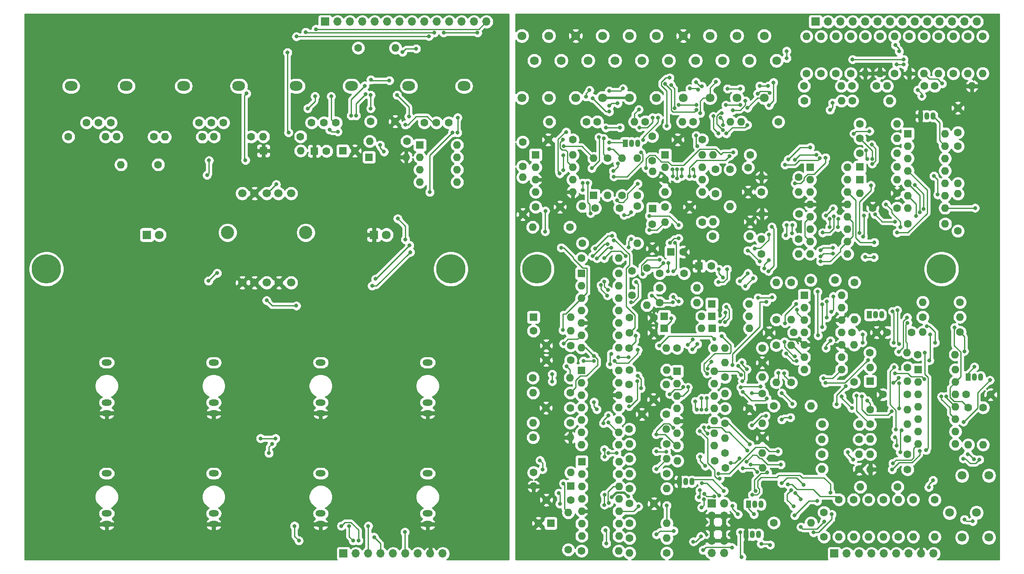
<source format=gbr>
%TF.GenerationSoftware,KiCad,Pcbnew,(5.1.7-0-10_14)*%
%TF.CreationDate,2021-05-07T08:23:42-04:00*%
%TF.ProjectId,Oscillator,4f736369-6c6c-4617-946f-722e6b696361,rev?*%
%TF.SameCoordinates,Original*%
%TF.FileFunction,Copper,L2,Bot*%
%TF.FilePolarity,Positive*%
%FSLAX46Y46*%
G04 Gerber Fmt 4.6, Leading zero omitted, Abs format (unit mm)*
G04 Created by KiCad (PCBNEW (5.1.7-0-10_14)) date 2021-05-07 08:23:42*
%MOMM*%
%LPD*%
G01*
G04 APERTURE LIST*
%TA.AperFunction,ComponentPad*%
%ADD10O,2.600000X2.000000*%
%TD*%
%TA.AperFunction,ComponentPad*%
%ADD11C,1.600000*%
%TD*%
%TA.AperFunction,ComponentPad*%
%ADD12O,2.100000X1.300000*%
%TD*%
%TA.AperFunction,ComponentPad*%
%ADD13C,2.700000*%
%TD*%
%TA.AperFunction,ComponentPad*%
%ADD14C,1.700000*%
%TD*%
%TA.AperFunction,ComponentPad*%
%ADD15C,6.000000*%
%TD*%
%TA.AperFunction,ComponentPad*%
%ADD16O,1.700000X1.700000*%
%TD*%
%TA.AperFunction,ComponentPad*%
%ADD17R,1.700000X1.700000*%
%TD*%
%TA.AperFunction,ComponentPad*%
%ADD18O,1.600000X1.600000*%
%TD*%
%TA.AperFunction,ComponentPad*%
%ADD19R,1.600000X1.600000*%
%TD*%
%TA.AperFunction,ComponentPad*%
%ADD20C,1.800000*%
%TD*%
%TA.AperFunction,ComponentPad*%
%ADD21R,1.050000X1.500000*%
%TD*%
%TA.AperFunction,ComponentPad*%
%ADD22O,1.050000X1.500000*%
%TD*%
%TA.AperFunction,ComponentPad*%
%ADD23R,1.800000X1.800000*%
%TD*%
%TA.AperFunction,ViaPad*%
%ADD24C,0.800000*%
%TD*%
%TA.AperFunction,Conductor*%
%ADD25C,0.250000*%
%TD*%
%TA.AperFunction,Conductor*%
%ADD26C,0.500000*%
%TD*%
%TA.AperFunction,Conductor*%
%ADD27C,0.254000*%
%TD*%
%TA.AperFunction,Conductor*%
%ADD28C,0.100000*%
%TD*%
G04 APERTURE END LIST*
D10*
%TO.P,RV204,*%
%TO.N,*%
X157650000Y-45500000D03*
X146350000Y-45500000D03*
D11*
%TO.P,RV204,3*%
%TO.N,+12V*%
X154500000Y-53000000D03*
%TO.P,RV204,2*%
%TO.N,/panel/vca_offset*%
X152000000Y-53000000D03*
%TO.P,RV204,1*%
%TO.N,-12V*%
X149500000Y-53000000D03*
%TD*%
D10*
%TO.P,RV203,*%
%TO.N,*%
X134600000Y-45500000D03*
X123300000Y-45500000D03*
D11*
%TO.P,RV203,3*%
%TO.N,Net-(C203-Pad1)*%
X131450000Y-53000000D03*
%TO.P,RV203,2*%
%TO.N,Net-(C201-Pad1)*%
X128950000Y-53000000D03*
%TO.P,RV203,1*%
%TO.N,Net-(C202-Pad2)*%
X126450000Y-53000000D03*
%TD*%
D10*
%TO.P,RV202,*%
%TO.N,*%
X111550000Y-45500000D03*
X100250000Y-45500000D03*
D11*
%TO.P,RV202,3*%
%TO.N,Net-(R203-Pad2)*%
X108400000Y-53000000D03*
%TO.P,RV202,2*%
%TO.N,/panel/freq_adj_course*%
X105900000Y-53000000D03*
%TO.P,RV202,1*%
%TO.N,Net-(R204-Pad1)*%
X103400000Y-53000000D03*
%TD*%
D10*
%TO.P,RV201,*%
%TO.N,*%
X88500000Y-45500000D03*
X77200000Y-45500000D03*
D11*
%TO.P,RV201,3*%
%TO.N,Net-(R201-Pad2)*%
X85350000Y-53000000D03*
%TO.P,RV201,2*%
%TO.N,/panel/freq_adj_fine*%
X82850000Y-53000000D03*
%TO.P,RV201,1*%
%TO.N,Net-(R202-Pad1)*%
X80350000Y-53000000D03*
%TD*%
D12*
%TO.P,J210,T*%
%TO.N,/panel/out*%
X150200000Y-124925000D03*
X150200000Y-133125000D03*
%TO.P,J210,S*%
%TO.N,GND*%
X150200000Y-135325000D03*
%TD*%
%TO.P,J209,T*%
%TO.N,/panel/vca_cv2*%
X128300000Y-124925000D03*
X128300000Y-133125000D03*
%TO.P,J209,S*%
%TO.N,GND*%
X128300000Y-135325000D03*
%TD*%
%TO.P,J208,T*%
%TO.N,/panel/vca_cv1*%
X106400000Y-124925000D03*
X106400000Y-133125000D03*
%TO.P,J208,S*%
%TO.N,GND*%
X106400000Y-135325000D03*
%TD*%
%TO.P,J206,T*%
%TO.N,/panel/shape_cv*%
X84500000Y-124925000D03*
X84500000Y-133125000D03*
%TO.P,J206,S*%
%TO.N,GND*%
X84500000Y-135325000D03*
%TD*%
%TO.P,J205,T*%
%TO.N,/panel/sync*%
X150200000Y-102175000D03*
X150200000Y-110375000D03*
%TO.P,J205,S*%
%TO.N,GND*%
X150200000Y-112575000D03*
%TD*%
%TO.P,J203,T*%
%TO.N,/panel/fm_cv_lin*%
X128300000Y-102175000D03*
X128300000Y-110375000D03*
%TO.P,J203,S*%
%TO.N,GND*%
X128300000Y-112575000D03*
%TD*%
%TO.P,J202,T*%
%TO.N,/panel/fm_cv2*%
X106400000Y-102175000D03*
X106400000Y-110375000D03*
%TO.P,J202,S*%
%TO.N,GND*%
X106400000Y-112575000D03*
%TD*%
%TO.P,J201,T*%
%TO.N,/panel/fm_cv1*%
X84500000Y-102175000D03*
X84500000Y-110375000D03*
%TO.P,J201,S*%
%TO.N,GND*%
X84500000Y-112575000D03*
%TD*%
D13*
%TO.P,SW201,*%
%TO.N,*%
X125250000Y-75550000D03*
X109250000Y-75550000D03*
D14*
%TO.P,SW201,10*%
%TO.N,/panel/waveshaper_in*%
X122250000Y-67500000D03*
%TO.P,SW201,9*%
%TO.N,/panel/sine*%
X119650000Y-67500000D03*
%TO.P,SW201,8*%
%TO.N,/panel/tri*%
X117250000Y-67500000D03*
%TO.P,SW201,7*%
%TO.N,GND*%
X114750000Y-67500000D03*
%TO.P,SW201,6*%
%TO.N,/panel/ramp*%
X112250000Y-67500000D03*
%TO.P,SW201,1*%
%TO.N,/panel/waveshaper_bypass*%
X122250000Y-85800000D03*
%TO.P,SW201,2*%
%TO.N,GND*%
X119750000Y-85800000D03*
%TO.P,SW201,3*%
%TO.N,/panel/square*%
X117250000Y-85800000D03*
%TO.P,SW201,4*%
%TO.N,GND*%
X114750000Y-85800000D03*
%TO.P,SW201,5*%
X112250000Y-85800000D03*
%TD*%
D15*
%TO.P,REF\u002A\u002A,1*%
%TO.N,N/C*%
X72150000Y-83000000D03*
%TD*%
%TO.P,REF\u002A\u002A,1*%
%TO.N,N/C*%
X154950000Y-83000000D03*
%TD*%
%TO.P,REF\u002A\u002A,1*%
%TO.N,N/C*%
X255400000Y-83000000D03*
%TD*%
%TO.P,REF\u002A\u002A,1*%
%TO.N,N/C*%
X172600000Y-83000000D03*
%TD*%
D16*
%TO.P,J303,10*%
%TO.N,-12V*%
X210890000Y-141210000D03*
%TO.P,J303,9*%
X208350000Y-141210000D03*
%TO.P,J303,8*%
%TO.N,GND*%
X210890000Y-138670000D03*
%TO.P,J303,7*%
X208350000Y-138670000D03*
%TO.P,J303,6*%
X210890000Y-136130000D03*
%TO.P,J303,5*%
X208350000Y-136130000D03*
%TO.P,J303,4*%
X210890000Y-133590000D03*
%TO.P,J303,3*%
X208350000Y-133590000D03*
%TO.P,J303,2*%
%TO.N,+12V*%
X210890000Y-131050000D03*
D17*
%TO.P,J303,1*%
X208350000Y-131050000D03*
%TD*%
D16*
%TO.P,J302,9*%
%TO.N,+12V*%
X253770000Y-141350000D03*
%TO.P,J302,8*%
%TO.N,GND*%
X251230000Y-141350000D03*
%TO.P,J302,7*%
%TO.N,-12V*%
X248690000Y-141350000D03*
%TO.P,J302,6*%
%TO.N,/main/VCA/OUT*%
X246150000Y-141350000D03*
%TO.P,J302,5*%
%TO.N,/main/VCA/CV2*%
X243610000Y-141350000D03*
%TO.P,J302,4*%
%TO.N,/main/VCA/CV1*%
X241070000Y-141350000D03*
%TO.P,J302,3*%
%TO.N,/main/VCA/OFFSET*%
X238530000Y-141350000D03*
%TO.P,J302,2*%
%TO.N,Net-(J302-Pad2)*%
X235990000Y-141350000D03*
D17*
%TO.P,J302,1*%
%TO.N,/main/WAVESHAPER/IN*%
X233450000Y-141350000D03*
%TD*%
D16*
%TO.P,J301,14*%
%TO.N,/main/VCA/LED*%
X262620000Y-32300000D03*
%TO.P,J301,13*%
%TO.N,/main/WAVESHAPER/LED*%
X260080000Y-32300000D03*
%TO.P,J301,12*%
%TO.N,/main/VCO_SHAPE/RAMP*%
X257540000Y-32300000D03*
%TO.P,J301,11*%
%TO.N,/main/VCO_SHAPE/SQUARE*%
X255000000Y-32300000D03*
%TO.P,J301,10*%
%TO.N,/main/VCO_SHAPE/TRIANGLE*%
X252460000Y-32300000D03*
%TO.P,J301,9*%
%TO.N,/main/VCO_SHAPE/SINE*%
X249920000Y-32300000D03*
%TO.P,J301,8*%
%TO.N,/main/VCO_SHAPE/CV*%
X247380000Y-32300000D03*
%TO.P,J301,7*%
%TO.N,/main/VCO_SHAPE/SHAPE*%
X244840000Y-32300000D03*
%TO.P,J301,6*%
%TO.N,/main/VCO_RAW/SYNC_IN*%
X242300000Y-32300000D03*
%TO.P,J301,5*%
%TO.N,/main/VCO_RAW/CV_LIN*%
X239760000Y-32300000D03*
%TO.P,J301,4*%
%TO.N,/main/VCO_RAW/CV2*%
X237220000Y-32300000D03*
%TO.P,J301,3*%
%TO.N,/main/VCO_RAW/CV1*%
X234680000Y-32300000D03*
%TO.P,J301,2*%
%TO.N,/main/VCO_RAW/OFFSET_COURSE*%
X232140000Y-32300000D03*
D17*
%TO.P,J301,1*%
%TO.N,/main/VCO_RAW/OFFSET_FINE*%
X229600000Y-32300000D03*
%TD*%
D16*
%TO.P,J207,9*%
%TO.N,+12V*%
X153295000Y-141350000D03*
%TO.P,J207,8*%
%TO.N,GND*%
X150755000Y-141350000D03*
%TO.P,J207,7*%
%TO.N,-12V*%
X148215000Y-141350000D03*
%TO.P,J207,6*%
%TO.N,/panel/out*%
X145675000Y-141350000D03*
%TO.P,J207,5*%
%TO.N,/panel/vca_cv2*%
X143135000Y-141350000D03*
%TO.P,J207,4*%
%TO.N,/panel/vca_cv1*%
X140595000Y-141350000D03*
%TO.P,J207,3*%
%TO.N,/panel/vca_offset*%
X138055000Y-141350000D03*
%TO.P,J207,2*%
%TO.N,/panel/waveshaper_bypass*%
X135515000Y-141350000D03*
D17*
%TO.P,J207,1*%
%TO.N,/panel/waveshaper_in*%
X132975000Y-141350000D03*
%TD*%
D16*
%TO.P,J204,14*%
%TO.N,/panel/vca_led*%
X162215000Y-32300000D03*
%TO.P,J204,13*%
%TO.N,/panel/fold_led*%
X159675000Y-32300000D03*
%TO.P,J204,12*%
%TO.N,/panel/ramp*%
X157135000Y-32300000D03*
%TO.P,J204,11*%
%TO.N,/panel/square*%
X154595000Y-32300000D03*
%TO.P,J204,10*%
%TO.N,/panel/tri*%
X152055000Y-32300000D03*
%TO.P,J204,9*%
%TO.N,/panel/sine*%
X149515000Y-32300000D03*
%TO.P,J204,8*%
%TO.N,/panel/shape_cv*%
X146975000Y-32300000D03*
%TO.P,J204,7*%
%TO.N,/panel/shape_offset*%
X144435000Y-32300000D03*
%TO.P,J204,6*%
%TO.N,/panel/sync*%
X141895000Y-32300000D03*
%TO.P,J204,5*%
%TO.N,/panel/fm_cv_lin*%
X139355000Y-32300000D03*
%TO.P,J204,4*%
%TO.N,/panel/fm_cv2*%
X136815000Y-32300000D03*
%TO.P,J204,3*%
%TO.N,/panel/fm_cv1*%
X134275000Y-32300000D03*
%TO.P,J204,2*%
%TO.N,/panel/freq_adj_course*%
X131735000Y-32300000D03*
D17*
%TO.P,J204,1*%
%TO.N,/panel/freq_adj_fine*%
X129195000Y-32300000D03*
%TD*%
D18*
%TO.P,U703,8*%
%TO.N,+12V*%
X206420000Y-59600000D03*
%TO.P,U703,4*%
%TO.N,-12V*%
X198800000Y-67220000D03*
%TO.P,U703,7*%
%TO.N,Net-(C707-Pad1)*%
X206420000Y-62140000D03*
%TO.P,U703,3*%
%TO.N,GND*%
X198800000Y-64680000D03*
%TO.P,U703,6*%
%TO.N,Net-(R714-Pad1)*%
X206420000Y-64680000D03*
%TO.P,U703,2*%
%TO.N,Net-(C702-Pad2)*%
X198800000Y-62140000D03*
%TO.P,U703,5*%
%TO.N,Net-(C707-Pad2)*%
X206420000Y-67220000D03*
D19*
%TO.P,U703,1*%
%TO.N,/main/VCO_RAW/RAW*%
X198800000Y-59600000D03*
%TD*%
D18*
%TO.P,U701,8*%
%TO.N,+12V*%
X179920000Y-59600000D03*
%TO.P,U701,4*%
%TO.N,-12V*%
X172300000Y-67220000D03*
%TO.P,U701,7*%
%TO.N,Net-(C703-Pad1)*%
X179920000Y-62140000D03*
%TO.P,U701,3*%
%TO.N,GND*%
X172300000Y-64680000D03*
%TO.P,U701,6*%
%TO.N,Net-(C703-Pad2)*%
X179920000Y-64680000D03*
%TO.P,U701,2*%
%TO.N,Net-(C701-Pad2)*%
X172300000Y-62140000D03*
%TO.P,U701,5*%
%TO.N,GND*%
X179920000Y-67220000D03*
D19*
%TO.P,U701,1*%
%TO.N,Net-(C701-Pad1)*%
X172300000Y-59600000D03*
%TD*%
D18*
%TO.P,U605,14*%
%TO.N,Net-(Q401-Pad2)*%
X208920000Y-104000000D03*
%TO.P,U605,7*%
%TO.N,/main/WAVESHAPER/-10v*%
X201300000Y-119240000D03*
%TO.P,U605,13*%
%TO.N,Net-(R404-Pad1)*%
X208920000Y-106540000D03*
%TO.P,U605,6*%
%TO.N,Net-(R639-Pad1)*%
X201300000Y-116700000D03*
%TO.P,U605,12*%
%TO.N,Net-(R401-Pad1)*%
X208920000Y-109080000D03*
%TO.P,U605,5*%
%TO.N,GND*%
X201300000Y-114160000D03*
%TO.P,U605,11*%
%TO.N,-12V*%
X208920000Y-111620000D03*
%TO.P,U605,4*%
%TO.N,+12V*%
X201300000Y-111620000D03*
%TO.P,U605,10*%
%TO.N,Net-(R413-Pad1)*%
X208920000Y-114160000D03*
%TO.P,U605,3*%
%TO.N,Net-(R635-Pad1)*%
X201300000Y-109080000D03*
%TO.P,U605,9*%
%TO.N,Net-(R414-Pad1)*%
X208920000Y-116700000D03*
%TO.P,U605,2*%
%TO.N,/main/WAVESHAPER/OUT*%
X201300000Y-106540000D03*
%TO.P,U605,8*%
%TO.N,Net-(R417-Pad1)*%
X208920000Y-119240000D03*
D19*
%TO.P,U605,1*%
%TO.N,/main/WAVESHAPER/OUT*%
X201300000Y-104000000D03*
%TD*%
D18*
%TO.P,U604,14*%
%TO.N,+12V*%
X256120000Y-55250000D03*
%TO.P,U604,7*%
%TO.N,-12V*%
X248500000Y-70490000D03*
%TO.P,U604,13*%
%TO.N,Net-(Q603-Pad3)*%
X256120000Y-57790000D03*
%TO.P,U604,6*%
%TO.N,Net-(D603-Pad2)*%
X248500000Y-67950000D03*
%TO.P,U604,12*%
%TO.N,N/C*%
X256120000Y-60330000D03*
%TO.P,U604,5*%
%TO.N,Net-(D604-Pad2)*%
X248500000Y-65410000D03*
%TO.P,U604,11*%
%TO.N,N/C*%
X256120000Y-62870000D03*
%TO.P,U604,4*%
%TO.N,/main/WAVESHAPER/High_bias_signal*%
X248500000Y-62870000D03*
%TO.P,U604,10*%
%TO.N,N/C*%
X256120000Y-65410000D03*
%TO.P,U604,3*%
%TO.N,Net-(R636-Pad2)*%
X248500000Y-60330000D03*
%TO.P,U604,9*%
%TO.N,Net-(R635-Pad2)*%
X256120000Y-67950000D03*
%TO.P,U604,2*%
%TO.N,Net-(R637-Pad2)*%
X248500000Y-57790000D03*
%TO.P,U604,8*%
%TO.N,/main/WAVESHAPER/Low_bias_signal*%
X256120000Y-70490000D03*
D19*
%TO.P,U604,1*%
%TO.N,/main/WAVESHAPER/Mid_bias_signal*%
X248500000Y-55250000D03*
%TD*%
D18*
%TO.P,U603,14*%
%TO.N,/main/WAVESHAPER/High_bias_signal*%
X189370000Y-122500000D03*
%TO.P,U603,7*%
%TO.N,Net-(R620-Pad1)*%
X181750000Y-137740000D03*
%TO.P,U603,13*%
%TO.N,Net-(R621-Pad1)*%
X189370000Y-125040000D03*
%TO.P,U603,6*%
%TO.N,Net-(R612-Pad1)*%
X181750000Y-135200000D03*
%TO.P,U603,12*%
%TO.N,Net-(R620-Pad1)*%
X189370000Y-127580000D03*
%TO.P,U603,5*%
%TO.N,GND*%
X181750000Y-132660000D03*
%TO.P,U603,11*%
%TO.N,-12V*%
X189370000Y-130120000D03*
%TO.P,U603,4*%
%TO.N,+12V*%
X181750000Y-130120000D03*
%TO.P,U603,10*%
%TO.N,Net-(R625-Pad1)*%
X189370000Y-132660000D03*
%TO.P,U603,3*%
%TO.N,Net-(C604-Pad1)*%
X181750000Y-127580000D03*
%TO.P,U603,9*%
%TO.N,Net-(R628-Pad1)*%
X189370000Y-135200000D03*
%TO.P,U603,2*%
%TO.N,/main/WAVESHAPER/10v*%
X181750000Y-125040000D03*
%TO.P,U603,8*%
%TO.N,/main/WAVESHAPER/Low_bias_signal*%
X189370000Y-137740000D03*
D19*
%TO.P,U603,1*%
%TO.N,/main/WAVESHAPER/10v*%
X181750000Y-122500000D03*
%TD*%
D18*
%TO.P,U602,14*%
%TO.N,N/C*%
X258250000Y-103660000D03*
%TO.P,U602,7*%
%TO.N,Net-(R633-Pad1)*%
X250630000Y-118900000D03*
%TO.P,U602,13*%
%TO.N,Net-(D604-Pad2)*%
X258250000Y-106200000D03*
%TO.P,U602,6*%
%TO.N,Net-(R634-Pad1)*%
X250630000Y-116360000D03*
%TO.P,U602,12*%
%TO.N,-12V*%
X258250000Y-108740000D03*
%TO.P,U602,5*%
%TO.N,Net-(R607-Pad1)*%
X250630000Y-113820000D03*
%TO.P,U602,11*%
%TO.N,Net-(R626-Pad1)*%
X258250000Y-111280000D03*
%TO.P,U602,4*%
%TO.N,Net-(R618-Pad2)*%
X250630000Y-111280000D03*
%TO.P,U602,10*%
%TO.N,Net-(R627-Pad1)*%
X258250000Y-113820000D03*
%TO.P,U602,3*%
%TO.N,+12V*%
X250630000Y-108740000D03*
%TO.P,U602,9*%
%TO.N,N/C*%
X258250000Y-116360000D03*
%TO.P,U602,2*%
%TO.N,Net-(D601-Pad2)*%
X250630000Y-106200000D03*
%TO.P,U602,8*%
%TO.N,N/C*%
X258250000Y-118900000D03*
D19*
%TO.P,U602,1*%
%TO.N,Net-(D603-Pad2)*%
X250630000Y-103660000D03*
%TD*%
D18*
%TO.P,U601,14*%
%TO.N,Net-(C603-Pad2)*%
X234920000Y-88400000D03*
%TO.P,U601,7*%
%TO.N,Net-(R615-Pad1)*%
X227300000Y-103640000D03*
%TO.P,U601,13*%
%TO.N,Net-(R601-Pad1)*%
X234920000Y-90940000D03*
%TO.P,U601,6*%
%TO.N,Net-(R609-Pad1)*%
X227300000Y-101100000D03*
%TO.P,U601,12*%
%TO.N,GND*%
X234920000Y-93480000D03*
%TO.P,U601,5*%
X227300000Y-98560000D03*
%TO.P,U601,11*%
%TO.N,-12V*%
X234920000Y-96020000D03*
%TO.P,U601,4*%
%TO.N,+12V*%
X227300000Y-96020000D03*
%TO.P,U601,10*%
%TO.N,GND*%
X234920000Y-98560000D03*
%TO.P,U601,3*%
%TO.N,Net-(R606-Pad1)*%
X227300000Y-93480000D03*
%TO.P,U601,9*%
%TO.N,Net-(R623-Pad1)*%
X234920000Y-101100000D03*
%TO.P,U601,2*%
%TO.N,Net-(R610-Pad1)*%
X227300000Y-90940000D03*
%TO.P,U601,8*%
%TO.N,Net-(R625-Pad1)*%
X234920000Y-103640000D03*
D19*
%TO.P,U601,1*%
%TO.N,/main/WAVESHAPER/Mid_bias_signal*%
X227300000Y-88400000D03*
%TD*%
D18*
%TO.P,U503,14*%
%TO.N,/main/VCA/IN*%
X189300000Y-103780000D03*
%TO.P,U503,7*%
%TO.N,Net-(RV506-Pad1)*%
X181680000Y-119020000D03*
%TO.P,U503,13*%
%TO.N,Net-(R301-Pad1)*%
X189300000Y-106320000D03*
%TO.P,U503,6*%
%TO.N,Net-(RV506-Pad1)*%
X181680000Y-116480000D03*
%TO.P,U503,12*%
%TO.N,GND*%
X189300000Y-108860000D03*
%TO.P,U503,5*%
%TO.N,Net-(C504-Pad1)*%
X181680000Y-113940000D03*
%TO.P,U503,11*%
%TO.N,-12V*%
X189300000Y-111400000D03*
%TO.P,U503,4*%
%TO.N,+12V*%
X181680000Y-111400000D03*
%TO.P,U503,10*%
%TO.N,Net-(C505-Pad2)*%
X189300000Y-113940000D03*
%TO.P,U503,3*%
%TO.N,N/C*%
X181680000Y-108860000D03*
%TO.P,U503,9*%
%TO.N,Net-(RV506-Pad3)*%
X189300000Y-116480000D03*
%TO.P,U503,2*%
%TO.N,N/C*%
X181680000Y-106320000D03*
%TO.P,U503,8*%
%TO.N,Net-(RV506-Pad3)*%
X189300000Y-119020000D03*
D19*
%TO.P,U503,1*%
%TO.N,N/C*%
X181680000Y-103780000D03*
%TD*%
D18*
%TO.P,U502,16*%
%TO.N,Net-(R412-Pad2)*%
X236140000Y-62150000D03*
%TO.P,U502,8*%
%TO.N,Net-(R518-Pad2)*%
X228520000Y-79930000D03*
%TO.P,U502,15*%
%TO.N,N/C*%
X236140000Y-64690000D03*
%TO.P,U502,7*%
%TO.N,Net-(R516-Pad1)*%
X228520000Y-77390000D03*
%TO.P,U502,14*%
%TO.N,Net-(R405-Pad1)*%
X236140000Y-67230000D03*
%TO.P,U502,6*%
%TO.N,-12V*%
X228520000Y-74850000D03*
%TO.P,U502,13*%
%TO.N,GND*%
X236140000Y-69770000D03*
%TO.P,U502,5*%
%TO.N,Net-(R516-Pad1)*%
X228520000Y-72310000D03*
%TO.P,U502,12*%
%TO.N,Net-(R410-Pad1)*%
X236140000Y-72310000D03*
%TO.P,U502,4*%
%TO.N,GND*%
X228520000Y-69770000D03*
%TO.P,U502,11*%
%TO.N,+12V*%
X236140000Y-74850000D03*
%TO.P,U502,3*%
%TO.N,Net-(R508-Pad2)*%
X228520000Y-67230000D03*
%TO.P,U502,10*%
%TO.N,Net-(R410-Pad1)*%
X236140000Y-77390000D03*
%TO.P,U502,2*%
%TO.N,N/C*%
X228520000Y-64690000D03*
%TO.P,U502,9*%
%TO.N,Net-(R418-Pad1)*%
X236140000Y-79930000D03*
D19*
%TO.P,U502,1*%
%TO.N,Net-(R515-Pad2)*%
X228520000Y-62150000D03*
%TD*%
D18*
%TO.P,U501,14*%
%TO.N,Net-(C506-Pad1)*%
X189320000Y-83900000D03*
%TO.P,U501,7*%
%TO.N,Net-(D502-Pad2)*%
X181700000Y-99140000D03*
%TO.P,U501,13*%
%TO.N,Net-(R522-Pad1)*%
X189320000Y-86440000D03*
%TO.P,U501,6*%
%TO.N,Net-(R504-Pad2)*%
X181700000Y-96600000D03*
%TO.P,U501,12*%
%TO.N,Net-(C506-Pad2)*%
X189320000Y-88980000D03*
%TO.P,U501,5*%
%TO.N,GND*%
X181700000Y-94060000D03*
%TO.P,U501,11*%
%TO.N,-12V*%
X189320000Y-91520000D03*
%TO.P,U501,4*%
%TO.N,+12V*%
X181700000Y-91520000D03*
%TO.P,U501,10*%
%TO.N,Net-(C502-Pad1)*%
X189320000Y-94060000D03*
%TO.P,U501,3*%
%TO.N,Net-(C501-Pad1)*%
X181700000Y-88980000D03*
%TO.P,U501,9*%
%TO.N,Net-(R509-Pad1)*%
X189320000Y-96600000D03*
%TO.P,U501,2*%
%TO.N,Net-(R502-Pad1)*%
X181700000Y-86440000D03*
%TO.P,U501,8*%
%TO.N,Net-(R511-Pad1)*%
X189320000Y-99140000D03*
D19*
%TO.P,U501,1*%
%TO.N,Net-(D501-Pad2)*%
X181700000Y-83900000D03*
%TD*%
D18*
%TO.P,U201,8*%
%TO.N,+12V*%
X156250000Y-57575000D03*
%TO.P,U201,4*%
%TO.N,-12V*%
X148630000Y-65195000D03*
%TO.P,U201,7*%
%TO.N,N/C*%
X156250000Y-60115000D03*
%TO.P,U201,3*%
%TO.N,Net-(R206-Pad1)*%
X148630000Y-62655000D03*
%TO.P,U201,6*%
%TO.N,N/C*%
X156250000Y-62655000D03*
%TO.P,U201,2*%
%TO.N,/panel/shape_offset*%
X148630000Y-60115000D03*
%TO.P,U201,5*%
%TO.N,N/C*%
X156250000Y-65195000D03*
D19*
%TO.P,U201,1*%
%TO.N,/panel/shape_offset*%
X148630000Y-57575000D03*
%TD*%
D20*
%TO.P,RV702,3*%
%TO.N,Net-(C703-Pad1)*%
X175000000Y-35200000D03*
%TO.P,RV702,2*%
%TO.N,Net-(R709-Pad1)*%
X177540000Y-40280000D03*
%TO.P,RV702,1*%
X175000000Y-47900000D03*
%TD*%
%TO.P,RV701,3*%
%TO.N,Net-(R708-Pad2)*%
X169500000Y-35200000D03*
%TO.P,RV701,2*%
%TO.N,Net-(D701-Pad2)*%
X172040000Y-40280000D03*
%TO.P,RV701,1*%
%TO.N,Net-(C701-Pad1)*%
X169500000Y-47900000D03*
%TD*%
%TO.P,RV602,3*%
%TO.N,/main/WAVESHAPER/-10v*%
X213500000Y-35200000D03*
%TO.P,RV602,2*%
%TO.N,Net-(R624-Pad2)*%
X216040000Y-40280000D03*
%TO.P,RV602,1*%
X213500000Y-47900000D03*
%TD*%
%TO.P,RV601,3*%
%TO.N,/main/WAVESHAPER/-10v*%
X219100000Y-35200000D03*
%TO.P,RV601,2*%
%TO.N,Net-(R612-Pad1)*%
X221640000Y-40280000D03*
%TO.P,RV601,1*%
X219100000Y-47900000D03*
%TD*%
%TO.P,RV506,3*%
%TO.N,Net-(RV506-Pad3)*%
X197000000Y-35200000D03*
%TO.P,RV506,2*%
%TO.N,Net-(R524-Pad2)*%
X199540000Y-40280000D03*
%TO.P,RV506,1*%
%TO.N,Net-(RV506-Pad1)*%
X197000000Y-47900000D03*
%TD*%
%TO.P,RV505,3*%
%TO.N,Net-(R515-Pad1)*%
X191500000Y-35200000D03*
%TO.P,RV505,2*%
X194040000Y-40280000D03*
%TO.P,RV505,1*%
%TO.N,+12V*%
X191500000Y-47900000D03*
%TD*%
%TO.P,RV504,3*%
%TO.N,Net-(R512-Pad1)*%
X208000000Y-35200000D03*
%TO.P,RV504,2*%
X210540000Y-40280000D03*
%TO.P,RV504,1*%
%TO.N,Net-(R511-Pad1)*%
X208000000Y-47900000D03*
%TD*%
%TO.P,RV503,3*%
%TO.N,-12V*%
X186000000Y-35200000D03*
%TO.P,RV503,2*%
%TO.N,Net-(R508-Pad1)*%
X188540000Y-40280000D03*
%TO.P,RV503,1*%
%TO.N,+12V*%
X186000000Y-47900000D03*
%TD*%
%TO.P,RV502,3*%
%TO.N,GND*%
X202500000Y-35200000D03*
%TO.P,RV502,2*%
%TO.N,Net-(C502-Pad1)*%
X205040000Y-40280000D03*
%TO.P,RV502,1*%
%TO.N,Net-(R506-Pad2)*%
X202500000Y-47900000D03*
%TD*%
%TO.P,RV501,3*%
%TO.N,GND*%
X180500000Y-35200000D03*
%TO.P,RV501,2*%
%TO.N,Net-(C501-Pad1)*%
X183040000Y-40280000D03*
%TO.P,RV501,1*%
%TO.N,Net-(R501-Pad2)*%
X180500000Y-47900000D03*
%TD*%
%TO.P,RV402,3*%
%TO.N,-12V*%
X259600000Y-138050000D03*
%TO.P,RV402,2*%
%TO.N,Net-(R411-Pad2)*%
X257060000Y-132970000D03*
%TO.P,RV402,1*%
%TO.N,+12V*%
X259600000Y-125350000D03*
%TD*%
%TO.P,RV401,3*%
%TO.N,Net-(R408-Pad1)*%
X265100000Y-138050000D03*
%TO.P,RV401,2*%
%TO.N,Net-(R405-Pad1)*%
X262560000Y-132970000D03*
%TO.P,RV401,1*%
X265100000Y-125350000D03*
%TD*%
D18*
%TO.P,R719,2*%
%TO.N,Net-(C707-Pad2)*%
X212100000Y-70220000D03*
D11*
%TO.P,R719,1*%
%TO.N,Net-(C707-Pad1)*%
X212100000Y-62600000D03*
%TD*%
D18*
%TO.P,R718,2*%
%TO.N,Net-(R714-Pad1)*%
X208600000Y-73300000D03*
D11*
%TO.P,R718,1*%
%TO.N,GND*%
X216220000Y-73300000D03*
%TD*%
D18*
%TO.P,R717,2*%
%TO.N,Net-(R714-Pad1)*%
X208600000Y-59600000D03*
D11*
%TO.P,R717,1*%
%TO.N,+12V*%
X216220000Y-59600000D03*
%TD*%
D18*
%TO.P,R716,2*%
%TO.N,/main/VCO_RAW/RAW*%
X198780000Y-73400000D03*
D11*
%TO.P,R716,1*%
%TO.N,Net-(C707-Pad2)*%
X206400000Y-73400000D03*
%TD*%
D18*
%TO.P,R715,2*%
%TO.N,GND*%
X242800000Y-42900000D03*
D11*
%TO.P,R715,1*%
%TO.N,/main/VCO_RAW/SYNC_IN*%
X242800000Y-35280000D03*
%TD*%
D18*
%TO.P,R714,2*%
%TO.N,Net-(C704-Pad1)*%
X216200000Y-76300000D03*
D11*
%TO.P,R714,1*%
%TO.N,Net-(R714-Pad1)*%
X208580000Y-76300000D03*
%TD*%
D18*
%TO.P,R713,2*%
%TO.N,-12V*%
X193100000Y-77720000D03*
D11*
%TO.P,R713,1*%
%TO.N,Net-(C705-Pad1)*%
X193100000Y-70100000D03*
%TD*%
D18*
%TO.P,R712,2*%
%TO.N,Net-(Q701-Pad3)*%
X193100000Y-60280000D03*
D11*
%TO.P,R712,1*%
%TO.N,Net-(C705-Pad1)*%
X193100000Y-67900000D03*
%TD*%
D18*
%TO.P,R711,2*%
%TO.N,Net-(C703-Pad2)*%
X181900000Y-70130000D03*
D11*
%TO.P,R711,1*%
%TO.N,+12V*%
X181900000Y-77750000D03*
%TD*%
D18*
%TO.P,R710,2*%
%TO.N,Net-(R710-Pad2)*%
X190000000Y-60280000D03*
D11*
%TO.P,R710,1*%
%TO.N,Net-(C703-Pad1)*%
X190000000Y-67900000D03*
%TD*%
D18*
%TO.P,R709,2*%
%TO.N,Net-(D701-Pad1)*%
X187000000Y-67900000D03*
D11*
%TO.P,R709,1*%
%TO.N,Net-(R709-Pad1)*%
X187000000Y-60280000D03*
%TD*%
D18*
%TO.P,R708,2*%
%TO.N,Net-(R708-Pad2)*%
X169700000Y-64180000D03*
D11*
%TO.P,R708,1*%
%TO.N,GND*%
X169700000Y-71800000D03*
%TD*%
D18*
%TO.P,R707,2*%
%TO.N,Net-(C701-Pad2)*%
X171680000Y-74400000D03*
D11*
%TO.P,R707,1*%
%TO.N,Net-(C701-Pad1)*%
X179300000Y-74400000D03*
%TD*%
D18*
%TO.P,R706,2*%
%TO.N,/main/VCO_RAW/CV_LIN*%
X234900000Y-45500000D03*
D11*
%TO.P,R706,1*%
%TO.N,Net-(C703-Pad2)*%
X227280000Y-45500000D03*
%TD*%
D18*
%TO.P,R705,2*%
%TO.N,/main/VCO_RAW/CV2*%
X236800000Y-35300000D03*
D11*
%TO.P,R705,1*%
%TO.N,Net-(C701-Pad2)*%
X236800000Y-42920000D03*
%TD*%
D18*
%TO.P,R704,2*%
%TO.N,/main/VCO_RAW/CV1*%
X233800000Y-35300000D03*
D11*
%TO.P,R704,1*%
%TO.N,Net-(C701-Pad2)*%
X233800000Y-42920000D03*
%TD*%
D18*
%TO.P,R703,2*%
%TO.N,/main/VCO_RAW/OFFSET_COURSE*%
X230750000Y-35300000D03*
D11*
%TO.P,R703,1*%
%TO.N,Net-(C701-Pad2)*%
X230750000Y-42920000D03*
%TD*%
D18*
%TO.P,R702,2*%
%TO.N,/main/VCO_RAW/OFFSET_FINE*%
X227750000Y-35300000D03*
D11*
%TO.P,R702,1*%
%TO.N,Net-(C701-Pad2)*%
X227750000Y-42920000D03*
%TD*%
D18*
%TO.P,R701,2*%
%TO.N,GND*%
X239800000Y-42920000D03*
D11*
%TO.P,R701,1*%
%TO.N,/main/VCO_RAW/CV_LIN*%
X239800000Y-35300000D03*
%TD*%
D18*
%TO.P,R644,2*%
%TO.N,+12V*%
X258750000Y-65450000D03*
D11*
%TO.P,R644,1*%
%TO.N,Net-(Q603-Pad3)*%
X258750000Y-57830000D03*
%TD*%
D18*
%TO.P,R643,2*%
%TO.N,Net-(D603-Pad1)*%
X238680000Y-67450000D03*
D11*
%TO.P,R643,1*%
%TO.N,GND*%
X246300000Y-67450000D03*
%TD*%
D18*
%TO.P,R642,2*%
%TO.N,Net-(Q603-Pad2)*%
X256170000Y-73750000D03*
D11*
%TO.P,R642,1*%
%TO.N,Net-(D603-Pad1)*%
X248550000Y-73750000D03*
%TD*%
D18*
%TO.P,R641,2*%
%TO.N,+12V*%
X259150000Y-92850000D03*
D11*
%TO.P,R641,1*%
%TO.N,Net-(D603-Pad2)*%
X251530000Y-92850000D03*
%TD*%
D18*
%TO.P,R640,2*%
%TO.N,Net-(R639-Pad1)*%
X199100000Y-115850000D03*
D11*
%TO.P,R640,1*%
%TO.N,/main/WAVESHAPER/-10v*%
X191480000Y-115850000D03*
%TD*%
D18*
%TO.P,R639,2*%
%TO.N,/main/WAVESHAPER/10v*%
X191500000Y-118900000D03*
D11*
%TO.P,R639,1*%
%TO.N,Net-(R639-Pad1)*%
X199120000Y-118900000D03*
%TD*%
D18*
%TO.P,R638,2*%
%TO.N,Net-(R633-Pad1)*%
X240780000Y-103200000D03*
D11*
%TO.P,R638,1*%
%TO.N,Net-(D603-Pad2)*%
X248400000Y-103200000D03*
%TD*%
D18*
%TO.P,R637,2*%
%TO.N,Net-(R637-Pad2)*%
X246300000Y-56250000D03*
D11*
%TO.P,R637,1*%
%TO.N,Net-(R635-Pad1)*%
X238680000Y-56250000D03*
%TD*%
D18*
%TO.P,R636,2*%
%TO.N,Net-(R636-Pad2)*%
X246300000Y-59300000D03*
D11*
%TO.P,R636,1*%
%TO.N,Net-(R635-Pad1)*%
X238680000Y-59300000D03*
%TD*%
D18*
%TO.P,R635,2*%
%TO.N,Net-(R635-Pad2)*%
X258750000Y-67600000D03*
D11*
%TO.P,R635,1*%
%TO.N,Net-(R635-Pad1)*%
X258750000Y-75220000D03*
%TD*%
D18*
%TO.P,R634,2*%
%TO.N,/main/WAVESHAPER/Mid_bias_signal*%
X240780000Y-117900000D03*
D11*
%TO.P,R634,1*%
%TO.N,Net-(R634-Pad1)*%
X248400000Y-117900000D03*
%TD*%
D18*
%TO.P,R633,2*%
%TO.N,/main/WAVESHAPER/Low_bias_signal*%
X191530000Y-141250000D03*
D11*
%TO.P,R633,1*%
%TO.N,Net-(R633-Pad1)*%
X199150000Y-141250000D03*
%TD*%
D18*
%TO.P,R632,2*%
%TO.N,+12V*%
X263900000Y-119020000D03*
D11*
%TO.P,R632,1*%
%TO.N,Net-(D604-Pad2)*%
X263900000Y-111400000D03*
%TD*%
D18*
%TO.P,R631,2*%
%TO.N,Net-(R626-Pad1)*%
X260850000Y-119050000D03*
D11*
%TO.P,R631,1*%
%TO.N,Net-(D604-Pad2)*%
X260850000Y-111430000D03*
%TD*%
D18*
%TO.P,R630,2*%
%TO.N,Net-(R628-Pad1)*%
X199150000Y-138200000D03*
D11*
%TO.P,R630,1*%
%TO.N,/main/WAVESHAPER/Low_bias_signal*%
X191530000Y-138200000D03*
%TD*%
D18*
%TO.P,R629,2*%
%TO.N,Net-(C604-Pad1)*%
X179500000Y-124750000D03*
D11*
%TO.P,R629,1*%
%TO.N,+12V*%
X171880000Y-124750000D03*
%TD*%
D18*
%TO.P,R628,2*%
%TO.N,Net-(R615-Pad1)*%
X199150000Y-135150000D03*
D11*
%TO.P,R628,1*%
%TO.N,Net-(R628-Pad1)*%
X191530000Y-135150000D03*
%TD*%
D18*
%TO.P,R627,2*%
%TO.N,/main/WAVESHAPER/High_bias_signal*%
X191530000Y-125000000D03*
D11*
%TO.P,R627,1*%
%TO.N,Net-(R627-Pad1)*%
X199150000Y-125000000D03*
%TD*%
D18*
%TO.P,R626,2*%
%TO.N,/main/WAVESHAPER/Mid_bias_signal*%
X246300000Y-53250000D03*
D11*
%TO.P,R626,1*%
%TO.N,Net-(R626-Pad1)*%
X238680000Y-53250000D03*
%TD*%
D18*
%TO.P,R625,2*%
%TO.N,Net-(R623-Pad1)*%
X237500000Y-98550000D03*
D11*
%TO.P,R625,1*%
%TO.N,Net-(R625-Pad1)*%
X237500000Y-106170000D03*
%TD*%
D18*
%TO.P,R624,2*%
%TO.N,Net-(R624-Pad2)*%
X214380000Y-52850000D03*
D11*
%TO.P,R624,1*%
%TO.N,Net-(R623-Pad1)*%
X222000000Y-52850000D03*
%TD*%
D18*
%TO.P,R623,2*%
%TO.N,Net-(R620-Pad1)*%
X189350000Y-140800000D03*
D11*
%TO.P,R623,1*%
%TO.N,Net-(R623-Pad1)*%
X181730000Y-140800000D03*
%TD*%
D18*
%TO.P,R622,2*%
%TO.N,Net-(R621-Pad1)*%
X199150000Y-121950000D03*
D11*
%TO.P,R622,1*%
%TO.N,/main/WAVESHAPER/High_bias_signal*%
X191530000Y-121950000D03*
%TD*%
D18*
%TO.P,R621,2*%
%TO.N,Net-(R615-Pad1)*%
X199150000Y-128050000D03*
D11*
%TO.P,R621,1*%
%TO.N,Net-(R621-Pad1)*%
X191530000Y-128050000D03*
%TD*%
D18*
%TO.P,R620,2*%
%TO.N,Net-(R612-Pad1)*%
X179000000Y-132950000D03*
D11*
%TO.P,R620,1*%
%TO.N,Net-(R620-Pad1)*%
X179000000Y-140570000D03*
%TD*%
D18*
%TO.P,R619,2*%
%TO.N,Net-(Q602-Pad1)*%
X263850000Y-42900000D03*
D11*
%TO.P,R619,1*%
%TO.N,/main/WAVESHAPER/LED*%
X263850000Y-35280000D03*
%TD*%
D18*
%TO.P,R618,2*%
%TO.N,Net-(R618-Pad2)*%
X248400000Y-111850000D03*
D11*
%TO.P,R618,1*%
%TO.N,/main/WAVESHAPER/High_bias_signal*%
X240780000Y-111850000D03*
%TD*%
D18*
%TO.P,R617,2*%
%TO.N,Net-(R607-Pad1)*%
X248400000Y-114850000D03*
D11*
%TO.P,R617,1*%
%TO.N,/main/WAVESHAPER/Mid_bias_signal*%
X240780000Y-114850000D03*
%TD*%
D18*
%TO.P,R616,2*%
%TO.N,Net-(R610-Pad1)*%
X224650000Y-93420000D03*
D11*
%TO.P,R616,1*%
%TO.N,/main/WAVESHAPER/Mid_bias_signal*%
X224650000Y-85800000D03*
%TD*%
D18*
%TO.P,R615,2*%
%TO.N,Net-(R609-Pad1)*%
X224600000Y-98680000D03*
D11*
%TO.P,R615,1*%
%TO.N,Net-(R615-Pad1)*%
X224600000Y-106300000D03*
%TD*%
D18*
%TO.P,R614,2*%
%TO.N,Net-(R606-Pad1)*%
X171780000Y-114550000D03*
D11*
%TO.P,R614,1*%
%TO.N,/main/WAVESHAPER/10v*%
X179400000Y-114550000D03*
%TD*%
D18*
%TO.P,R613,2*%
%TO.N,/main/VCO_SHAPE/SHAPE*%
X244750000Y-48550000D03*
D11*
%TO.P,R613,1*%
%TO.N,Net-(R612-Pad1)*%
X237130000Y-48550000D03*
%TD*%
D18*
%TO.P,R612,2*%
%TO.N,/main/VCO_SHAPE/CV*%
X234920000Y-48550000D03*
D11*
%TO.P,R612,1*%
%TO.N,Net-(R612-Pad1)*%
X227300000Y-48550000D03*
%TD*%
D18*
%TO.P,R611,2*%
%TO.N,Net-(Q602-Pad3)*%
X251550000Y-89800000D03*
D11*
%TO.P,R611,1*%
%TO.N,-12V*%
X259170000Y-89800000D03*
%TD*%
D18*
%TO.P,R610,2*%
%TO.N,Net-(C603-Pad1)*%
X221600000Y-85800000D03*
D11*
%TO.P,R610,1*%
%TO.N,Net-(R610-Pad1)*%
X221600000Y-93420000D03*
%TD*%
D18*
%TO.P,R609,2*%
%TO.N,Net-(C603-Pad1)*%
X221550000Y-106270000D03*
D11*
%TO.P,R609,1*%
%TO.N,Net-(R609-Pad1)*%
X221550000Y-98650000D03*
%TD*%
D18*
%TO.P,R608,2*%
%TO.N,Net-(C602-Pad2)*%
X251530000Y-95950000D03*
D11*
%TO.P,R608,1*%
%TO.N,Net-(Q602-Pad3)*%
X259150000Y-95950000D03*
%TD*%
D18*
%TO.P,R607,2*%
%TO.N,Net-(D601-Pad2)*%
X230930000Y-117950000D03*
D11*
%TO.P,R607,1*%
%TO.N,Net-(R607-Pad1)*%
X238550000Y-117950000D03*
%TD*%
D18*
%TO.P,R606,2*%
%TO.N,GND*%
X179400000Y-117550000D03*
D11*
%TO.P,R606,1*%
%TO.N,Net-(R606-Pad1)*%
X171780000Y-117550000D03*
%TD*%
D18*
%TO.P,R605,2*%
%TO.N,Net-(R601-Pad1)*%
X237550000Y-93350000D03*
D11*
%TO.P,R605,1*%
%TO.N,Net-(C603-Pad2)*%
X237550000Y-85730000D03*
%TD*%
D18*
%TO.P,R604,2*%
%TO.N,-12V*%
X258200000Y-100550000D03*
D11*
%TO.P,R604,1*%
%TO.N,Net-(Q601-Pad3)*%
X250580000Y-100550000D03*
%TD*%
D18*
%TO.P,R603,2*%
%TO.N,Net-(Q601-Pad3)*%
X248370000Y-100150000D03*
D11*
%TO.P,R603,1*%
%TO.N,Net-(D601-Pad1)*%
X240750000Y-100150000D03*
%TD*%
D18*
%TO.P,R602,2*%
%TO.N,+12V*%
X238570000Y-114850000D03*
D11*
%TO.P,R602,1*%
%TO.N,Net-(D601-Pad2)*%
X230950000Y-114850000D03*
%TD*%
D18*
%TO.P,R601,2*%
%TO.N,Net-(C601-Pad1)*%
X238800000Y-127700000D03*
D11*
%TO.P,R601,1*%
%TO.N,Net-(R601-Pad1)*%
X246420000Y-127700000D03*
%TD*%
D18*
%TO.P,R527,2*%
%TO.N,GND*%
X261620000Y-45500000D03*
D11*
%TO.P,R527,1*%
%TO.N,/main/VCO_SHAPE/SQUARE*%
X254000000Y-45500000D03*
%TD*%
D18*
%TO.P,R526,2*%
%TO.N,/main/VCO_SHAPE/SQUARE*%
X257800000Y-35300000D03*
D11*
%TO.P,R526,1*%
%TO.N,Net-(C506-Pad1)*%
X257800000Y-42920000D03*
%TD*%
D18*
%TO.P,R525,2*%
%TO.N,Net-(C506-Pad2)*%
X195100000Y-90450000D03*
D11*
%TO.P,R525,1*%
%TO.N,Net-(C506-Pad1)*%
X195100000Y-82830000D03*
%TD*%
D18*
%TO.P,R524,2*%
%TO.N,Net-(R524-Pad2)*%
X205300000Y-89900000D03*
D11*
%TO.P,R524,1*%
%TO.N,Net-(R522-Pad1)*%
X197680000Y-89900000D03*
%TD*%
D18*
%TO.P,R523,2*%
%TO.N,/main/VCO_SHAPE/CV*%
X244280000Y-45500000D03*
D11*
%TO.P,R523,1*%
%TO.N,Net-(R522-Pad1)*%
X251900000Y-45500000D03*
%TD*%
D18*
%TO.P,R522,2*%
%TO.N,/main/VCO_SHAPE/SHAPE*%
X245800000Y-35300000D03*
D11*
%TO.P,R522,1*%
%TO.N,Net-(R522-Pad1)*%
X245800000Y-42920000D03*
%TD*%
D18*
%TO.P,R521,2*%
%TO.N,Net-(D502-Pad2)*%
X205300000Y-86900000D03*
D11*
%TO.P,R521,1*%
%TO.N,Net-(C506-Pad2)*%
X197680000Y-86900000D03*
%TD*%
D18*
%TO.P,R520,2*%
%TO.N,GND*%
X248800000Y-42920000D03*
D11*
%TO.P,R520,1*%
%TO.N,/main/VCO_SHAPE/CV*%
X248800000Y-35300000D03*
%TD*%
D18*
%TO.P,R519,2*%
%TO.N,Net-(R518-Pad2)*%
X226170000Y-79900000D03*
D11*
%TO.P,R519,1*%
%TO.N,-12V*%
X218550000Y-79900000D03*
%TD*%
D18*
%TO.P,R518,2*%
%TO.N,Net-(R518-Pad2)*%
X251800000Y-42920000D03*
D11*
%TO.P,R518,1*%
%TO.N,/main/VCO_SHAPE/SINE*%
X251800000Y-35300000D03*
%TD*%
D18*
%TO.P,R517,2*%
%TO.N,+12V*%
X218530000Y-76900000D03*
D11*
%TO.P,R517,1*%
%TO.N,Net-(R516-Pad1)*%
X226150000Y-76900000D03*
%TD*%
D18*
%TO.P,R516,2*%
%TO.N,GND*%
X218650000Y-71700000D03*
D11*
%TO.P,R516,1*%
%TO.N,Net-(R516-Pad1)*%
X226270000Y-71700000D03*
%TD*%
D18*
%TO.P,R515,2*%
%TO.N,Net-(R515-Pad2)*%
X192570000Y-52800000D03*
D11*
%TO.P,R515,1*%
%TO.N,Net-(R515-Pad1)*%
X184950000Y-52800000D03*
%TD*%
D18*
%TO.P,R514,2*%
%TO.N,Net-(R511-Pad1)*%
X254800000Y-42920000D03*
D11*
%TO.P,R514,1*%
%TO.N,/main/VCO_SHAPE/TRIANGLE*%
X254800000Y-35300000D03*
%TD*%
D18*
%TO.P,R513,2*%
%TO.N,GND*%
X218530000Y-64200000D03*
D11*
%TO.P,R513,1*%
%TO.N,Net-(R508-Pad2)*%
X226150000Y-64200000D03*
%TD*%
D18*
%TO.P,R512,2*%
%TO.N,Net-(R508-Pad2)*%
X212170000Y-52800000D03*
D11*
%TO.P,R512,1*%
%TO.N,Net-(R512-Pad1)*%
X204550000Y-52800000D03*
%TD*%
D18*
%TO.P,R511,2*%
%TO.N,Net-(R509-Pad1)*%
X199100000Y-99200000D03*
D11*
%TO.P,R511,1*%
%TO.N,Net-(R511-Pad1)*%
X191480000Y-99200000D03*
%TD*%
D18*
%TO.P,R510,2*%
%TO.N,Net-(C503-Pad2)*%
X211080000Y-99200000D03*
D11*
%TO.P,R510,1*%
%TO.N,-12V*%
X218700000Y-99200000D03*
%TD*%
D18*
%TO.P,R509,2*%
%TO.N,Net-(C503-Pad2)*%
X208920000Y-99200000D03*
D11*
%TO.P,R509,1*%
%TO.N,Net-(R509-Pad1)*%
X201300000Y-99200000D03*
%TD*%
D18*
%TO.P,R508,2*%
%TO.N,Net-(R508-Pad2)*%
X226170000Y-67200000D03*
D11*
%TO.P,R508,1*%
%TO.N,Net-(R508-Pad1)*%
X218550000Y-67200000D03*
%TD*%
D18*
%TO.P,R507,2*%
%TO.N,Net-(D502-Pad2)*%
X260800000Y-42920000D03*
D11*
%TO.P,R507,1*%
%TO.N,/main/VCO_SHAPE/RAMP*%
X260800000Y-35300000D03*
%TD*%
D18*
%TO.P,R506,2*%
%TO.N,Net-(R506-Pad2)*%
X202350000Y-52800000D03*
D11*
%TO.P,R506,1*%
%TO.N,+12V*%
X194730000Y-52800000D03*
%TD*%
D18*
%TO.P,R505,2*%
%TO.N,Net-(R504-Pad2)*%
X171775000Y-108400000D03*
D11*
%TO.P,R505,1*%
%TO.N,Net-(D502-Pad2)*%
X179395000Y-108400000D03*
%TD*%
D18*
%TO.P,R504,2*%
%TO.N,Net-(R504-Pad2)*%
X179375000Y-105300000D03*
D11*
%TO.P,R504,1*%
%TO.N,Net-(D501-Pad2)*%
X171755000Y-105300000D03*
%TD*%
D18*
%TO.P,R503,2*%
%TO.N,Net-(R502-Pad1)*%
X179475000Y-95700000D03*
D11*
%TO.P,R503,1*%
%TO.N,Net-(D501-Pad2)*%
X171855000Y-95700000D03*
%TD*%
D18*
%TO.P,R502,2*%
%TO.N,/main/VCO_RAW/RAW*%
X189300000Y-80800000D03*
D11*
%TO.P,R502,1*%
%TO.N,Net-(R502-Pad1)*%
X181680000Y-80800000D03*
%TD*%
D18*
%TO.P,R501,2*%
%TO.N,Net-(R501-Pad2)*%
X175130000Y-52820000D03*
D11*
%TO.P,R501,1*%
%TO.N,+12V*%
X182750000Y-52820000D03*
%TD*%
D18*
%TO.P,R420,2*%
%TO.N,Net-(R417-Pad1)*%
X201330000Y-122350000D03*
D11*
%TO.P,R420,1*%
%TO.N,Net-(Q403-Pad2)*%
X208950000Y-122350000D03*
%TD*%
D18*
%TO.P,R419,2*%
%TO.N,Net-(R418-Pad1)*%
X246550000Y-130300000D03*
D11*
%TO.P,R419,1*%
%TO.N,/main/VCA/OUT*%
X246550000Y-137920000D03*
%TD*%
D18*
%TO.P,R418,2*%
%TO.N,-12V*%
X249600000Y-137900000D03*
D11*
%TO.P,R418,1*%
%TO.N,Net-(R418-Pad1)*%
X249600000Y-130280000D03*
%TD*%
D18*
%TO.P,R417,2*%
%TO.N,Net-(R413-Pad1)*%
X218770000Y-123750000D03*
D11*
%TO.P,R417,1*%
%TO.N,Net-(R417-Pad1)*%
X211150000Y-123750000D03*
%TD*%
D18*
%TO.P,R416,2*%
%TO.N,Net-(R414-Pad1)*%
X211100000Y-117650000D03*
D11*
%TO.P,R416,1*%
%TO.N,GND*%
X218720000Y-117650000D03*
%TD*%
D18*
%TO.P,R415,2*%
%TO.N,Net-(R410-Pad1)*%
X230930000Y-124000000D03*
D11*
%TO.P,R415,1*%
%TO.N,GND*%
X238550000Y-124000000D03*
%TD*%
D18*
%TO.P,R414,2*%
%TO.N,+12V*%
X218720000Y-120700000D03*
D11*
%TO.P,R414,1*%
%TO.N,Net-(R414-Pad1)*%
X211100000Y-120700000D03*
%TD*%
D18*
%TO.P,R413,2*%
%TO.N,Net-(Q401-Pad2)*%
X218720000Y-114650000D03*
D11*
%TO.P,R413,1*%
%TO.N,Net-(R413-Pad1)*%
X211100000Y-114650000D03*
%TD*%
D18*
%TO.P,R412,2*%
%TO.N,Net-(R412-Pad2)*%
X228670000Y-111050000D03*
D11*
%TO.P,R412,1*%
%TO.N,Net-(Q402-Pad3)*%
X221050000Y-111050000D03*
%TD*%
D18*
%TO.P,R411,2*%
%TO.N,Net-(R411-Pad2)*%
X254000000Y-137950000D03*
D11*
%TO.P,R411,1*%
%TO.N,Net-(R410-Pad1)*%
X254000000Y-130330000D03*
%TD*%
D18*
%TO.P,R410,2*%
%TO.N,+12V*%
X238550000Y-121000000D03*
D11*
%TO.P,R410,1*%
%TO.N,Net-(R410-Pad1)*%
X230930000Y-121000000D03*
%TD*%
D18*
%TO.P,R409,2*%
%TO.N,-12V*%
X228670000Y-135050000D03*
D11*
%TO.P,R409,1*%
%TO.N,Net-(Q401-Pad1)*%
X221050000Y-135050000D03*
%TD*%
D18*
%TO.P,R408,2*%
%TO.N,GND*%
X240830000Y-124100000D03*
D11*
%TO.P,R408,1*%
%TO.N,Net-(R408-Pad1)*%
X248450000Y-124100000D03*
%TD*%
D18*
%TO.P,R407,2*%
%TO.N,Net-(R401-Pad1)*%
X211100000Y-108550000D03*
D11*
%TO.P,R407,1*%
%TO.N,Net-(Q401-Pad2)*%
X218720000Y-108550000D03*
%TD*%
D18*
%TO.P,R406,2*%
%TO.N,Net-(R404-Pad1)*%
X211100000Y-102200000D03*
D11*
%TO.P,R406,1*%
%TO.N,GND*%
X218720000Y-102200000D03*
%TD*%
D18*
%TO.P,R405,2*%
%TO.N,/main/VCA/IN*%
X240830000Y-121000000D03*
D11*
%TO.P,R405,1*%
%TO.N,Net-(R405-Pad1)*%
X248450000Y-121000000D03*
%TD*%
D18*
%TO.P,R404,2*%
%TO.N,+12V*%
X218720000Y-105200000D03*
D11*
%TO.P,R404,1*%
%TO.N,Net-(R404-Pad1)*%
X211100000Y-105200000D03*
%TD*%
D18*
%TO.P,R403,2*%
%TO.N,/main/VCA/OFFSET*%
X237400000Y-137900000D03*
D11*
%TO.P,R403,1*%
%TO.N,Net-(R401-Pad1)*%
X237400000Y-130280000D03*
%TD*%
D18*
%TO.P,R402,2*%
%TO.N,/main/VCA/CV2*%
X243500000Y-137920000D03*
D11*
%TO.P,R402,1*%
%TO.N,Net-(R401-Pad1)*%
X243500000Y-130300000D03*
%TD*%
D18*
%TO.P,R401,2*%
%TO.N,/main/VCA/CV1*%
X240450000Y-137900000D03*
D11*
%TO.P,R401,1*%
%TO.N,Net-(R401-Pad1)*%
X240450000Y-130280000D03*
%TD*%
D18*
%TO.P,R303,2*%
%TO.N,Net-(R301-Pad1)*%
X199120000Y-103700000D03*
D11*
%TO.P,R303,1*%
%TO.N,/main/VCA/IN*%
X191500000Y-103700000D03*
%TD*%
D18*
%TO.P,R302,2*%
%TO.N,Net-(J302-Pad2)*%
X234400000Y-137900000D03*
D11*
%TO.P,R302,1*%
%TO.N,Net-(R301-Pad1)*%
X234400000Y-130280000D03*
%TD*%
D18*
%TO.P,R301,2*%
%TO.N,/main/WAVESHAPER/OUT*%
X199100000Y-106700000D03*
D11*
%TO.P,R301,1*%
%TO.N,Net-(R301-Pad1)*%
X191480000Y-106700000D03*
%TD*%
D18*
%TO.P,R208,2*%
%TO.N,+12V*%
X143595000Y-37675000D03*
D11*
%TO.P,R208,1*%
%TO.N,Net-(C203-Pad1)*%
X135975000Y-37675000D03*
%TD*%
D18*
%TO.P,R207,2*%
%TO.N,-12V*%
X116555000Y-55850000D03*
D11*
%TO.P,R207,1*%
%TO.N,Net-(C202-Pad2)*%
X124175000Y-55850000D03*
%TD*%
D18*
%TO.P,R206,2*%
%TO.N,Net-(C201-Pad1)*%
X138330000Y-56825000D03*
D11*
%TO.P,R206,1*%
%TO.N,Net-(R206-Pad1)*%
X145950000Y-56825000D03*
%TD*%
D18*
%TO.P,R205,2*%
%TO.N,Net-(D201-Pad2)*%
X87425000Y-61600000D03*
D11*
%TO.P,R205,1*%
%TO.N,+12V*%
X95045000Y-61600000D03*
%TD*%
D18*
%TO.P,R204,2*%
%TO.N,-12V*%
X96425000Y-55925000D03*
D11*
%TO.P,R204,1*%
%TO.N,Net-(R204-Pad1)*%
X104045000Y-55925000D03*
%TD*%
D18*
%TO.P,R203,2*%
%TO.N,Net-(R203-Pad2)*%
X106480000Y-55900000D03*
D11*
%TO.P,R203,1*%
%TO.N,+12V*%
X114100000Y-55900000D03*
%TD*%
D18*
%TO.P,R202,2*%
%TO.N,-12V*%
X84275000Y-55875000D03*
D11*
%TO.P,R202,1*%
%TO.N,Net-(R202-Pad1)*%
X76655000Y-55875000D03*
%TD*%
D18*
%TO.P,R201,2*%
%TO.N,Net-(R201-Pad2)*%
X86525000Y-55900000D03*
D11*
%TO.P,R201,1*%
%TO.N,+12V*%
X94145000Y-55900000D03*
%TD*%
D21*
%TO.P,Q701,1*%
%TO.N,Net-(C702-Pad2)*%
X190660000Y-57200000D03*
D22*
%TO.P,Q701,3*%
%TO.N,Net-(Q701-Pad3)*%
X193200000Y-57200000D03*
%TO.P,Q701,2*%
%TO.N,/main/VCO_RAW/RAW*%
X191930000Y-57200000D03*
%TD*%
D21*
%TO.P,Q603,1*%
%TO.N,GND*%
X251100000Y-51650000D03*
D22*
%TO.P,Q603,3*%
%TO.N,Net-(Q603-Pad3)*%
X253640000Y-51650000D03*
%TO.P,Q603,2*%
%TO.N,Net-(Q603-Pad2)*%
X252370000Y-51650000D03*
%TD*%
D21*
%TO.P,Q602,1*%
%TO.N,Net-(Q602-Pad1)*%
X260860000Y-105200000D03*
D22*
%TO.P,Q602,3*%
%TO.N,Net-(Q602-Pad3)*%
X263400000Y-105200000D03*
%TO.P,Q602,2*%
%TO.N,+12V*%
X262130000Y-105200000D03*
%TD*%
D21*
%TO.P,Q601,1*%
%TO.N,Net-(C602-Pad2)*%
X240610000Y-92400000D03*
D22*
%TO.P,Q601,3*%
%TO.N,Net-(Q601-Pad3)*%
X243150000Y-92400000D03*
%TO.P,Q601,2*%
%TO.N,+12V*%
X241880000Y-92400000D03*
%TD*%
D21*
%TO.P,Q403,1*%
%TO.N,GND*%
X201760000Y-126600000D03*
D22*
%TO.P,Q403,3*%
%TO.N,/main/VCA/LED*%
X204300000Y-126600000D03*
%TO.P,Q403,2*%
%TO.N,Net-(Q403-Pad2)*%
X203030000Y-126600000D03*
%TD*%
D21*
%TO.P,Q402,1*%
%TO.N,GND*%
X215410000Y-137450000D03*
D22*
%TO.P,Q402,3*%
%TO.N,Net-(Q402-Pad3)*%
X217950000Y-137450000D03*
%TO.P,Q402,2*%
%TO.N,Net-(Q401-Pad1)*%
X216680000Y-137450000D03*
%TD*%
D21*
%TO.P,Q401,1*%
%TO.N,Net-(Q401-Pad1)*%
X215910000Y-131250000D03*
D22*
%TO.P,Q401,3*%
%TO.N,+12V*%
X218450000Y-131250000D03*
%TO.P,Q401,2*%
%TO.N,Net-(Q401-Pad2)*%
X217180000Y-131250000D03*
%TD*%
D18*
%TO.P,D702,2*%
%TO.N,Net-(C707-Pad1)*%
X196300000Y-62980000D03*
D19*
%TO.P,D702,1*%
%TO.N,Net-(C705-Pad1)*%
X196300000Y-70600000D03*
%TD*%
D18*
%TO.P,D701,2*%
%TO.N,Net-(D701-Pad2)*%
X184200000Y-60300000D03*
D19*
%TO.P,D701,1*%
%TO.N,Net-(D701-Pad1)*%
X184200000Y-67920000D03*
%TD*%
D18*
%TO.P,D604,2*%
%TO.N,Net-(D604-Pad2)*%
X246300000Y-62100000D03*
D19*
%TO.P,D604,1*%
%TO.N,Net-(D603-Pad1)*%
X238680000Y-62100000D03*
%TD*%
D18*
%TO.P,D603,2*%
%TO.N,Net-(D603-Pad2)*%
X246300000Y-64650000D03*
D19*
%TO.P,D603,1*%
%TO.N,Net-(D603-Pad1)*%
X238680000Y-64650000D03*
%TD*%
D18*
%TO.P,D602,2*%
%TO.N,GND*%
X171880000Y-127550000D03*
D19*
%TO.P,D602,1*%
%TO.N,Net-(C604-Pad1)*%
X179500000Y-127550000D03*
%TD*%
D18*
%TO.P,D601,2*%
%TO.N,Net-(D601-Pad2)*%
X248400000Y-106000000D03*
D19*
%TO.P,D601,1*%
%TO.N,Net-(D601-Pad1)*%
X240780000Y-106000000D03*
%TD*%
D18*
%TO.P,D506,2*%
%TO.N,Net-(C505-Pad2)*%
X216000000Y-90150000D03*
D19*
%TO.P,D506,1*%
%TO.N,Net-(D505-Pad2)*%
X208380000Y-90150000D03*
%TD*%
D18*
%TO.P,D505,2*%
%TO.N,Net-(D505-Pad2)*%
X216020000Y-92700000D03*
D19*
%TO.P,D505,1*%
%TO.N,Net-(D504-Pad2)*%
X208400000Y-92700000D03*
%TD*%
D18*
%TO.P,D504,2*%
%TO.N,Net-(D504-Pad2)*%
X216100000Y-95200000D03*
D19*
%TO.P,D504,1*%
%TO.N,Net-(D502-Pad2)*%
X208480000Y-95200000D03*
%TD*%
D18*
%TO.P,D503,2*%
%TO.N,Net-(D502-Pad2)*%
X206300000Y-95200000D03*
D19*
%TO.P,D503,1*%
%TO.N,Net-(C504-Pad1)*%
X198680000Y-95200000D03*
%TD*%
D18*
%TO.P,D502,2*%
%TO.N,Net-(D502-Pad2)*%
X206300000Y-92700000D03*
D19*
%TO.P,D502,1*%
%TO.N,Net-(C503-Pad2)*%
X198680000Y-92700000D03*
%TD*%
D18*
%TO.P,D501,2*%
%TO.N,Net-(D501-Pad2)*%
X179475000Y-92900000D03*
D19*
%TO.P,D501,1*%
%TO.N,Net-(C503-Pad2)*%
X171855000Y-92900000D03*
%TD*%
D18*
%TO.P,D204,2*%
%TO.N,GND*%
X145825000Y-60075000D03*
D19*
%TO.P,D204,1*%
%TO.N,Net-(C203-Pad1)*%
X138205000Y-60075000D03*
%TD*%
D18*
%TO.P,D203,2*%
%TO.N,Net-(C202-Pad2)*%
X124200000Y-58775000D03*
D19*
%TO.P,D203,1*%
%TO.N,GND*%
X116580000Y-58775000D03*
%TD*%
D20*
%TO.P,D202,2*%
%TO.N,/panel/fold_led*%
X141770000Y-76000000D03*
D23*
%TO.P,D202,1*%
%TO.N,GND*%
X139230000Y-76000000D03*
%TD*%
D20*
%TO.P,D201,2*%
%TO.N,Net-(D201-Pad2)*%
X95270000Y-76000000D03*
D23*
%TO.P,D201,1*%
%TO.N,/panel/vca_led*%
X92730000Y-76000000D03*
%TD*%
D11*
%TO.P,C711,2*%
%TO.N,-12V*%
X172300000Y-70300000D03*
%TO.P,C711,1*%
%TO.N,GND*%
X177300000Y-70300000D03*
%TD*%
%TO.P,C710,2*%
%TO.N,GND*%
X174900000Y-56500000D03*
%TO.P,C710,1*%
%TO.N,+12V*%
X179900000Y-56500000D03*
%TD*%
%TO.P,C709,2*%
%TO.N,-12V*%
X198800000Y-70300000D03*
%TO.P,C709,1*%
%TO.N,GND*%
X203800000Y-70300000D03*
%TD*%
%TO.P,C708,2*%
%TO.N,GND*%
X201400000Y-56500000D03*
%TO.P,C708,1*%
%TO.N,+12V*%
X206400000Y-56500000D03*
%TD*%
%TO.P,C707,2*%
%TO.N,Net-(C707-Pad2)*%
X209100000Y-67600000D03*
%TO.P,C707,1*%
%TO.N,Net-(C707-Pad1)*%
X209100000Y-62600000D03*
%TD*%
%TO.P,C706,2*%
%TO.N,GND*%
X215800000Y-67200000D03*
%TO.P,C706,1*%
%TO.N,+12V*%
X215800000Y-62200000D03*
%TD*%
%TO.P,C705,2*%
%TO.N,GND*%
X196200000Y-78800000D03*
%TO.P,C705,1*%
%TO.N,Net-(C705-Pad1)*%
X196200000Y-73800000D03*
%TD*%
%TO.P,C704,2*%
%TO.N,/main/VCO_RAW/SYNC_IN*%
X242100000Y-45500000D03*
%TO.P,C704,1*%
%TO.N,Net-(C704-Pad1)*%
X237100000Y-45500000D03*
%TD*%
%TO.P,C703,2*%
%TO.N,Net-(C703-Pad2)*%
X184500000Y-70500000D03*
%TO.P,C703,1*%
%TO.N,Net-(C703-Pad1)*%
X189500000Y-70500000D03*
%TD*%
%TO.P,C702,2*%
%TO.N,Net-(C702-Pad2)*%
X196200000Y-60800000D03*
%TO.P,C702,1*%
%TO.N,/main/VCO_RAW/RAW*%
X196200000Y-55800000D03*
%TD*%
%TO.P,C701,2*%
%TO.N,Net-(C701-Pad2)*%
X169650000Y-61950000D03*
%TO.P,C701,1*%
%TO.N,Net-(C701-Pad1)*%
X169650000Y-56950000D03*
%TD*%
%TO.P,C614,2*%
%TO.N,-12V*%
X246300000Y-70500000D03*
%TO.P,C614,1*%
%TO.N,GND*%
X241300000Y-70500000D03*
%TD*%
%TO.P,C613,2*%
%TO.N,GND*%
X258750000Y-50000000D03*
%TO.P,C613,1*%
%TO.N,+12V*%
X258750000Y-55000000D03*
%TD*%
%TO.P,C612,2*%
%TO.N,-12V*%
X260450000Y-108750000D03*
%TO.P,C612,1*%
%TO.N,GND*%
X265450000Y-108750000D03*
%TD*%
%TO.P,C611,2*%
%TO.N,GND*%
X243400000Y-108750000D03*
%TO.P,C611,1*%
%TO.N,+12V*%
X248400000Y-108750000D03*
%TD*%
%TO.P,C610,2*%
%TO.N,-12V*%
X211100000Y-111600000D03*
%TO.P,C610,1*%
%TO.N,GND*%
X216100000Y-111600000D03*
%TD*%
%TO.P,C609,2*%
%TO.N,GND*%
X194100000Y-112800000D03*
%TO.P,C609,1*%
%TO.N,+12V*%
X199100000Y-112800000D03*
%TD*%
%TO.P,C608,2*%
%TO.N,-12V*%
X191550000Y-131100000D03*
%TO.P,C608,1*%
%TO.N,GND*%
X196550000Y-131100000D03*
%TD*%
%TO.P,C607,2*%
%TO.N,GND*%
X174500000Y-130350000D03*
%TO.P,C607,1*%
%TO.N,+12V*%
X179500000Y-130350000D03*
%TD*%
%TO.P,C606,2*%
%TO.N,-12V*%
X237100000Y-96000000D03*
%TO.P,C606,1*%
%TO.N,GND*%
X242100000Y-96000000D03*
%TD*%
%TO.P,C605,2*%
%TO.N,GND*%
X220100000Y-96050000D03*
%TO.P,C605,1*%
%TO.N,+12V*%
X225100000Y-96050000D03*
%TD*%
%TO.P,C604,2*%
%TO.N,GND*%
X172900000Y-135150000D03*
D19*
%TO.P,C604,1*%
%TO.N,Net-(C604-Pad1)*%
X175400000Y-135150000D03*
%TD*%
D11*
%TO.P,C603,2*%
%TO.N,Net-(C603-Pad2)*%
X233600000Y-85300000D03*
%TO.P,C603,1*%
%TO.N,Net-(C603-Pad1)*%
X228600000Y-85300000D03*
%TD*%
%TO.P,C602,2*%
%TO.N,Net-(C602-Pad2)*%
X249300000Y-96000000D03*
%TO.P,C602,1*%
%TO.N,GND*%
X244300000Y-96000000D03*
%TD*%
%TO.P,C601,2*%
%TO.N,/main/WAVESHAPER/IN*%
X231350000Y-137900000D03*
%TO.P,C601,1*%
%TO.N,Net-(C601-Pad1)*%
X231350000Y-132900000D03*
%TD*%
%TO.P,C510,2*%
%TO.N,-12V*%
X191450000Y-109750000D03*
%TO.P,C510,1*%
%TO.N,GND*%
X196450000Y-109750000D03*
%TD*%
%TO.P,C509,2*%
%TO.N,GND*%
X174400000Y-111500000D03*
%TO.P,C509,1*%
%TO.N,+12V*%
X179400000Y-111500000D03*
%TD*%
%TO.P,C508,2*%
%TO.N,-12V*%
X191500000Y-93000000D03*
%TO.P,C508,1*%
%TO.N,GND*%
X196500000Y-93000000D03*
%TD*%
%TO.P,C507,2*%
%TO.N,GND*%
X174475000Y-101700000D03*
%TO.P,C507,1*%
%TO.N,+12V*%
X179475000Y-101700000D03*
%TD*%
%TO.P,C506,2*%
%TO.N,Net-(C506-Pad2)*%
X192000000Y-88400000D03*
%TO.P,C506,1*%
%TO.N,Net-(C506-Pad1)*%
X192000000Y-83400000D03*
%TD*%
%TO.P,C505,2*%
%TO.N,Net-(C505-Pad2)*%
X208250000Y-82400000D03*
D19*
%TO.P,C505,1*%
%TO.N,GND*%
X205750000Y-82400000D03*
%TD*%
D11*
%TO.P,C504,2*%
%TO.N,GND*%
X202500000Y-79500000D03*
D19*
%TO.P,C504,1*%
%TO.N,Net-(C504-Pad1)*%
X200000000Y-79500000D03*
%TD*%
D11*
%TO.P,C503,2*%
%TO.N,Net-(C503-Pad2)*%
X197700000Y-83900000D03*
%TO.P,C503,1*%
%TO.N,-12V*%
X202700000Y-83900000D03*
%TD*%
%TO.P,C502,2*%
%TO.N,GND*%
X196500000Y-96100000D03*
%TO.P,C502,1*%
%TO.N,Net-(C502-Pad1)*%
X191500000Y-96100000D03*
%TD*%
%TO.P,C501,2*%
%TO.N,GND*%
X174475000Y-98700000D03*
%TO.P,C501,1*%
%TO.N,Net-(C501-Pad1)*%
X179475000Y-98700000D03*
%TD*%
%TO.P,C203,2*%
%TO.N,GND*%
X135325000Y-58775000D03*
D19*
%TO.P,C203,1*%
%TO.N,Net-(C203-Pad1)*%
X132825000Y-58775000D03*
%TD*%
D11*
%TO.P,C202,2*%
%TO.N,Net-(C202-Pad2)*%
X129500000Y-58825000D03*
D19*
%TO.P,C202,1*%
%TO.N,GND*%
X127000000Y-58825000D03*
%TD*%
D11*
%TO.P,C201,2*%
%TO.N,GND*%
X143550000Y-52750000D03*
%TO.P,C201,1*%
%TO.N,Net-(C201-Pad1)*%
X138550000Y-52750000D03*
%TD*%
D24*
%TO.N,GND*%
X182100000Y-55450000D03*
%TO.N,Net-(C203-Pad1)*%
X130450000Y-47600001D03*
%TO.N,+12V*%
X187874583Y-129826665D03*
X191250000Y-129650000D03*
%TO.N,Net-(C501-Pad1)*%
X177875000Y-95550000D03*
X174273958Y-75326042D03*
X174301041Y-71098959D03*
X177261041Y-63461041D03*
X178563875Y-54910819D03*
X182656173Y-47693826D03*
X183356479Y-46343521D03*
X177550000Y-78650000D03*
%TO.N,Net-(C502-Pad1)*%
X188275368Y-77125368D03*
X190400001Y-71950000D03*
X191850001Y-71350000D03*
X195575000Y-72100000D03*
X201575010Y-74014902D03*
X202174438Y-63990001D03*
X202300006Y-62540001D03*
X205400000Y-57800000D03*
X205161113Y-55650000D03*
X210631599Y-54512172D03*
X210436642Y-51033184D03*
X206329761Y-45515545D03*
X205122347Y-44672347D03*
%TO.N,Net-(C503-Pad2)*%
X190762653Y-80362653D03*
X186350004Y-80800000D03*
%TO.N,Net-(C504-Pad1)*%
X199450000Y-81799999D03*
X199400000Y-83499999D03*
X200117654Y-93112348D03*
%TO.N,Net-(C505-Pad2)*%
X209800000Y-83050000D03*
X210650000Y-84750000D03*
X211200153Y-91974847D03*
X205415153Y-98409847D03*
X204400000Y-99500000D03*
X193150000Y-105975000D03*
X191450000Y-111150000D03*
X210092723Y-93809807D03*
%TO.N,Net-(C506-Pad1)*%
X251350365Y-47559939D03*
X250550000Y-46300000D03*
X240661704Y-54750000D03*
X237450000Y-55250000D03*
X231647908Y-60191615D03*
X225425000Y-65462134D03*
X223675000Y-73995859D03*
X223551041Y-76101041D03*
X218178344Y-81473739D03*
X215737347Y-79237347D03*
X198449999Y-81799999D03*
%TO.N,Net-(C603-Pad1)*%
X225670125Y-90194820D03*
X223386773Y-94145000D03*
X223256230Y-97925000D03*
X225416042Y-100916042D03*
X221991042Y-104341042D03*
%TO.N,Net-(C604-Pad1)*%
X177268315Y-131173220D03*
X177050000Y-128950000D03*
%TO.N,Net-(C701-Pad2)*%
X187400001Y-46500000D03*
X203871782Y-46013785D03*
X205622653Y-46222653D03*
X214225000Y-46050000D03*
X190213785Y-46013785D03*
X218200000Y-45450000D03*
X219917331Y-45486777D03*
X211600000Y-46050000D03*
%TO.N,Net-(C701-Pad1)*%
X178001325Y-59680183D03*
X177986041Y-62736041D03*
%TO.N,Net-(C702-Pad2)*%
X187400001Y-57100000D03*
%TO.N,/main/VCO_RAW/RAW*%
X200400000Y-63990001D03*
X200300000Y-62540001D03*
X191400000Y-78570000D03*
X191850000Y-76850000D03*
X195588517Y-75059402D03*
%TO.N,Net-(C703-Pad2)*%
X181950000Y-66819999D03*
X181950000Y-65369999D03*
X220260842Y-46950025D03*
X217750000Y-47050000D03*
X215250000Y-48525000D03*
X212700000Y-50450000D03*
X197400000Y-51950000D03*
X194300000Y-56525000D03*
X188328289Y-64055676D03*
X193858985Y-59103574D03*
%TO.N,Net-(C703-Pad1)*%
X177929581Y-56443276D03*
%TO.N,Net-(C704-Pad1)*%
X233100000Y-48950001D03*
X232600000Y-50400001D03*
X229787653Y-59612347D03*
X225425000Y-60600000D03*
%TO.N,/panel/fold_led*%
X150649999Y-67250000D03*
X155300010Y-55050000D03*
%TO.N,Net-(D502-Pad2)*%
X204502653Y-97497347D03*
X203477347Y-98522653D03*
X191320151Y-101120152D03*
X189269846Y-101119846D03*
X184250011Y-100850000D03*
X233199999Y-79850000D03*
X215776041Y-83876041D03*
X214150000Y-85475000D03*
X239550000Y-72050000D03*
X239350000Y-76350000D03*
X230624979Y-80444347D03*
%TO.N,Net-(D603-Pad2)*%
X250226041Y-72176041D03*
X253100000Y-96400001D03*
X252950000Y-101750000D03*
%TO.N,Net-(D603-Pad1)*%
X245926041Y-73299999D03*
X241791577Y-71810873D03*
%TO.N,Net-(D604-Pad2)*%
X251001041Y-71401041D03*
X258100000Y-95000000D03*
%TO.N,Net-(D701-Pad2)*%
X178049999Y-57850000D03*
%TO.N,/panel/fm_cv1*%
X105050000Y-63750000D03*
X105450000Y-60750000D03*
%TO.N,/panel/fm_cv2*%
X127150000Y-47600001D03*
X125650000Y-50100000D03*
X107100001Y-83850000D03*
X105350000Y-85450000D03*
%TO.N,/panel/fm_cv_lin*%
X135550000Y-51550000D03*
X137550000Y-47150000D03*
%TO.N,/panel/ramp*%
X150450000Y-35287347D03*
X123337347Y-35337347D03*
X113124694Y-47024694D03*
X112903541Y-60703541D03*
%TO.N,/panel/square*%
X153485407Y-34562347D03*
X160400000Y-34562347D03*
X146650000Y-79550000D03*
X138825000Y-86450000D03*
X123322652Y-90547652D03*
X117250000Y-89449980D03*
%TO.N,/panel/tri*%
X151550000Y-34562347D03*
X125250000Y-34450000D03*
X121524694Y-38624694D03*
X121737653Y-55037653D03*
X119199999Y-65650000D03*
%TO.N,/panel/sine*%
X145050000Y-38525000D03*
X142375000Y-44350000D03*
X138577347Y-44197347D03*
X134550000Y-51550000D03*
X131805000Y-54850000D03*
X130150000Y-54450000D03*
X147850000Y-37850002D03*
X137337347Y-45437347D03*
%TO.N,/panel/shape_cv*%
X146485000Y-78150000D03*
X139550000Y-85050000D03*
X119075000Y-117750000D03*
X116000000Y-117750000D03*
X156350000Y-51950000D03*
X156300023Y-55050000D03*
%TO.N,/panel/shape_offset*%
X146363959Y-51736041D03*
X143950000Y-47350000D03*
%TO.N,/panel/sync*%
X138550000Y-50100000D03*
X140481827Y-57581827D03*
X141269999Y-58957131D03*
X144072347Y-72672347D03*
X145650000Y-76950000D03*
X138549996Y-47350000D03*
%TO.N,/panel/out*%
X145550000Y-136950000D03*
%TO.N,/panel/vca_cv2*%
X136050000Y-138700000D03*
X132537347Y-135699990D03*
%TO.N,/panel/vca_cv1*%
X139250000Y-137975000D03*
%TO.N,/panel/vca_offset*%
X138050000Y-135700000D03*
X145638959Y-53450000D03*
%TO.N,/panel/waveshaper_bypass*%
X134950000Y-138700000D03*
X134150000Y-135699990D03*
%TO.N,/panel/waveshaper_in*%
X123850000Y-138700000D03*
X122950000Y-135700000D03*
X117700000Y-120750000D03*
X118350000Y-118850000D03*
%TO.N,/main/VCA/LED*%
X265325000Y-105787347D03*
X259900000Y-114350000D03*
X250950000Y-120275000D03*
X232687653Y-128887653D03*
X216658958Y-129297654D03*
X210862252Y-128512244D03*
X245312478Y-124112478D03*
%TO.N,/main/VCO_SHAPE/SHAPE*%
X246737653Y-38387653D03*
X245962347Y-37112347D03*
%TO.N,Net-(Q401-Pad1)*%
X217000000Y-133300010D03*
%TO.N,Net-(Q401-Pad2)*%
X214376041Y-104726041D03*
X216619999Y-108500000D03*
X217383958Y-128486042D03*
X219757670Y-124742240D03*
%TO.N,Net-(Q601-Pad3)*%
X248450000Y-94050000D03*
%TO.N,Net-(Q602-Pad3)*%
X260076041Y-99876041D03*
%TO.N,Net-(Q603-Pad2)*%
X254626608Y-67775474D03*
X253853958Y-63933959D03*
%TO.N,Net-(R301-Pad1)*%
X213823959Y-102873959D03*
X214612347Y-105987653D03*
X222500000Y-123100000D03*
X223947408Y-127150000D03*
X215475001Y-122524999D03*
%TO.N,/main/VCA/IN*%
X193214641Y-104885053D03*
X193875000Y-107425000D03*
X206300000Y-109480001D03*
X205962347Y-116262347D03*
X210016377Y-125989234D03*
X222686051Y-126913949D03*
X227148229Y-127243763D03*
X236223829Y-120574089D03*
X237300000Y-122100000D03*
X214750000Y-123850000D03*
X214063982Y-121860699D03*
X212280498Y-122789312D03*
X206300000Y-111850011D03*
X217682642Y-124642039D03*
%TO.N,Net-(R401-Pad1)*%
X207350000Y-109480001D03*
X206737346Y-115487349D03*
X207521274Y-116759774D03*
X206380440Y-126880440D03*
X209912249Y-129462248D03*
X212621041Y-131578959D03*
X213750000Y-133300010D03*
X214196986Y-136979602D03*
X214508170Y-142060000D03*
X229200000Y-137033958D03*
X232950000Y-133300001D03*
X206007708Y-121507601D03*
X207050000Y-123400000D03*
X207313952Y-111850011D03*
%TO.N,Net-(R405-Pad1)*%
X260758959Y-120958959D03*
X262086041Y-122036041D03*
X252250000Y-120150000D03*
X251950000Y-100150000D03*
X241651041Y-77551041D03*
X246349994Y-91450000D03*
X246749998Y-98350000D03*
%TO.N,Net-(R408-Pad1)*%
X261800001Y-134750000D03*
X260100001Y-134350000D03*
%TO.N,Net-(R410-Pad1)*%
X226583343Y-130261736D03*
X225476944Y-128915034D03*
X230034864Y-87675000D03*
X230125000Y-96650000D03*
X237050000Y-111550000D03*
X235000000Y-109150000D03*
X230624979Y-81450000D03*
%TO.N,Net-(R412-Pad2)*%
X233950000Y-110724999D03*
X235812141Y-107062856D03*
X231750000Y-99200000D03*
X232675000Y-97727347D03*
X232805043Y-91805043D03*
X233247713Y-88618976D03*
X234200000Y-74449999D03*
X234300000Y-72749999D03*
%TO.N,Net-(R413-Pad1)*%
X216311463Y-123073027D03*
X216175000Y-119000000D03*
%TO.N,Net-(R418-Pad1)*%
X246229175Y-119200000D03*
X245853032Y-117503032D03*
X246087347Y-115912653D03*
X245685339Y-103164661D03*
X245649006Y-98135042D03*
X245375634Y-91675000D03*
X241550000Y-80600000D03*
X239760000Y-80550000D03*
%TO.N,Net-(R504-Pad2)*%
X178036054Y-98286359D03*
X178700000Y-102950000D03*
%TO.N,Net-(R508-Pad1)*%
X210662653Y-53512653D03*
X210137347Y-51987347D03*
X205275000Y-50350003D03*
X198779522Y-45043612D03*
%TO.N,Net-(R511-Pad1)*%
X247650001Y-40050000D03*
X237200001Y-40050000D03*
X209250000Y-44650002D03*
X206000001Y-51075003D03*
X208687346Y-51687653D03*
X209756773Y-55237172D03*
X212055878Y-59822425D03*
X203800000Y-63990001D03*
X201575010Y-76710204D03*
X199799997Y-77649999D03*
X197709749Y-81127666D03*
X194250000Y-84050000D03*
X192900000Y-85715000D03*
X191883737Y-89795166D03*
X192776471Y-96674999D03*
%TO.N,Net-(R515-Pad2)*%
X214225000Y-49350000D03*
X205275000Y-49350000D03*
X201600000Y-49350000D03*
X193441041Y-50308959D03*
X211250000Y-49400000D03*
%TO.N,Net-(R515-Pad1)*%
X189100001Y-49050000D03*
X187400001Y-49550000D03*
%TO.N,Net-(R518-Pad2)*%
X255537653Y-44987653D03*
X241109848Y-57509848D03*
X241200000Y-61450000D03*
X240944372Y-65844372D03*
X233199999Y-78650000D03*
X238575227Y-75575227D03*
X230624979Y-79200000D03*
%TO.N,Net-(R522-Pad1)*%
X196112347Y-88462347D03*
X246200001Y-41050000D03*
X247700000Y-41100000D03*
X230494761Y-60319456D03*
X223374847Y-61624847D03*
X220084848Y-75984848D03*
X217150000Y-78850000D03*
X211500000Y-83050000D03*
X209700000Y-85700000D03*
X200400000Y-89850000D03*
%TO.N,Net-(R524-Pad2)*%
X201637653Y-89637653D03*
X200462745Y-88761950D03*
X200500000Y-83499999D03*
X200800000Y-77649999D03*
X201287219Y-64451353D03*
X201300003Y-62540001D03*
X199148960Y-53650000D03*
X199750000Y-43800000D03*
%TO.N,Net-(R601-Pad1)*%
X239250000Y-96400001D03*
X239250000Y-98100001D03*
X247278032Y-116078032D03*
X246954175Y-120599999D03*
X239100000Y-109150000D03*
X245200000Y-112200000D03*
%TO.N,Net-(R606-Pad1)*%
X182100001Y-101850000D03*
X184250011Y-101850003D03*
X188517417Y-101844846D03*
X193250000Y-99600001D03*
X197609512Y-98734817D03*
X217850000Y-88888435D03*
X225817410Y-91397284D03*
X208900000Y-97400000D03*
X220700002Y-88800000D03*
X175700000Y-106050000D03*
X175700000Y-104575000D03*
%TO.N,Net-(R612-Pad1)*%
X178004891Y-126977721D03*
X173741041Y-124091041D03*
X173188959Y-122238959D03*
X184464969Y-78859047D03*
X187958830Y-76176786D03*
X189026343Y-68905980D03*
X193213453Y-65511371D03*
X194950000Y-62324999D03*
X212780878Y-59099062D03*
X211362347Y-55237653D03*
X215650000Y-53475000D03*
X215692291Y-49981017D03*
%TO.N,/main/WAVESHAPER/10v*%
X188899999Y-120750000D03*
X187199999Y-120750000D03*
%TO.N,Net-(R615-Pad1)*%
X199150000Y-131500006D03*
X223200000Y-104419999D03*
X222700000Y-108425000D03*
X222700000Y-113900000D03*
X221932732Y-120432748D03*
X205899236Y-128386950D03*
X205750000Y-129836950D03*
X224850000Y-110649999D03*
X224462653Y-113437347D03*
X209690164Y-124990166D03*
%TO.N,/main/WAVESHAPER/Mid_bias_signal*%
X233341180Y-72209242D03*
X238000000Y-109000000D03*
X230950000Y-90300000D03*
X230950000Y-94900000D03*
X231074990Y-75550000D03*
%TO.N,/main/WAVESHAPER/High_bias_signal*%
X240200003Y-109999999D03*
X245554891Y-106330196D03*
X246620372Y-105345066D03*
X248366093Y-92940788D03*
X246298043Y-75550000D03*
X219445000Y-113100000D03*
X216619999Y-115050000D03*
X207750000Y-115500000D03*
X199050000Y-120450000D03*
X197049999Y-120400000D03*
X215700000Y-120200000D03*
X246620372Y-99979630D03*
%TO.N,Net-(R620-Pad1)*%
X187307580Y-130970000D03*
%TO.N,Net-(R621-Pad1)*%
X197049999Y-124000000D03*
%TO.N,Net-(R623-Pad1)*%
X232500000Y-74449999D03*
X232500000Y-72749999D03*
X186787347Y-139262653D03*
X186582580Y-136582121D03*
X186390781Y-131369355D03*
X186424582Y-129270000D03*
X186450000Y-121500000D03*
X186386264Y-120025000D03*
X186207719Y-114624035D03*
X187199999Y-113050001D03*
X199750000Y-108679999D03*
X202518155Y-107229999D03*
X207500000Y-103465001D03*
X208318906Y-102015001D03*
X214531067Y-102166851D03*
X215538694Y-103563389D03*
X223578806Y-100349114D03*
X225745456Y-101860229D03*
X231950000Y-92950000D03*
X231950000Y-89700003D03*
%TO.N,Net-(R625-Pad1)*%
X218400000Y-107100000D03*
X206750000Y-130200000D03*
X206300000Y-131900000D03*
X193351041Y-131698959D03*
X214300010Y-107250000D03*
X231243857Y-105436177D03*
%TO.N,Net-(R626-Pad1)*%
X239936704Y-58682993D03*
X240219372Y-60450936D03*
X244062653Y-69737347D03*
X247023043Y-74425000D03*
X252375000Y-94750000D03*
X254100003Y-98100001D03*
X256399999Y-109150001D03*
%TO.N,Net-(R627-Pad1)*%
X206812745Y-129111950D03*
X219660366Y-109587168D03*
X240379999Y-101650000D03*
X245895372Y-104400000D03*
X251865576Y-105541702D03*
X255399996Y-109150001D03*
X208875319Y-129600000D03*
X214750021Y-108191272D03*
X231650000Y-106350000D03*
%TO.N,/main/WAVESHAPER/Low_bias_signal*%
X197050000Y-137450000D03*
X200600000Y-136700000D03*
X206146041Y-137803959D03*
X218510312Y-139360312D03*
X220335620Y-139585614D03*
X226608959Y-135908959D03*
X204600000Y-138900002D03*
X231412653Y-134787347D03*
X252800000Y-127750000D03*
X253670496Y-126329504D03*
X259833959Y-121883959D03*
X263162653Y-122087347D03*
X262275000Y-70500000D03*
%TO.N,Net-(R633-Pad1)*%
X246700000Y-106450000D03*
X246757780Y-111593551D03*
X206593959Y-140656041D03*
X212500000Y-140100000D03*
X225352184Y-133543745D03*
X229950000Y-130600000D03*
X245450000Y-122850000D03*
%TO.N,Net-(R635-Pad1)*%
X241219373Y-60449452D03*
X249925331Y-65810026D03*
X251726041Y-70693933D03*
X203518158Y-107229999D03*
X207414841Y-104461371D03*
X210400000Y-96750000D03*
X211087820Y-93925000D03*
X211350099Y-90799595D03*
X215275000Y-86500000D03*
X216801041Y-84948959D03*
X219150000Y-82923740D03*
X220027042Y-81216030D03*
X224800000Y-75700000D03*
X224900000Y-74000000D03*
X231762844Y-72074274D03*
X233225000Y-70600000D03*
%TO.N,Net-(R709-Pad1)*%
X186250000Y-56200000D03*
X187400001Y-50750000D03*
X183975000Y-47987347D03*
%TO.N,Net-(R710-Pad2)*%
X187400001Y-58400000D03*
%TO.N,Net-(R714-Pad1)*%
X204800000Y-63990001D03*
X204600000Y-62540001D03*
%TO.N,Net-(RV506-Pad3)*%
X200050000Y-45288785D03*
X200791262Y-50075000D03*
X196250000Y-51950000D03*
X193600000Y-54000000D03*
X189599999Y-54000000D03*
X186675001Y-54050000D03*
X185250000Y-56000000D03*
X182950003Y-65369999D03*
X183550000Y-71600000D03*
X187029734Y-77901338D03*
X183974320Y-80375001D03*
X185675000Y-86320531D03*
X186988771Y-88458617D03*
X187800000Y-100394846D03*
X187550000Y-102575003D03*
X184250011Y-110300000D03*
X184847653Y-111797653D03*
X187199999Y-114500000D03*
X183800000Y-62350000D03*
%TO.N,Net-(RV506-Pad1)*%
X189126041Y-61423959D03*
X188223959Y-62926041D03*
X187801041Y-78625001D03*
X184860599Y-80838155D03*
X186400000Y-85608959D03*
X187086041Y-87336041D03*
%TO.N,/main/WAVESHAPER/-10v*%
X196999999Y-116950000D03*
X223700000Y-38329999D03*
X223700000Y-39779999D03*
X221000000Y-44761777D03*
X220100000Y-49450000D03*
X228550000Y-58050000D03*
X224000000Y-60550000D03*
X220672195Y-74372195D03*
X219994179Y-83459805D03*
X219550000Y-89750000D03*
X212600000Y-102700000D03*
X205011797Y-110150001D03*
X205300000Y-111850001D03*
X200471947Y-115571137D03*
%TO.N,/panel/vca_led*%
X127337347Y-33837347D03*
%TO.N,Net-(Q402-Pad3)*%
X224672408Y-128321110D03*
X225100000Y-131700004D03*
%TO.N,Net-(Q602-Pad1)*%
X262150000Y-103075000D03*
%TD*%
D25*
%TO.N,GND*%
X182100000Y-55450000D02*
X181650000Y-55000000D01*
D26*
X234920000Y-93480000D02*
X236100000Y-92300000D01*
X234920000Y-98560000D02*
X236200000Y-99840000D01*
X226169999Y-97429999D02*
X224429999Y-97429999D01*
X227300000Y-98560000D02*
X226169999Y-97429999D01*
X196500000Y-91868630D02*
X197168630Y-91200000D01*
X196500000Y-93000000D02*
X196500000Y-91868630D01*
X197168630Y-91200000D02*
X198900000Y-91200000D01*
X196500000Y-93000000D02*
X196500000Y-93600000D01*
X196500000Y-93600000D02*
X197050000Y-94150000D01*
X197050000Y-95550000D02*
X196500000Y-96100000D01*
X197050000Y-94150000D02*
X197050000Y-95550000D01*
X198800000Y-64680000D02*
X199950000Y-65830000D01*
X198800000Y-64680000D02*
X198800000Y-63950000D01*
X198800000Y-63950000D02*
X198150000Y-63300000D01*
X198150000Y-63300000D02*
X197950000Y-63300000D01*
D25*
%TO.N,Net-(C203-Pad1)*%
X130450000Y-52370000D02*
X131080000Y-53000000D01*
X130450000Y-47600001D02*
X130450000Y-52370000D01*
D26*
%TO.N,+12V*%
X186000000Y-47900000D02*
X191500000Y-47900000D01*
X190430001Y-128830001D02*
X191250000Y-129650000D01*
X188871247Y-128830001D02*
X190430001Y-128830001D01*
X187874583Y-129826665D02*
X188871247Y-128830001D01*
D25*
%TO.N,Net-(C501-Pad1)*%
X174273958Y-71126042D02*
X174301041Y-71098959D01*
X174273958Y-75326042D02*
X174273958Y-71126042D01*
X178389036Y-54910819D02*
X178563875Y-54910819D01*
X176874989Y-56424866D02*
X178389036Y-54910819D01*
X176874989Y-63024989D02*
X176874989Y-56424866D01*
X177100000Y-63250000D02*
X176874989Y-63024989D01*
X182656173Y-47043827D02*
X183356479Y-46343521D01*
X182656173Y-47693826D02*
X182656173Y-47043827D01*
X177875000Y-95550000D02*
X177875000Y-92200000D01*
X178100001Y-78650000D02*
X177550000Y-78650000D01*
X180037660Y-80587659D02*
X178100001Y-78650000D01*
X178509998Y-92200000D02*
X181700000Y-89009998D01*
X181700000Y-89009998D02*
X181700000Y-88980000D01*
X177875000Y-92200000D02*
X178509998Y-92200000D01*
X182825001Y-87854999D02*
X181700000Y-88980000D01*
X182825001Y-82839999D02*
X182825001Y-87854999D01*
X182760001Y-82774999D02*
X182825001Y-82839999D01*
X181989997Y-82774999D02*
X182760001Y-82774999D01*
X180037660Y-80822662D02*
X181989997Y-82774999D01*
X180037660Y-80587659D02*
X180037660Y-80822662D01*
%TO.N,Net-(C502-Pad1)*%
X188598370Y-77125368D02*
X188275368Y-77125368D01*
X190874999Y-90709997D02*
X190874999Y-82859999D01*
X191487654Y-80014652D02*
X188598370Y-77125368D01*
X191487654Y-82247344D02*
X191487654Y-80014652D01*
X192625001Y-92459999D02*
X190874999Y-90709997D01*
X190874999Y-82859999D02*
X191487654Y-82247344D01*
X192625001Y-94974999D02*
X192625001Y-92459999D01*
X191500000Y-96100000D02*
X192625001Y-94974999D01*
X191250001Y-71950000D02*
X191850001Y-71350000D01*
X190400001Y-71950000D02*
X191250001Y-71950000D01*
X199660108Y-72100000D02*
X201575010Y-74014902D01*
X195575000Y-72100000D02*
X199660108Y-72100000D01*
X202174438Y-62665569D02*
X202300006Y-62540001D01*
X202174438Y-63990001D02*
X202174438Y-62665569D01*
X205161113Y-57561113D02*
X205161113Y-55650000D01*
X205400000Y-57800000D02*
X205161113Y-57561113D01*
X209412346Y-51639346D02*
X210018508Y-51033184D01*
X209412346Y-53292919D02*
X209412346Y-51639346D01*
X210018508Y-51033184D02*
X210436642Y-51033184D01*
X210631599Y-54512172D02*
X209412346Y-53292919D01*
X205965545Y-45515545D02*
X205122347Y-44672347D01*
X206329761Y-45515545D02*
X205965545Y-45515545D01*
%TO.N,Net-(C503-Pad2)*%
X190762653Y-80362653D02*
X189750001Y-79350001D01*
X189750001Y-79350001D02*
X187800003Y-79350001D01*
X187800003Y-79350001D02*
X186350004Y-80800000D01*
%TO.N,Net-(C504-Pad1)*%
X199450000Y-83449999D02*
X199400000Y-83499999D01*
X199450000Y-81799999D02*
X199450000Y-83449999D01*
X198680000Y-95115687D02*
X198680000Y-95200000D01*
X200117654Y-93678033D02*
X198680000Y-95115687D01*
X200117654Y-93112348D02*
X200117654Y-93678033D01*
%TO.N,Net-(C505-Pad2)*%
X209800000Y-83900000D02*
X210650000Y-84750000D01*
X209800000Y-83050000D02*
X209800000Y-83900000D01*
X205415153Y-98484847D02*
X204400000Y-99500000D01*
X205415153Y-98409847D02*
X205415153Y-98484847D01*
X191715002Y-111150000D02*
X191450000Y-111150000D01*
X193150000Y-109715002D02*
X191715002Y-111150000D01*
X193150000Y-105975000D02*
X193150000Y-109715002D01*
X211200153Y-91974847D02*
X211200153Y-92702377D01*
X211200153Y-92702377D02*
X210092723Y-93809807D01*
%TO.N,Net-(C506-Pad1)*%
X251350365Y-47100365D02*
X250550000Y-46300000D01*
X251350365Y-47559939D02*
X251350365Y-47100365D01*
X237950000Y-54750000D02*
X237450000Y-55250000D01*
X240661704Y-54750000D02*
X237950000Y-54750000D01*
X227275001Y-64740001D02*
X226552868Y-65462134D01*
X227275001Y-64269997D02*
X227275001Y-64740001D01*
X226552868Y-65462134D02*
X225425000Y-65462134D01*
X231647908Y-60191615D02*
X231647908Y-61207094D01*
X227979999Y-63564999D02*
X227275001Y-64269997D01*
X229290003Y-63564999D02*
X227979999Y-63564999D01*
X231647908Y-61207094D02*
X229290003Y-63564999D01*
X223675000Y-75977082D02*
X223551041Y-76101041D01*
X223675000Y-73995859D02*
X223675000Y-75977082D01*
X215941952Y-79237347D02*
X215737347Y-79237347D01*
X218178344Y-81473739D02*
X215941952Y-79237347D01*
X195230000Y-82750000D02*
X195100000Y-82880000D01*
X197499998Y-82750000D02*
X195230000Y-82750000D01*
X198449999Y-81799999D02*
X197499998Y-82750000D01*
%TO.N,Net-(C603-Pad1)*%
X223386773Y-92478172D02*
X223386773Y-94145000D01*
X225670125Y-90194820D02*
X223386773Y-92478172D01*
X225171040Y-100916042D02*
X225416042Y-100916042D01*
X223256230Y-99001232D02*
X225171040Y-100916042D01*
X223256230Y-97925000D02*
X223256230Y-99001232D01*
X221991042Y-105828958D02*
X221550000Y-106270000D01*
X221991042Y-104341042D02*
X221991042Y-105828958D01*
%TO.N,Net-(C604-Pad1)*%
X177268315Y-129168315D02*
X177050000Y-128950000D01*
X177268315Y-131173220D02*
X177268315Y-129168315D01*
%TO.N,Net-(C701-Pad2)*%
X205413785Y-46013785D02*
X205622653Y-46222653D01*
X203871782Y-46013785D02*
X205413785Y-46013785D01*
X189727570Y-46500000D02*
X190213785Y-46013785D01*
X187400001Y-46500000D02*
X189727570Y-46500000D01*
X218236777Y-45486777D02*
X218200000Y-45450000D01*
X219917331Y-45486777D02*
X218236777Y-45486777D01*
X214225000Y-46050000D02*
X212775000Y-46050000D01*
X212775000Y-46050000D02*
X211600000Y-46050000D01*
%TO.N,Net-(C701-Pad1)*%
X178001325Y-62720757D02*
X177986041Y-62736041D01*
X178001325Y-59680183D02*
X178001325Y-62720757D01*
%TO.N,Net-(C702-Pad2)*%
X190560000Y-57100000D02*
X190660000Y-57200000D01*
X187400001Y-57100000D02*
X190560000Y-57100000D01*
%TO.N,/main/VCO_RAW/RAW*%
X200400000Y-62640001D02*
X200300000Y-62540001D01*
X200400000Y-63990001D02*
X200400000Y-62640001D01*
X191400000Y-77300000D02*
X191850000Y-76850000D01*
X191400000Y-78570000D02*
X191400000Y-77300000D01*
X197120598Y-75059402D02*
X198780000Y-73400000D01*
X195588517Y-75059402D02*
X197120598Y-75059402D01*
%TO.N,Net-(C703-Pad2)*%
X181950000Y-66819999D02*
X181950000Y-65369999D01*
X218249974Y-46550026D02*
X217750000Y-47050000D01*
X219860843Y-46550026D02*
X218249974Y-46550026D01*
X220260842Y-46950025D02*
X219860843Y-46550026D01*
X214198002Y-50450000D02*
X212700000Y-50450000D01*
X215250000Y-49398002D02*
X214198002Y-50450000D01*
X215250000Y-48525000D02*
X215250000Y-49398002D01*
X194300000Y-56034998D02*
X194300000Y-56525000D01*
X197400000Y-52934998D02*
X194300000Y-56034998D01*
X197400000Y-51950000D02*
X197400000Y-52934998D01*
X188328289Y-64055676D02*
X190989326Y-64055676D01*
X190989326Y-64055676D02*
X194258984Y-60786018D01*
X194258984Y-60786018D02*
X194258984Y-59503573D01*
X194258984Y-59503573D02*
X193858985Y-59103574D01*
%TO.N,Net-(C703-Pad1)*%
X177324998Y-58198001D02*
X177324998Y-57047859D01*
X177701998Y-58575001D02*
X177324998Y-58198001D01*
X178398000Y-58575001D02*
X177701998Y-58575001D01*
X178794999Y-58972000D02*
X178398000Y-58575001D01*
X177324998Y-57047859D02*
X177929581Y-56443276D01*
X178794999Y-61014999D02*
X178794999Y-58972000D01*
X179920000Y-62140000D02*
X178794999Y-61014999D01*
%TO.N,Net-(C704-Pad1)*%
X233100000Y-49900001D02*
X232600000Y-50400001D01*
X233100000Y-48950001D02*
X233100000Y-49900001D01*
X226425000Y-59600000D02*
X225425000Y-60600000D01*
X229775306Y-59600000D02*
X226425000Y-59600000D01*
X229787653Y-59612347D02*
X229775306Y-59600000D01*
%TO.N,/panel/fold_led*%
X150649999Y-59700011D02*
X155300010Y-55050000D01*
X150649999Y-67250000D02*
X150649999Y-59700011D01*
%TO.N,Net-(D502-Pad2)*%
X204502653Y-97497347D02*
X203477347Y-98522653D01*
X189270152Y-101120152D02*
X189269846Y-101119846D01*
X191320151Y-101120152D02*
X189270152Y-101120152D01*
X182540011Y-99140000D02*
X181700000Y-99140000D01*
X184250011Y-100850000D02*
X182540011Y-99140000D01*
X215748959Y-83876041D02*
X214150000Y-85475000D01*
X215776041Y-83876041D02*
X215748959Y-83876041D01*
X184323010Y-100850000D02*
X184250011Y-100850000D01*
X184975012Y-102669990D02*
X184975012Y-101502002D01*
X182740001Y-104905001D02*
X184975012Y-102669990D01*
X181429997Y-104905001D02*
X182740001Y-104905001D01*
X180500001Y-105834997D02*
X181429997Y-104905001D01*
X180500001Y-107294999D02*
X180500001Y-105834997D01*
X184975012Y-101502002D02*
X184323010Y-100850000D01*
X179395000Y-108400000D02*
X180500001Y-107294999D01*
X239550000Y-76150000D02*
X239350000Y-76350000D01*
X239550000Y-72050000D02*
X239550000Y-76150000D01*
X231219326Y-79850000D02*
X230624979Y-80444347D01*
X233199999Y-79850000D02*
X231219326Y-79850000D01*
%TO.N,Net-(D603-Pad2)*%
X250226041Y-69676041D02*
X250226041Y-72176041D01*
X248500000Y-67950000D02*
X250226041Y-69676041D01*
X253100000Y-101600000D02*
X252950000Y-101750000D01*
X253100000Y-96400001D02*
X253100000Y-101600000D01*
%TO.N,Net-(D603-Pad1)*%
X243280703Y-73299999D02*
X241791577Y-71810873D01*
X245926041Y-73299999D02*
X243280703Y-73299999D01*
%TO.N,Net-(D604-Pad2)*%
X257124999Y-109280001D02*
X257124999Y-107325001D01*
X257999997Y-110154999D02*
X257124999Y-109280001D01*
X257124999Y-107325001D02*
X258250000Y-106200000D01*
X259574999Y-110154999D02*
X257999997Y-110154999D01*
X260850000Y-111430000D02*
X259574999Y-110154999D01*
X251001041Y-67911041D02*
X251001041Y-71401041D01*
X248500000Y-65410000D02*
X251001041Y-67911041D01*
X259351040Y-103096038D02*
X259375001Y-103119999D01*
X259351040Y-100036038D02*
X259351040Y-103096038D01*
X259375001Y-105074999D02*
X258250000Y-106200000D01*
X258024999Y-98709997D02*
X259351040Y-100036038D01*
X259375001Y-103119999D02*
X259375001Y-105074999D01*
X258024999Y-95409999D02*
X258024999Y-98709997D01*
X258100000Y-95334998D02*
X258024999Y-95409999D01*
X258100000Y-95000000D02*
X258100000Y-95334998D01*
%TO.N,Net-(D701-Pad2)*%
X181750000Y-57850000D02*
X184200000Y-60300000D01*
X178049999Y-57850000D02*
X181750000Y-57850000D01*
%TO.N,/panel/fm_cv1*%
X105450000Y-60750000D02*
X105450000Y-63350000D01*
X105450000Y-63350000D02*
X105050000Y-63750000D01*
%TO.N,/panel/fm_cv2*%
X127150000Y-48600000D02*
X125650000Y-50100000D01*
X127150000Y-47600001D02*
X127150000Y-48600000D01*
X106950000Y-83850000D02*
X105350000Y-85450000D01*
X107100001Y-83850000D02*
X106950000Y-83850000D01*
%TO.N,/panel/fm_cv_lin*%
X135550000Y-49150000D02*
X137550000Y-47150000D01*
X135550000Y-51550000D02*
X135550000Y-49150000D01*
%TO.N,/panel/ramp*%
X123387347Y-35287347D02*
X123337347Y-35337347D01*
X150450000Y-35287347D02*
X123387347Y-35287347D01*
X112724695Y-60524695D02*
X112903541Y-60703541D01*
X112724695Y-47424693D02*
X112724695Y-60524695D01*
X113124694Y-47024694D02*
X112724695Y-47424693D01*
%TO.N,/panel/square*%
X153485407Y-34562347D02*
X160400000Y-34562347D01*
X139750000Y-86450000D02*
X138825000Y-86450000D01*
X146650000Y-79550000D02*
X139750000Y-86450000D01*
X123322652Y-90547652D02*
X118347672Y-90547652D01*
X118347672Y-90547652D02*
X117250000Y-89449980D01*
%TO.N,/panel/tri*%
X125362347Y-34562347D02*
X125250000Y-34450000D01*
X151550000Y-34562347D02*
X125362347Y-34562347D01*
X121524694Y-54824694D02*
X121737653Y-55037653D01*
X121524694Y-38624694D02*
X121524694Y-54824694D01*
X117349999Y-67500000D02*
X117250000Y-67500000D01*
X119199999Y-65650000D02*
X117349999Y-67500000D01*
%TO.N,/panel/sine*%
X138730000Y-44350000D02*
X138577347Y-44197347D01*
X142375000Y-44350000D02*
X138730000Y-44350000D01*
X130550000Y-54850000D02*
X130150000Y-54450000D01*
X131805000Y-54850000D02*
X130550000Y-54850000D01*
X145050000Y-38525000D02*
X145724998Y-37850002D01*
X145724998Y-37850002D02*
X147850000Y-37850002D01*
X134550000Y-48224694D02*
X137337347Y-45437347D01*
X134550000Y-51550000D02*
X134550000Y-48224694D01*
%TO.N,/panel/shape_cv*%
X139585000Y-85050000D02*
X139550000Y-85050000D01*
X146485000Y-78150000D02*
X139585000Y-85050000D01*
X119075000Y-117750000D02*
X116000000Y-117750000D01*
X156350000Y-51950000D02*
X156350000Y-55000023D01*
X156350000Y-55000023D02*
X156300023Y-55050000D01*
%TO.N,/panel/shape_offset*%
X146363959Y-49763959D02*
X143950000Y-47350000D01*
X146363959Y-51736041D02*
X146363959Y-49763959D01*
%TO.N,/panel/sync*%
X140481827Y-58168959D02*
X141269999Y-58957131D01*
X140481827Y-57581827D02*
X140481827Y-58168959D01*
X145650000Y-74250000D02*
X145650000Y-76950000D01*
X144072347Y-72672347D02*
X145650000Y-74250000D01*
X138550000Y-50100000D02*
X138550000Y-47350004D01*
X138550000Y-47350004D02*
X138549996Y-47350000D01*
%TO.N,/panel/out*%
X145550000Y-141225000D02*
X145675000Y-141350000D01*
X145550000Y-136950000D02*
X145550000Y-141225000D01*
%TO.N,/panel/vca_cv2*%
X134498002Y-134974988D02*
X133262349Y-134974988D01*
X136050000Y-138700000D02*
X136050000Y-136526986D01*
X136050000Y-136526986D02*
X134498002Y-134974988D01*
X133262349Y-134974988D02*
X132537347Y-135699990D01*
X134498002Y-134974988D02*
X134450304Y-134974988D01*
%TO.N,/panel/vca_cv1*%
X140595000Y-139320000D02*
X139250000Y-137975000D01*
X140595000Y-141350000D02*
X140595000Y-139320000D01*
%TO.N,/panel/vca_offset*%
X138055000Y-135705000D02*
X138050000Y-135700000D01*
X138055000Y-141350000D02*
X138055000Y-135705000D01*
X146204644Y-53450000D02*
X147879645Y-51774999D01*
X150104999Y-51774999D02*
X151330000Y-53000000D01*
X147879645Y-51774999D02*
X150104999Y-51774999D01*
X145638959Y-53450000D02*
X146204644Y-53450000D01*
%TO.N,/panel/waveshaper_bypass*%
X134950000Y-138700000D02*
X134150000Y-137900000D01*
X134150000Y-137900000D02*
X134150000Y-135699990D01*
%TO.N,/panel/waveshaper_in*%
X122950000Y-137800000D02*
X122950000Y-135700000D01*
X123850000Y-138700000D02*
X122950000Y-137800000D01*
X117700000Y-119500000D02*
X118350000Y-118850000D01*
X117700000Y-120750000D02*
X117700000Y-119500000D01*
%TO.N,/main/VCA/LED*%
X262774999Y-111475001D02*
X259900000Y-114350000D01*
X262774999Y-108337348D02*
X262774999Y-111475001D01*
X265325000Y-105787347D02*
X262774999Y-108337348D01*
X226894999Y-125794999D02*
X226592347Y-125492347D01*
X232687653Y-127122651D02*
X231360001Y-125794999D01*
X231360001Y-125794999D02*
X226894999Y-125794999D01*
X232687653Y-128887653D02*
X232687653Y-127122651D01*
X222055011Y-125344989D02*
X221650000Y-125750000D01*
X226444989Y-125344989D02*
X222055011Y-125344989D01*
X226592347Y-125492347D02*
X226444989Y-125344989D01*
X221650000Y-125750000D02*
X219250000Y-125750000D01*
X217645348Y-129297654D02*
X216658958Y-129297654D01*
X218108959Y-128834043D02*
X217645348Y-129297654D01*
X218108959Y-128138041D02*
X218108959Y-128834043D01*
X217774999Y-127804081D02*
X218108959Y-128138041D01*
X218434998Y-125750000D02*
X217774999Y-126409999D01*
X217774999Y-126409999D02*
X217774999Y-127804081D01*
X219250000Y-125750000D02*
X218434998Y-125750000D01*
X208505447Y-126155439D02*
X204744561Y-126155439D01*
X204744561Y-126155439D02*
X204300000Y-126600000D01*
X210862252Y-128512244D02*
X208505447Y-126155439D01*
X250950000Y-121123544D02*
X249373534Y-122700010D01*
X249373534Y-122700010D02*
X246724946Y-122700010D01*
X246724946Y-122700010D02*
X245312478Y-124112478D01*
X250950000Y-120275000D02*
X250950000Y-121123544D01*
%TO.N,/main/VCO_SHAPE/SHAPE*%
X246737653Y-37887653D02*
X245962347Y-37112347D01*
X246737653Y-38387653D02*
X246737653Y-37887653D01*
%TO.N,Net-(Q401-Pad1)*%
X215910000Y-132210010D02*
X217000000Y-133300010D01*
X215910000Y-131250000D02*
X215910000Y-132210010D01*
%TO.N,Net-(Q401-Pad2)*%
X213650000Y-104000000D02*
X214376041Y-104726041D01*
X208920000Y-104000000D02*
X213650000Y-104000000D01*
X218670000Y-108500000D02*
X218720000Y-108550000D01*
X216619999Y-108500000D02*
X218670000Y-108500000D01*
X218474999Y-124875001D02*
X219310001Y-124875001D01*
X217100000Y-128202084D02*
X217100000Y-126250000D01*
X217383958Y-128486042D02*
X217100000Y-128202084D01*
X219442762Y-124742240D02*
X219757670Y-124742240D01*
X219310001Y-124875001D02*
X219442762Y-124742240D01*
X217100000Y-126250000D02*
X218474999Y-124875001D01*
%TO.N,Net-(Q601-Pad3)*%
X248050001Y-94449999D02*
X248450000Y-94050000D01*
X248050001Y-97900002D02*
X248050001Y-94449999D01*
X248370000Y-98220001D02*
X248050001Y-97900002D01*
X248370000Y-100150000D02*
X248370000Y-98220001D01*
%TO.N,Net-(Q602-Pad3)*%
X260076041Y-96876041D02*
X259150000Y-95950000D01*
X260076041Y-99876041D02*
X260076041Y-96876041D01*
%TO.N,Net-(Q603-Pad3)*%
X254994999Y-53004999D02*
X253640000Y-51650000D01*
X254994999Y-56664999D02*
X254994999Y-53004999D01*
X256120000Y-57790000D02*
X254994999Y-56664999D01*
%TO.N,Net-(Q603-Pad2)*%
X254626608Y-64706609D02*
X253853958Y-63933959D01*
X254626608Y-67775474D02*
X254626608Y-64706609D01*
%TO.N,Net-(R301-Pad1)*%
X215101042Y-105498958D02*
X214612347Y-105987653D01*
X215101042Y-104151042D02*
X215101042Y-105498958D01*
X213823959Y-102873959D02*
X215101042Y-104151042D01*
X224784912Y-127150000D02*
X225834912Y-128200000D01*
X223947408Y-127150000D02*
X224784912Y-127150000D01*
X229135002Y-128200000D02*
X230585002Y-129650000D01*
X225834912Y-128200000D02*
X229135002Y-128200000D01*
X233770000Y-129650000D02*
X234400000Y-130280000D01*
X230585002Y-129650000D02*
X233770000Y-129650000D01*
X217594999Y-121200000D02*
X216800000Y-121200000D01*
X217594999Y-121240001D02*
X217594999Y-121200000D01*
X216800000Y-121200000D02*
X215475001Y-122524999D01*
X218179999Y-121825001D02*
X217594999Y-121240001D01*
X218510003Y-121825001D02*
X218179999Y-121825001D01*
X219785002Y-123100000D02*
X218510003Y-121825001D01*
X222500000Y-123100000D02*
X219785002Y-123100000D01*
%TO.N,/main/VCA/IN*%
X193875000Y-105545412D02*
X193875000Y-107425000D01*
X193214641Y-104885053D02*
X193875000Y-105545412D01*
X205962347Y-116262347D02*
X207500000Y-117800000D01*
X208934833Y-125473375D02*
X209450692Y-125989234D01*
X207500000Y-122807332D02*
X208934833Y-124242165D01*
X209450692Y-125989234D02*
X210016377Y-125989234D01*
X207500000Y-117800000D02*
X207500000Y-122807332D01*
X208934833Y-124242165D02*
X208934833Y-125473375D01*
X225699465Y-125794999D02*
X227148229Y-127243763D01*
X223805001Y-125794999D02*
X225699465Y-125794999D01*
X222686051Y-126913949D02*
X223805001Y-125794999D01*
X236223829Y-121023829D02*
X237300000Y-122100000D01*
X236223829Y-120574089D02*
X236223829Y-121023829D01*
X213135369Y-122789312D02*
X212280498Y-122789312D01*
X214063982Y-121860699D02*
X213135369Y-122789312D01*
X206300000Y-109480001D02*
X206300000Y-111850011D01*
X214750000Y-123850000D02*
X216890603Y-123850000D01*
X216890603Y-123850000D02*
X217682642Y-124642039D01*
%TO.N,Net-(R401-Pad1)*%
X206737346Y-115975846D02*
X207521274Y-116759774D01*
X206737346Y-115487349D02*
X206737346Y-115975846D01*
X212621041Y-132171051D02*
X213750000Y-133300010D01*
X212621041Y-131578959D02*
X212621041Y-132171051D01*
X214196986Y-141748816D02*
X214508170Y-142060000D01*
X214196986Y-136979602D02*
X214196986Y-141748816D01*
X232950000Y-134323002D02*
X232950000Y-133300001D01*
X230239044Y-137033958D02*
X232950000Y-134323002D01*
X229200000Y-137033958D02*
X230239044Y-137033958D01*
X206007708Y-121507601D02*
X206007708Y-122357708D01*
X206007708Y-122357708D02*
X207050000Y-123400000D01*
X206380440Y-126880440D02*
X207330441Y-126880440D01*
X207330441Y-126880440D02*
X209912249Y-129462248D01*
X207350000Y-109480001D02*
X207350000Y-111813963D01*
X207350000Y-111813963D02*
X207313952Y-111850011D01*
%TO.N,Net-(R405-Pad1)*%
X261008959Y-120958959D02*
X262086041Y-122036041D01*
X260758959Y-120958959D02*
X261008959Y-120958959D01*
X251950000Y-104553124D02*
X251950000Y-100150000D01*
X252649999Y-105253123D02*
X251950000Y-104553124D01*
X252649999Y-119750001D02*
X252649999Y-105253123D01*
X252250000Y-120150000D02*
X252649999Y-119750001D01*
X237850226Y-68940226D02*
X236140000Y-67230000D01*
X238751041Y-77551041D02*
X237850226Y-76650226D01*
X237850226Y-76650226D02*
X237850226Y-68940226D01*
X241651041Y-77551041D02*
X238751041Y-77551041D01*
X246349994Y-91450000D02*
X246349994Y-97949996D01*
X246349994Y-97949996D02*
X246749998Y-98350000D01*
%TO.N,Net-(R408-Pad1)*%
X260500001Y-134750000D02*
X260100001Y-134350000D01*
X261800001Y-134750000D02*
X260500001Y-134750000D01*
%TO.N,Net-(R410-Pad1)*%
X226583343Y-130021433D02*
X226583343Y-130261736D01*
X225476944Y-128915034D02*
X226583343Y-130021433D01*
X237265001Y-76264999D02*
X236140000Y-77390000D01*
X237265001Y-73435001D02*
X237265001Y-76264999D01*
X236140000Y-72310000D02*
X237265001Y-73435001D01*
X230034864Y-96559864D02*
X230125000Y-96650000D01*
X230034864Y-87675000D02*
X230034864Y-96559864D01*
X237050000Y-111550000D02*
X235000000Y-109500000D01*
X235000000Y-109500000D02*
X235000000Y-109150000D01*
X236140000Y-77390000D02*
X234675153Y-78854847D01*
X234675153Y-79400152D02*
X232625305Y-81450000D01*
X232625305Y-81450000D02*
X230624979Y-81450000D01*
X234675153Y-78854847D02*
X234675153Y-79400152D01*
%TO.N,Net-(R412-Pad2)*%
X233950000Y-108924997D02*
X235812141Y-107062856D01*
X233950000Y-110724999D02*
X233950000Y-108924997D01*
X231750000Y-98652347D02*
X232675000Y-97727347D01*
X231750000Y-99200000D02*
X231750000Y-98652347D01*
X233247713Y-91362373D02*
X233247713Y-88618976D01*
X232805043Y-91805043D02*
X233247713Y-91362373D01*
X234200000Y-72849999D02*
X234300000Y-72749999D01*
X234200000Y-74449999D02*
X234200000Y-72849999D01*
%TO.N,Net-(R413-Pad1)*%
X218093027Y-123073027D02*
X216311463Y-123073027D01*
X218770000Y-123750000D02*
X218093027Y-123073027D01*
X211825000Y-114650000D02*
X211100000Y-114650000D01*
X216175000Y-119000000D02*
X211825000Y-114650000D01*
%TO.N,Net-(R418-Pad1)*%
X246229175Y-117879175D02*
X245853032Y-117503032D01*
X246229175Y-119200000D02*
X246229175Y-117879175D01*
X244829890Y-110738663D02*
X244829890Y-104020110D01*
X246087347Y-111996120D02*
X244829890Y-110738663D01*
X244829890Y-104020110D02*
X245685339Y-103164661D01*
X246087347Y-115912653D02*
X246087347Y-111996120D01*
X245649006Y-91948372D02*
X245375634Y-91675000D01*
X245649006Y-98135042D02*
X245649006Y-91948372D01*
X239810000Y-80600000D02*
X239760000Y-80550000D01*
X241550000Y-80600000D02*
X239810000Y-80600000D01*
%TO.N,Net-(R504-Pad2)*%
X178922414Y-97399999D02*
X178036054Y-98286359D01*
X180900001Y-97399999D02*
X178922414Y-97399999D01*
X181700000Y-96600000D02*
X180900001Y-97399999D01*
X179375000Y-103625000D02*
X179375000Y-105300000D01*
X178700000Y-102950000D02*
X179375000Y-103625000D01*
%TO.N,Net-(R508-Pad1)*%
X210662653Y-52512653D02*
X210137347Y-51987347D01*
X210662653Y-53512653D02*
X210662653Y-52512653D01*
X200066262Y-50423002D02*
X200066262Y-48625000D01*
X200443261Y-50800001D02*
X200066262Y-50423002D01*
X204825002Y-50800001D02*
X200443261Y-50800001D01*
X205275000Y-50350003D02*
X204825002Y-50800001D01*
X200066262Y-46330352D02*
X198779522Y-45043612D01*
X200066262Y-48625000D02*
X200066262Y-46330352D01*
%TO.N,Net-(R511-Pad1)*%
X247650001Y-40050000D02*
X237200001Y-40050000D01*
X208000000Y-47900000D02*
X208000000Y-45900002D01*
X208000000Y-45900002D02*
X209250000Y-44650002D01*
X208000000Y-47900000D02*
X206650000Y-47900000D01*
X206650000Y-47900000D02*
X206000001Y-48549999D01*
X206000001Y-51045395D02*
X206029609Y-51075003D01*
X206000001Y-48549999D02*
X206000001Y-51045395D01*
X206000001Y-51045395D02*
X206000001Y-51075003D01*
X208687346Y-54167745D02*
X209756773Y-55237172D01*
X208687346Y-51687653D02*
X208687346Y-54167745D01*
X203800000Y-62266999D02*
X203800000Y-63990001D01*
X205341998Y-60725001D02*
X203800000Y-62266999D01*
X211153302Y-60725001D02*
X205341998Y-60725001D01*
X212055878Y-59822425D02*
X211153302Y-60725001D01*
X199799997Y-77577000D02*
X199799997Y-77649999D01*
X200666793Y-76710204D02*
X199799997Y-77577000D01*
X201575010Y-76710204D02*
X200666793Y-76710204D01*
X193974999Y-83774999D02*
X194250000Y-84050000D01*
X193974999Y-82339999D02*
X193974999Y-83774999D01*
X195187332Y-81127666D02*
X193974999Y-82339999D01*
X197709749Y-81127666D02*
X195187332Y-81127666D01*
X192269836Y-89795166D02*
X191883737Y-89795166D01*
X193299999Y-88765003D02*
X192269836Y-89795166D01*
X193299999Y-86114999D02*
X193299999Y-88765003D01*
X192900000Y-85715000D02*
X193299999Y-86114999D01*
X192776471Y-97903529D02*
X191480000Y-99200000D01*
X192776471Y-96674999D02*
X192776471Y-97903529D01*
%TO.N,Net-(R515-Pad2)*%
X205275000Y-49350000D02*
X201600000Y-49350000D01*
X192570000Y-51180000D02*
X192570000Y-52800000D01*
X193441041Y-50308959D02*
X192570000Y-51180000D01*
X211300000Y-49350000D02*
X211250000Y-49400000D01*
X214225000Y-49350000D02*
X211300000Y-49350000D01*
%TO.N,Net-(R515-Pad1)*%
X187900001Y-49050000D02*
X187400001Y-49550000D01*
X189100001Y-49050000D02*
X187900001Y-49050000D01*
%TO.N,Net-(R516-Pad1)*%
X227394999Y-76264999D02*
X228520000Y-77390000D01*
X227394999Y-73435001D02*
X227394999Y-76264999D01*
X228520000Y-72310000D02*
X227394999Y-73435001D01*
%TO.N,Net-(R518-Pad2)*%
X254595001Y-44045001D02*
X255537653Y-44987653D01*
X252925001Y-44045001D02*
X254595001Y-44045001D01*
X251800000Y-42920000D02*
X252925001Y-44045001D01*
X241291827Y-61450000D02*
X241200000Y-61450000D01*
X241944374Y-58344374D02*
X241944374Y-60797453D01*
X241944374Y-60797453D02*
X241291827Y-61450000D01*
X241109848Y-57509848D02*
X241944374Y-58344374D01*
X240944372Y-66850630D02*
X238575227Y-69219775D01*
X240944372Y-65844372D02*
X240944372Y-66850630D01*
X238575227Y-69219775D02*
X238575227Y-75575227D01*
X233199999Y-78650000D02*
X231174979Y-78650000D01*
X231174979Y-78650000D02*
X230624979Y-79200000D01*
%TO.N,Net-(R522-Pad1)*%
X196242347Y-88462347D02*
X197680000Y-89900000D01*
X196112347Y-88462347D02*
X196242347Y-88462347D01*
X247650000Y-41050000D02*
X247700000Y-41100000D01*
X246200001Y-41050000D02*
X247650000Y-41050000D01*
X226330850Y-60719455D02*
X225425000Y-61625305D01*
X230094762Y-60719455D02*
X226330850Y-60719455D01*
X230494761Y-60319456D02*
X230094762Y-60719455D01*
X223375305Y-61625305D02*
X223374847Y-61624847D01*
X225425000Y-61625305D02*
X223375305Y-61625305D01*
X220084848Y-77010154D02*
X218320003Y-78774999D01*
X217225001Y-78774999D02*
X217150000Y-78850000D01*
X218320003Y-78774999D02*
X217225001Y-78774999D01*
X220084848Y-75984848D02*
X220084848Y-77010154D01*
X210773002Y-85700000D02*
X209700000Y-85700000D01*
X211500000Y-84973002D02*
X210773002Y-85700000D01*
X211500000Y-83050000D02*
X211500000Y-84973002D01*
X197680000Y-89900000D02*
X200350000Y-89900000D01*
X200350000Y-89900000D02*
X200400000Y-89850000D01*
%TO.N,Net-(R524-Pad2)*%
X201338448Y-89637653D02*
X200462745Y-88761950D01*
X201637653Y-89637653D02*
X201338448Y-89637653D01*
X201125001Y-82874998D02*
X201125001Y-77975000D01*
X201125001Y-77975000D02*
X200800000Y-77649999D01*
X200500000Y-83499999D02*
X201125001Y-82874998D01*
X201287219Y-62552785D02*
X201300003Y-62540001D01*
X201287219Y-64451353D02*
X201287219Y-62552785D01*
X198950132Y-43800000D02*
X199750000Y-43800000D01*
X198054521Y-44695611D02*
X198950132Y-43800000D01*
X199148960Y-53650000D02*
X199148960Y-46486052D01*
X199148960Y-46486052D02*
X198054521Y-45391613D01*
X198054521Y-45391613D02*
X198054521Y-44695611D01*
%TO.N,Net-(R601-Pad1)*%
X239250000Y-96400001D02*
X239250000Y-98100001D01*
X246954175Y-116401889D02*
X246954175Y-120599999D01*
X247278032Y-116078032D02*
X246954175Y-116401889D01*
X239100000Y-111835002D02*
X240239999Y-112975001D01*
X244424999Y-112975001D02*
X245200000Y-112200000D01*
X239100000Y-109150000D02*
X239100000Y-111835002D01*
X240239999Y-112975001D02*
X244424999Y-112975001D01*
%TO.N,Net-(R606-Pad1)*%
X184250008Y-101850000D02*
X184250011Y-101850003D01*
X182100001Y-101850000D02*
X184250008Y-101850000D01*
X191268460Y-102244845D02*
X193250000Y-100263305D01*
X188917416Y-102244845D02*
X191268460Y-102244845D01*
X193250000Y-100263305D02*
X193250000Y-99600001D01*
X188517417Y-101844846D02*
X188917416Y-102244845D01*
X225817410Y-91997410D02*
X227300000Y-93480000D01*
X225817410Y-91397284D02*
X225817410Y-91997410D01*
X199571983Y-96772346D02*
X208272346Y-96772346D01*
X208272346Y-96772346D02*
X208900000Y-97400000D01*
X197609512Y-98734817D02*
X199571983Y-96772346D01*
X220611567Y-88888435D02*
X220700002Y-88800000D01*
X217850000Y-88888435D02*
X220611567Y-88888435D01*
X175700000Y-106050000D02*
X175700000Y-104575000D01*
%TO.N,Net-(R609-Pad1)*%
X224880000Y-98680000D02*
X224600000Y-98680000D01*
X227300000Y-101100000D02*
X224880000Y-98680000D01*
%TO.N,Net-(R612-Pad1)*%
X178200001Y-127172831D02*
X178004891Y-126977721D01*
X178200001Y-132150001D02*
X178200001Y-127172831D01*
X179000000Y-132950000D02*
X178200001Y-132150001D01*
X173741041Y-122791041D02*
X173188959Y-122238959D01*
X173741041Y-124091041D02*
X173741041Y-122791041D01*
X187147230Y-76176786D02*
X187958830Y-76176786D01*
X184464969Y-78859047D02*
X187147230Y-76176786D01*
X190259023Y-69305979D02*
X191125001Y-68440001D01*
X189426342Y-69305979D02*
X190259023Y-69305979D01*
X191125001Y-67599823D02*
X193213453Y-65511371D01*
X191125001Y-68440001D02*
X191125001Y-67599823D01*
X189026343Y-68905980D02*
X189426342Y-69305979D01*
X198080001Y-61014999D02*
X199414999Y-61014999D01*
X196740001Y-59674999D02*
X198080001Y-61014999D01*
X195659999Y-59674999D02*
X196740001Y-59674999D01*
X194950000Y-60384998D02*
X195659999Y-59674999D01*
X194950000Y-62324999D02*
X194950000Y-60384998D01*
X199414999Y-61014999D02*
X200150000Y-61750000D01*
X202604998Y-61750000D02*
X205904998Y-58450000D01*
X200150000Y-61750000D02*
X202604998Y-61750000D01*
X209115002Y-58450000D02*
X210215002Y-59550000D01*
X205904998Y-58450000D02*
X209115002Y-58450000D01*
X210667578Y-59097424D02*
X212547424Y-59097424D01*
X210215002Y-59550000D02*
X210667578Y-59097424D01*
X212549062Y-59099062D02*
X212780878Y-59099062D01*
X212547424Y-59097424D02*
X212549062Y-59099062D01*
X211362347Y-55237653D02*
X212600000Y-54000000D01*
X215125000Y-54000000D02*
X215650000Y-53475000D01*
X212600000Y-54000000D02*
X215125000Y-54000000D01*
X217773308Y-47900000D02*
X219100000Y-47900000D01*
X215692291Y-49981017D02*
X217773308Y-47900000D01*
%TO.N,/main/WAVESHAPER/10v*%
X188899999Y-120750000D02*
X187199999Y-120750000D01*
%TO.N,Net-(R615-Pad1)*%
X199150000Y-135150000D02*
X199150000Y-131500006D01*
X223200000Y-104900000D02*
X224600000Y-106300000D01*
X223200000Y-104419999D02*
X223200000Y-104900000D01*
X205899236Y-129687714D02*
X205750000Y-129836950D01*
X205899236Y-128386950D02*
X205899236Y-129687714D01*
X224850000Y-110575000D02*
X224850000Y-110649999D01*
X222700000Y-108425000D02*
X224850000Y-110575000D01*
X223162653Y-113437347D02*
X222700000Y-113900000D01*
X224462653Y-113437347D02*
X223162653Y-113437347D01*
X217375001Y-119574999D02*
X211959834Y-124990166D01*
X219260001Y-119574999D02*
X217375001Y-119574999D01*
X220117750Y-120432748D02*
X219260001Y-119574999D01*
X221932732Y-120432748D02*
X220117750Y-120432748D01*
X211959834Y-124990166D02*
X209690164Y-124990166D01*
%TO.N,/main/WAVESHAPER/Mid_bias_signal*%
X240780000Y-114850000D02*
X238000000Y-112070000D01*
X238000000Y-112070000D02*
X238000000Y-109000000D01*
X230950000Y-90300000D02*
X230950000Y-94900000D01*
X233341180Y-72209242D02*
X233341180Y-74681821D01*
X232473001Y-75550000D02*
X231074990Y-75550000D01*
X233341180Y-74681821D02*
X232473001Y-75550000D01*
%TO.N,/main/WAVESHAPER/High_bias_signal*%
X240780000Y-110579996D02*
X240200003Y-109999999D01*
X240780000Y-111850000D02*
X240780000Y-110579996D01*
X245635242Y-106330196D02*
X246620372Y-105345066D01*
X245554891Y-106330196D02*
X245635242Y-106330196D01*
X252451042Y-66821042D02*
X248500000Y-62870000D01*
X252451042Y-71593960D02*
X252451042Y-66821042D01*
X248495002Y-75550000D02*
X252451042Y-71593960D01*
X246298043Y-75550000D02*
X248495002Y-75550000D01*
X216654998Y-115050000D02*
X216619999Y-115050000D01*
X218604998Y-113100000D02*
X216654998Y-115050000D01*
X219445000Y-113100000D02*
X218604998Y-113100000D01*
X197099999Y-120450000D02*
X197049999Y-120400000D01*
X199050000Y-120450000D02*
X197099999Y-120450000D01*
X211234999Y-116450001D02*
X211950001Y-116450001D01*
X211950001Y-116450001D02*
X215700000Y-120200000D01*
X207750000Y-115500000D02*
X210284998Y-115500000D01*
X210284998Y-115500000D02*
X211234999Y-116450001D01*
X247575001Y-93731880D02*
X247575001Y-99025001D01*
X248366093Y-92940788D02*
X247575001Y-93731880D01*
X247575001Y-99025001D02*
X246620372Y-99979630D01*
%TO.N,Net-(R620-Pad1)*%
X187149582Y-130812002D02*
X187307580Y-130970000D01*
X188238630Y-127580000D02*
X187149582Y-128669048D01*
X187149582Y-128669048D02*
X187149582Y-130812002D01*
X189370000Y-127580000D02*
X188238630Y-127580000D01*
%TO.N,Net-(R621-Pad1)*%
X197100000Y-124000000D02*
X197049999Y-124000000D01*
X199150000Y-121950000D02*
X197100000Y-124000000D01*
%TO.N,Net-(R623-Pad1)*%
X232500000Y-74449999D02*
X232500000Y-72749999D01*
X186787347Y-136786888D02*
X186582580Y-136582121D01*
X186787347Y-139262653D02*
X186787347Y-136786888D01*
X186390781Y-129303801D02*
X186424582Y-129270000D01*
X186390781Y-131369355D02*
X186390781Y-129303801D01*
X186450000Y-120088736D02*
X186386264Y-120025000D01*
X186450000Y-121500000D02*
X186450000Y-120088736D01*
X186207719Y-114042281D02*
X187199999Y-113050001D01*
X186207719Y-114624035D02*
X186207719Y-114042281D01*
X202083153Y-107665001D02*
X202518155Y-107229999D01*
X200764998Y-107665001D02*
X202083153Y-107665001D01*
X199750000Y-108679999D02*
X200764998Y-107665001D01*
X207500000Y-102833907D02*
X208318906Y-102015001D01*
X207500000Y-103465001D02*
X207500000Y-102833907D01*
X214531067Y-102555762D02*
X215538694Y-103563389D01*
X214531067Y-102166851D02*
X214531067Y-102555762D01*
X225089921Y-101860229D02*
X225745456Y-101860229D01*
X223578806Y-100349114D02*
X225089921Y-101860229D01*
X231950000Y-92950000D02*
X231950000Y-89700003D01*
%TO.N,Net-(R625-Pad1)*%
X206750000Y-131450000D02*
X206300000Y-131900000D01*
X206750000Y-130200000D02*
X206750000Y-131450000D01*
X192390000Y-132660000D02*
X189370000Y-132660000D01*
X193351041Y-131698959D02*
X192390000Y-132660000D01*
X218400000Y-107100000D02*
X214450010Y-107100000D01*
X214450010Y-107100000D02*
X214300010Y-107250000D01*
X233123823Y-105436177D02*
X231243857Y-105436177D01*
X234920000Y-103640000D02*
X233123823Y-105436177D01*
%TO.N,Net-(R626-Pad1)*%
X239936704Y-60168268D02*
X240219372Y-60450936D01*
X239936704Y-58682993D02*
X239936704Y-60168268D01*
X247023043Y-73323999D02*
X247023043Y-74425000D01*
X245174999Y-71475955D02*
X247023043Y-73323999D01*
X245174999Y-70849693D02*
X245174999Y-71475955D01*
X244062653Y-69737347D02*
X245174999Y-70849693D01*
X254100003Y-95909318D02*
X254100003Y-98100001D01*
X252940685Y-94750000D02*
X254100003Y-95909318D01*
X252375000Y-94750000D02*
X252940685Y-94750000D01*
X256399999Y-109429999D02*
X258250000Y-111280000D01*
X256399999Y-109150001D02*
X256399999Y-109429999D01*
%TO.N,Net-(R627-Pad1)*%
X249156593Y-105074999D02*
X251398873Y-105074999D01*
X248481594Y-104400000D02*
X249156593Y-105074999D01*
X251398873Y-105074999D02*
X251865576Y-105541702D01*
X245895372Y-104400000D02*
X248481594Y-104400000D01*
X257124999Y-111440689D02*
X257124999Y-112694999D01*
X255399996Y-109715686D02*
X257124999Y-111440689D01*
X257124999Y-112694999D02*
X258250000Y-113820000D01*
X255399996Y-109150001D02*
X255399996Y-109715686D01*
X207300795Y-129600000D02*
X208875319Y-129600000D01*
X206812745Y-129111950D02*
X207300795Y-129600000D01*
X216545916Y-109987167D02*
X214750021Y-108191272D01*
X219260367Y-109987167D02*
X216545916Y-109987167D01*
X219660366Y-109587168D02*
X219260367Y-109987167D01*
X235679999Y-106350000D02*
X231650000Y-106350000D01*
X240379999Y-101650000D02*
X235679999Y-106350000D01*
%TO.N,/main/WAVESHAPER/Low_bias_signal*%
X197800000Y-136700000D02*
X200600000Y-136700000D01*
X197050000Y-137450000D02*
X197800000Y-136700000D01*
X220110318Y-139360312D02*
X220335620Y-139585614D01*
X218510312Y-139360312D02*
X220110318Y-139360312D01*
X227008958Y-136308958D02*
X229891043Y-136308958D01*
X226608959Y-135908959D02*
X227008958Y-136308958D01*
X206146041Y-137803959D02*
X205049998Y-138900002D01*
X205049998Y-138900002D02*
X204600000Y-138900002D01*
X229891043Y-136308958D02*
X229891043Y-136308957D01*
X229891043Y-136308957D02*
X231412653Y-134787347D01*
X252800000Y-127200000D02*
X253670496Y-126329504D01*
X252800000Y-127750000D02*
X252800000Y-127200000D01*
X260283959Y-121883959D02*
X261261041Y-122861041D01*
X259833959Y-121883959D02*
X260283959Y-121883959D01*
X262388959Y-122861041D02*
X263162653Y-122087347D01*
X261261041Y-122861041D02*
X262388959Y-122861041D01*
X256130000Y-70500000D02*
X256120000Y-70490000D01*
X262275000Y-70500000D02*
X256130000Y-70500000D01*
%TO.N,Net-(R633-Pad1)*%
X246700000Y-106450000D02*
X246700000Y-111535771D01*
X246700000Y-111535771D02*
X246757780Y-111593551D01*
X212434999Y-140034999D02*
X212500000Y-140100000D01*
X207215001Y-140034999D02*
X212434999Y-140034999D01*
X206593959Y-140656041D02*
X207215001Y-140034999D01*
X229935001Y-130585001D02*
X229950000Y-130600000D01*
X228310928Y-130585001D02*
X229935001Y-130585001D01*
X225352184Y-133543745D02*
X228310928Y-130585001D01*
X249712134Y-119817866D02*
X249712134Y-121725000D01*
X249225008Y-122212126D02*
X246087874Y-122212126D01*
X249712134Y-121725000D02*
X249225008Y-122212126D01*
X250630000Y-118900000D02*
X249712134Y-119817866D01*
X246087874Y-122212126D02*
X245450000Y-122850000D01*
%TO.N,Net-(R635-Pad1)*%
X241219373Y-58789373D02*
X241219373Y-60449452D01*
X238680000Y-56250000D02*
X241219373Y-58789373D01*
X251726041Y-67610736D02*
X251726041Y-70693933D01*
X249925331Y-65810026D02*
X251726041Y-67610736D01*
X203518158Y-107993212D02*
X203518158Y-107229999D01*
X202431370Y-109080000D02*
X203518158Y-107993212D01*
X201300000Y-109080000D02*
X202431370Y-109080000D01*
X206774999Y-102485906D02*
X208935904Y-100325001D01*
X212249999Y-100065686D02*
X212249999Y-98599999D01*
X208935904Y-100325001D02*
X211990684Y-100325001D01*
X206774999Y-103821529D02*
X206774999Y-102485906D01*
X211990684Y-100325001D02*
X212249999Y-100065686D01*
X207414841Y-104461371D02*
X206774999Y-103821529D01*
X212249999Y-98599999D02*
X210400000Y-96750000D01*
X211925154Y-91374650D02*
X211350099Y-90799595D01*
X211925154Y-93087666D02*
X211925154Y-91374650D01*
X211087820Y-93925000D02*
X211925154Y-93087666D01*
X215275000Y-86475000D02*
X216801041Y-84948959D01*
X215275000Y-86500000D02*
X215275000Y-86475000D01*
X219150000Y-82093072D02*
X220027042Y-81216030D01*
X219150000Y-82923740D02*
X219150000Y-82093072D01*
X224800000Y-74100000D02*
X224900000Y-74000000D01*
X224800000Y-75700000D02*
X224800000Y-74100000D01*
X231762844Y-72074274D02*
X232587118Y-71250000D01*
X232587118Y-71237882D02*
X233225000Y-70600000D01*
X232587118Y-71250000D02*
X232587118Y-71237882D01*
%TO.N,Net-(R709-Pad1)*%
X186200001Y-56249999D02*
X186250000Y-56200000D01*
X186200001Y-59480001D02*
X186200001Y-56249999D01*
X187000000Y-60280000D02*
X186200001Y-59480001D01*
X186737653Y-50750000D02*
X183975000Y-47987347D01*
X187400001Y-50750000D02*
X186737653Y-50750000D01*
%TO.N,Net-(R710-Pad2)*%
X188120000Y-58400000D02*
X187400001Y-58400000D01*
X190000000Y-60280000D02*
X188120000Y-58400000D01*
%TO.N,Net-(R714-Pad1)*%
X204800000Y-62740001D02*
X204600000Y-62540001D01*
X204800000Y-63990001D02*
X204800000Y-62740001D01*
%TO.N,Net-(RV506-Pad3)*%
X200791262Y-46030047D02*
X200791262Y-50075000D01*
X200050000Y-45288785D02*
X200791262Y-46030047D01*
X195195002Y-54000000D02*
X193600000Y-54000000D01*
X196250000Y-52945002D02*
X195195002Y-54000000D01*
X196250000Y-51950000D02*
X196250000Y-52945002D01*
X186725001Y-54000000D02*
X186675001Y-54050000D01*
X189599999Y-54000000D02*
X186725001Y-54000000D01*
X183374999Y-69809997D02*
X183374999Y-71424999D01*
X183374999Y-71424999D02*
X183550000Y-71600000D01*
X182950003Y-69385001D02*
X183374999Y-69809997D01*
X182950003Y-65369999D02*
X182950003Y-69385001D01*
X186447983Y-77901338D02*
X183974320Y-80375001D01*
X187029734Y-77901338D02*
X186447983Y-77901338D01*
X185675000Y-87144846D02*
X186988771Y-88458617D01*
X185675000Y-86320531D02*
X185675000Y-87144846D01*
X187550000Y-100644846D02*
X187550000Y-102575003D01*
X187800000Y-100394846D02*
X187550000Y-100644846D01*
X184250011Y-111200011D02*
X184847653Y-111797653D01*
X184250011Y-110300000D02*
X184250011Y-111200011D01*
X189179999Y-116480000D02*
X189300000Y-116480000D01*
X187199999Y-114500000D02*
X189179999Y-116480000D01*
X185250000Y-56000000D02*
X185325001Y-56075001D01*
X185325001Y-56075001D02*
X185325001Y-60824999D01*
X185325001Y-60824999D02*
X183800000Y-62350000D01*
%TO.N,Net-(RV506-Pad1)*%
X189126041Y-62023959D02*
X188223959Y-62926041D01*
X189126041Y-61423959D02*
X189126041Y-62023959D01*
X187073753Y-78625001D02*
X184860599Y-80838155D01*
X187801041Y-78625001D02*
X187073753Y-78625001D01*
X186400000Y-86650000D02*
X187086041Y-87336041D01*
X186400000Y-85608959D02*
X186400000Y-86650000D01*
%TO.N,/main/WAVESHAPER/-10v*%
X201125002Y-119240000D02*
X201300000Y-119240000D01*
X198835002Y-116950000D02*
X201125002Y-119240000D01*
X196999999Y-116950000D02*
X198835002Y-116950000D01*
X223700000Y-38329999D02*
X223700000Y-39779999D01*
X221000000Y-48550000D02*
X220100000Y-49450000D01*
X221000000Y-44761777D02*
X221000000Y-48550000D01*
X226500000Y-58050000D02*
X224000000Y-60550000D01*
X228550000Y-58050000D02*
X226500000Y-58050000D01*
X221072194Y-82381790D02*
X219994179Y-83459805D01*
X221072194Y-74772194D02*
X221072194Y-82381790D01*
X220672195Y-74372195D02*
X221072194Y-74772194D01*
X219550000Y-89750000D02*
X218200000Y-89750000D01*
X218200000Y-89750000D02*
X218200000Y-94850000D01*
X212600000Y-100450000D02*
X212600000Y-102700000D01*
X218200000Y-94850000D02*
X212600000Y-100450000D01*
X205011797Y-111561798D02*
X205300000Y-111850001D01*
X205011797Y-110150001D02*
X205011797Y-111561798D01*
X196999999Y-116284999D02*
X196999999Y-116950000D01*
X199640001Y-114724999D02*
X198559999Y-114724999D01*
X198559999Y-114724999D02*
X196999999Y-116284999D01*
X200471947Y-115556945D02*
X199640001Y-114724999D01*
X200471947Y-115571137D02*
X200471947Y-115556945D01*
%TO.N,/panel/vca_led*%
X160677653Y-33837347D02*
X162215000Y-32300000D01*
X127337347Y-33837347D02*
X160677653Y-33837347D01*
%TO.N,Net-(Q402-Pad3)*%
X223750001Y-130350005D02*
X225100000Y-131700004D01*
X223750001Y-129243517D02*
X223750001Y-130350005D01*
X224672408Y-128321110D02*
X223750001Y-129243517D01*
%TO.N,Net-(Q602-Pad1)*%
X262130000Y-103095000D02*
X262150000Y-103075000D01*
X260860000Y-104365000D02*
X260860000Y-105200000D01*
X262150000Y-103075000D02*
X260860000Y-104365000D01*
%TD*%
D27*
%TO.N,GND*%
X267215001Y-142615000D02*
X254549723Y-142615000D01*
X254716632Y-142503475D01*
X254923475Y-142296632D01*
X255085990Y-142053411D01*
X255197932Y-141783158D01*
X255255000Y-141496260D01*
X255255000Y-141203740D01*
X255197932Y-140916842D01*
X255085990Y-140646589D01*
X254923475Y-140403368D01*
X254716632Y-140196525D01*
X254473411Y-140034010D01*
X254203158Y-139922068D01*
X253916260Y-139865000D01*
X253623740Y-139865000D01*
X253336842Y-139922068D01*
X253066589Y-140034010D01*
X252823368Y-140196525D01*
X252616525Y-140403368D01*
X252498548Y-140579933D01*
X252331958Y-140354538D01*
X252116579Y-140158684D01*
X251867129Y-140008612D01*
X251727985Y-139950988D01*
X251503000Y-140052152D01*
X251503000Y-141077000D01*
X251523000Y-141077000D01*
X251523000Y-141623000D01*
X251503000Y-141623000D01*
X251503000Y-141643000D01*
X250957000Y-141643000D01*
X250957000Y-141623000D01*
X250937000Y-141623000D01*
X250937000Y-141077000D01*
X250957000Y-141077000D01*
X250957000Y-140052152D01*
X250732015Y-139950988D01*
X250592871Y-140008612D01*
X250343421Y-140158684D01*
X250128042Y-140354538D01*
X249961452Y-140579933D01*
X249843475Y-140403368D01*
X249636632Y-140196525D01*
X249393411Y-140034010D01*
X249123158Y-139922068D01*
X248836260Y-139865000D01*
X248543740Y-139865000D01*
X248256842Y-139922068D01*
X247986589Y-140034010D01*
X247743368Y-140196525D01*
X247536525Y-140403368D01*
X247420000Y-140577760D01*
X247303475Y-140403368D01*
X247096632Y-140196525D01*
X246853411Y-140034010D01*
X246583158Y-139922068D01*
X246296260Y-139865000D01*
X246003740Y-139865000D01*
X245716842Y-139922068D01*
X245446589Y-140034010D01*
X245203368Y-140196525D01*
X244996525Y-140403368D01*
X244880000Y-140577760D01*
X244763475Y-140403368D01*
X244556632Y-140196525D01*
X244313411Y-140034010D01*
X244043158Y-139922068D01*
X243756260Y-139865000D01*
X243463740Y-139865000D01*
X243176842Y-139922068D01*
X242906589Y-140034010D01*
X242663368Y-140196525D01*
X242456525Y-140403368D01*
X242340000Y-140577760D01*
X242223475Y-140403368D01*
X242016632Y-140196525D01*
X241773411Y-140034010D01*
X241503158Y-139922068D01*
X241216260Y-139865000D01*
X240923740Y-139865000D01*
X240636842Y-139922068D01*
X240366589Y-140034010D01*
X240123368Y-140196525D01*
X239916525Y-140403368D01*
X239800000Y-140577760D01*
X239683475Y-140403368D01*
X239476632Y-140196525D01*
X239233411Y-140034010D01*
X238963158Y-139922068D01*
X238676260Y-139865000D01*
X238383740Y-139865000D01*
X238096842Y-139922068D01*
X237826589Y-140034010D01*
X237583368Y-140196525D01*
X237376525Y-140403368D01*
X237260000Y-140577760D01*
X237143475Y-140403368D01*
X236936632Y-140196525D01*
X236693411Y-140034010D01*
X236423158Y-139922068D01*
X236136260Y-139865000D01*
X235843740Y-139865000D01*
X235556842Y-139922068D01*
X235286589Y-140034010D01*
X235043368Y-140196525D01*
X234911513Y-140328380D01*
X234889502Y-140255820D01*
X234830537Y-140145506D01*
X234751185Y-140048815D01*
X234654494Y-139969463D01*
X234544180Y-139910498D01*
X234424482Y-139874188D01*
X234300000Y-139861928D01*
X232600000Y-139861928D01*
X232475518Y-139874188D01*
X232355820Y-139910498D01*
X232245506Y-139969463D01*
X232148815Y-140048815D01*
X232069463Y-140145506D01*
X232010498Y-140255820D01*
X231974188Y-140375518D01*
X231961928Y-140500000D01*
X231961928Y-142200000D01*
X231974188Y-142324482D01*
X232010498Y-142444180D01*
X232069463Y-142554494D01*
X232119119Y-142615000D01*
X215382115Y-142615000D01*
X215425375Y-142550256D01*
X215503396Y-142361898D01*
X215543170Y-142161939D01*
X215543170Y-141958061D01*
X215503396Y-141758102D01*
X215425375Y-141569744D01*
X215312107Y-141400226D01*
X215167944Y-141256063D01*
X214998426Y-141142795D01*
X214956986Y-141125630D01*
X214956986Y-138835701D01*
X214978250Y-138835000D01*
X215137000Y-138676250D01*
X215137000Y-137723000D01*
X215117000Y-137723000D01*
X215117000Y-137463077D01*
X215192212Y-137281500D01*
X215214783Y-137168022D01*
X215520000Y-137168022D01*
X215520000Y-137731979D01*
X215536785Y-137902400D01*
X215603115Y-138121060D01*
X215683000Y-138270513D01*
X215683000Y-138676250D01*
X215841750Y-138835000D01*
X215935000Y-138838072D01*
X216059482Y-138825812D01*
X216179180Y-138789502D01*
X216243902Y-138754907D01*
X216452601Y-138818215D01*
X216680000Y-138840612D01*
X216907400Y-138818215D01*
X217126060Y-138751885D01*
X217315001Y-138650894D01*
X217503941Y-138751885D01*
X217643732Y-138794290D01*
X217593107Y-138870056D01*
X217515086Y-139058414D01*
X217475312Y-139258373D01*
X217475312Y-139462251D01*
X217515086Y-139662210D01*
X217593107Y-139850568D01*
X217706375Y-140020086D01*
X217850538Y-140164249D01*
X218020056Y-140277517D01*
X218208414Y-140355538D01*
X218408373Y-140395312D01*
X218612251Y-140395312D01*
X218812210Y-140355538D01*
X219000568Y-140277517D01*
X219170086Y-140164249D01*
X219214023Y-140120312D01*
X219448110Y-140120312D01*
X219531683Y-140245388D01*
X219675846Y-140389551D01*
X219845364Y-140502819D01*
X220033722Y-140580840D01*
X220233681Y-140620614D01*
X220437559Y-140620614D01*
X220637518Y-140580840D01*
X220825876Y-140502819D01*
X220995394Y-140389551D01*
X221139557Y-140245388D01*
X221252825Y-140075870D01*
X221330846Y-139887512D01*
X221370620Y-139687553D01*
X221370620Y-139483675D01*
X221330846Y-139283716D01*
X221252825Y-139095358D01*
X221139557Y-138925840D01*
X220995394Y-138781677D01*
X220825876Y-138668409D01*
X220637518Y-138590388D01*
X220437559Y-138550614D01*
X220233681Y-138550614D01*
X220033722Y-138590388D01*
X220009764Y-138600312D01*
X219214023Y-138600312D01*
X219170086Y-138556375D01*
X219000568Y-138443107D01*
X218866001Y-138387367D01*
X218919171Y-138322579D01*
X219026885Y-138121059D01*
X219093215Y-137902399D01*
X219110000Y-137731978D01*
X219110000Y-137168021D01*
X219093215Y-136997600D01*
X219026885Y-136778940D01*
X218919171Y-136577421D01*
X218774212Y-136400788D01*
X218597578Y-136255829D01*
X218396059Y-136148115D01*
X218177399Y-136081785D01*
X217950000Y-136059388D01*
X217722600Y-136081785D01*
X217503940Y-136148115D01*
X217315000Y-136249106D01*
X217126059Y-136148115D01*
X216907399Y-136081785D01*
X216680000Y-136059388D01*
X216452600Y-136081785D01*
X216243902Y-136145093D01*
X216179180Y-136110498D01*
X216059482Y-136074188D01*
X215935000Y-136061928D01*
X215841750Y-136065000D01*
X215683000Y-136223750D01*
X215683000Y-136629486D01*
X215603115Y-136778941D01*
X215536785Y-136997601D01*
X215520000Y-137168022D01*
X215214783Y-137168022D01*
X215231986Y-137081541D01*
X215231986Y-136877663D01*
X215192212Y-136677704D01*
X215137000Y-136544411D01*
X215137000Y-136223750D01*
X214978250Y-136065000D01*
X214885000Y-136061928D01*
X214760518Y-136074188D01*
X214722258Y-136085794D01*
X214687242Y-136062397D01*
X214498884Y-135984376D01*
X214298925Y-135944602D01*
X214095047Y-135944602D01*
X213895088Y-135984376D01*
X213706730Y-136062397D01*
X213537212Y-136175665D01*
X213393049Y-136319828D01*
X213279781Y-136489346D01*
X213201760Y-136677704D01*
X213161986Y-136877663D01*
X213161986Y-137081541D01*
X213201760Y-137281500D01*
X213279781Y-137469858D01*
X213393049Y-137639376D01*
X213436986Y-137683313D01*
X213436987Y-139657501D01*
X213417205Y-139609744D01*
X213303937Y-139440226D01*
X213159774Y-139296063D01*
X212990256Y-139182795D01*
X212801898Y-139104774D01*
X212601939Y-139065000D01*
X212398061Y-139065000D01*
X212255459Y-139093365D01*
X212187848Y-138943000D01*
X211163000Y-138943000D01*
X211163000Y-138963000D01*
X210617000Y-138963000D01*
X210617000Y-138943000D01*
X208623000Y-138943000D01*
X208623000Y-138963000D01*
X208077000Y-138963000D01*
X208077000Y-138943000D01*
X207052152Y-138943000D01*
X206950988Y-139167985D01*
X207007243Y-139303824D01*
X206939814Y-139324278D01*
X206922754Y-139329453D01*
X206790724Y-139400025D01*
X206723295Y-139455363D01*
X206675000Y-139494998D01*
X206651201Y-139523997D01*
X206554157Y-139621041D01*
X206492020Y-139621041D01*
X206292061Y-139660815D01*
X206103703Y-139738836D01*
X205934185Y-139852104D01*
X205790022Y-139996267D01*
X205676754Y-140165785D01*
X205598733Y-140354143D01*
X205558959Y-140554102D01*
X205558959Y-140757980D01*
X205598733Y-140957939D01*
X205676754Y-141146297D01*
X205790022Y-141315815D01*
X205934185Y-141459978D01*
X206103703Y-141573246D01*
X206292061Y-141651267D01*
X206492020Y-141691041D01*
X206695898Y-141691041D01*
X206895857Y-141651267D01*
X206921563Y-141640619D01*
X206922068Y-141643158D01*
X207034010Y-141913411D01*
X207196525Y-142156632D01*
X207403368Y-142363475D01*
X207646589Y-142525990D01*
X207861479Y-142615000D01*
X199604432Y-142615000D01*
X199829727Y-142521680D01*
X200064759Y-142364637D01*
X200264637Y-142164759D01*
X200421680Y-141929727D01*
X200529853Y-141668574D01*
X200585000Y-141391335D01*
X200585000Y-141108665D01*
X200529853Y-140831426D01*
X200421680Y-140570273D01*
X200264637Y-140335241D01*
X200064759Y-140135363D01*
X199829727Y-139978320D01*
X199568574Y-139870147D01*
X199291335Y-139815000D01*
X199008665Y-139815000D01*
X198731426Y-139870147D01*
X198470273Y-139978320D01*
X198235241Y-140135363D01*
X198035363Y-140335241D01*
X197878320Y-140570273D01*
X197770147Y-140831426D01*
X197715000Y-141108665D01*
X197715000Y-141391335D01*
X197770147Y-141668574D01*
X197878320Y-141929727D01*
X198035363Y-142164759D01*
X198235241Y-142364637D01*
X198470273Y-142521680D01*
X198695568Y-142615000D01*
X191984432Y-142615000D01*
X192209727Y-142521680D01*
X192444759Y-142364637D01*
X192644637Y-142164759D01*
X192801680Y-141929727D01*
X192909853Y-141668574D01*
X192965000Y-141391335D01*
X192965000Y-141108665D01*
X192909853Y-140831426D01*
X192801680Y-140570273D01*
X192644637Y-140335241D01*
X192444759Y-140135363D01*
X192209727Y-139978320D01*
X191948574Y-139870147D01*
X191671335Y-139815000D01*
X191388665Y-139815000D01*
X191111426Y-139870147D01*
X190850273Y-139978320D01*
X190625180Y-140128722D01*
X190621680Y-140120273D01*
X190464637Y-139885241D01*
X190264759Y-139685363D01*
X190029727Y-139528320D01*
X189768574Y-139420147D01*
X189491335Y-139365000D01*
X189208665Y-139365000D01*
X188931426Y-139420147D01*
X188670273Y-139528320D01*
X188435241Y-139685363D01*
X188235363Y-139885241D01*
X188078320Y-140120273D01*
X187970147Y-140381426D01*
X187915000Y-140658665D01*
X187915000Y-140941335D01*
X187970147Y-141218574D01*
X188078320Y-141479727D01*
X188235363Y-141714759D01*
X188435241Y-141914637D01*
X188670273Y-142071680D01*
X188931426Y-142179853D01*
X189208665Y-142235000D01*
X189491335Y-142235000D01*
X189768574Y-142179853D01*
X190029727Y-142071680D01*
X190254820Y-141921278D01*
X190258320Y-141929727D01*
X190415363Y-142164759D01*
X190615241Y-142364637D01*
X190850273Y-142521680D01*
X191075568Y-142615000D01*
X168235000Y-142615000D01*
X168235000Y-140428665D01*
X177565000Y-140428665D01*
X177565000Y-140711335D01*
X177620147Y-140988574D01*
X177728320Y-141249727D01*
X177885363Y-141484759D01*
X178085241Y-141684637D01*
X178320273Y-141841680D01*
X178581426Y-141949853D01*
X178858665Y-142005000D01*
X179141335Y-142005000D01*
X179418574Y-141949853D01*
X179679727Y-141841680D01*
X179914759Y-141684637D01*
X180114637Y-141484759D01*
X180271680Y-141249727D01*
X180328877Y-141111642D01*
X180350147Y-141218574D01*
X180458320Y-141479727D01*
X180615363Y-141714759D01*
X180815241Y-141914637D01*
X181050273Y-142071680D01*
X181311426Y-142179853D01*
X181588665Y-142235000D01*
X181871335Y-142235000D01*
X182148574Y-142179853D01*
X182409727Y-142071680D01*
X182644759Y-141914637D01*
X182844637Y-141714759D01*
X183001680Y-141479727D01*
X183109853Y-141218574D01*
X183165000Y-140941335D01*
X183165000Y-140658665D01*
X183109853Y-140381426D01*
X183001680Y-140120273D01*
X182844637Y-139885241D01*
X182644759Y-139685363D01*
X182409727Y-139528320D01*
X182148574Y-139420147D01*
X181871335Y-139365000D01*
X181588665Y-139365000D01*
X181311426Y-139420147D01*
X181050273Y-139528320D01*
X180815241Y-139685363D01*
X180615363Y-139885241D01*
X180458320Y-140120273D01*
X180401123Y-140258358D01*
X180379853Y-140151426D01*
X180271680Y-139890273D01*
X180114637Y-139655241D01*
X179914759Y-139455363D01*
X179679727Y-139298320D01*
X179418574Y-139190147D01*
X179141335Y-139135000D01*
X178858665Y-139135000D01*
X178581426Y-139190147D01*
X178320273Y-139298320D01*
X178085241Y-139455363D01*
X177885363Y-139655241D01*
X177728320Y-139890273D01*
X177620147Y-140151426D01*
X177565000Y-140428665D01*
X168235000Y-140428665D01*
X168235000Y-136229622D01*
X172206458Y-136229622D01*
X172288638Y-136455924D01*
X172555157Y-136550102D01*
X172834930Y-136590475D01*
X173117203Y-136575491D01*
X173391129Y-136505727D01*
X173511362Y-136455924D01*
X173593542Y-136229622D01*
X172900000Y-135536080D01*
X172206458Y-136229622D01*
X168235000Y-136229622D01*
X168235000Y-135084930D01*
X171459525Y-135084930D01*
X171474509Y-135367203D01*
X171544273Y-135641129D01*
X171594076Y-135761362D01*
X171820378Y-135843542D01*
X172513920Y-135150000D01*
X173286080Y-135150000D01*
X173961928Y-135825848D01*
X173961928Y-135950000D01*
X173974188Y-136074482D01*
X174010498Y-136194180D01*
X174069463Y-136304494D01*
X174148815Y-136401185D01*
X174245506Y-136480537D01*
X174355820Y-136539502D01*
X174475518Y-136575812D01*
X174600000Y-136588072D01*
X176200000Y-136588072D01*
X176324482Y-136575812D01*
X176444180Y-136539502D01*
X176554494Y-136480537D01*
X176651185Y-136401185D01*
X176730537Y-136304494D01*
X176789502Y-136194180D01*
X176825812Y-136074482D01*
X176838072Y-135950000D01*
X176838072Y-134350000D01*
X176825812Y-134225518D01*
X176789502Y-134105820D01*
X176730537Y-133995506D01*
X176651185Y-133898815D01*
X176554494Y-133819463D01*
X176444180Y-133760498D01*
X176324482Y-133724188D01*
X176200000Y-133711928D01*
X174600000Y-133711928D01*
X174475518Y-133724188D01*
X174355820Y-133760498D01*
X174245506Y-133819463D01*
X174148815Y-133898815D01*
X174069463Y-133995506D01*
X174010498Y-134105820D01*
X173974188Y-134225518D01*
X173961928Y-134350000D01*
X173961928Y-134474152D01*
X173286080Y-135150000D01*
X172513920Y-135150000D01*
X171820378Y-134456458D01*
X171594076Y-134538638D01*
X171499898Y-134805157D01*
X171459525Y-135084930D01*
X168235000Y-135084930D01*
X168235000Y-134070378D01*
X172206458Y-134070378D01*
X172900000Y-134763920D01*
X173593542Y-134070378D01*
X173511362Y-133844076D01*
X173244843Y-133749898D01*
X172965070Y-133709525D01*
X172682797Y-133724509D01*
X172408871Y-133794273D01*
X172288638Y-133844076D01*
X172206458Y-134070378D01*
X168235000Y-134070378D01*
X168235000Y-131429622D01*
X173806458Y-131429622D01*
X173888638Y-131655924D01*
X174155157Y-131750102D01*
X174434930Y-131790475D01*
X174717203Y-131775491D01*
X174991129Y-131705727D01*
X175111362Y-131655924D01*
X175193542Y-131429622D01*
X174500000Y-130736080D01*
X173806458Y-131429622D01*
X168235000Y-131429622D01*
X168235000Y-130284930D01*
X173059525Y-130284930D01*
X173074509Y-130567203D01*
X173144273Y-130841129D01*
X173194076Y-130961362D01*
X173420378Y-131043542D01*
X174113920Y-130350000D01*
X174886080Y-130350000D01*
X175579622Y-131043542D01*
X175805924Y-130961362D01*
X175900102Y-130694843D01*
X175940475Y-130415070D01*
X175925491Y-130132797D01*
X175855727Y-129858871D01*
X175805924Y-129738638D01*
X175579622Y-129656458D01*
X174886080Y-130350000D01*
X174113920Y-130350000D01*
X173420378Y-129656458D01*
X173194076Y-129738638D01*
X173099898Y-130005157D01*
X173059525Y-130284930D01*
X168235000Y-130284930D01*
X168235000Y-129270378D01*
X173806458Y-129270378D01*
X174500000Y-129963920D01*
X175193542Y-129270378D01*
X175111362Y-129044076D01*
X174844843Y-128949898D01*
X174565070Y-128909525D01*
X174282797Y-128924509D01*
X174008871Y-128994273D01*
X173888638Y-129044076D01*
X173806458Y-129270378D01*
X168235000Y-129270378D01*
X168235000Y-128040023D01*
X170531259Y-128040023D01*
X170579790Y-128157212D01*
X170723234Y-128399203D01*
X170911132Y-128608560D01*
X171136263Y-128777237D01*
X171389976Y-128898752D01*
X171607000Y-128800053D01*
X171607000Y-127823000D01*
X172153000Y-127823000D01*
X172153000Y-128800053D01*
X172370024Y-128898752D01*
X172475862Y-128848061D01*
X176015000Y-128848061D01*
X176015000Y-129051939D01*
X176054774Y-129251898D01*
X176132795Y-129440256D01*
X176246063Y-129609774D01*
X176390226Y-129753937D01*
X176508316Y-129832842D01*
X176508315Y-130469509D01*
X176464378Y-130513446D01*
X176351110Y-130682964D01*
X176273089Y-130871322D01*
X176233315Y-131071281D01*
X176233315Y-131275159D01*
X176273089Y-131475118D01*
X176351110Y-131663476D01*
X176464378Y-131832994D01*
X176608541Y-131977157D01*
X176778059Y-132090425D01*
X176966417Y-132168446D01*
X177166376Y-132208220D01*
X177370254Y-132208220D01*
X177440679Y-132194212D01*
X177450998Y-132298986D01*
X177483437Y-132405924D01*
X177494455Y-132442247D01*
X177565027Y-132574277D01*
X177590689Y-132605546D01*
X177602533Y-132619977D01*
X177565000Y-132808665D01*
X177565000Y-133091335D01*
X177620147Y-133368574D01*
X177728320Y-133629727D01*
X177885363Y-133864759D01*
X178085241Y-134064637D01*
X178320273Y-134221680D01*
X178581426Y-134329853D01*
X178858665Y-134385000D01*
X179141335Y-134385000D01*
X179418574Y-134329853D01*
X179679727Y-134221680D01*
X179914759Y-134064637D01*
X180114637Y-133864759D01*
X180271680Y-133629727D01*
X180379853Y-133368574D01*
X180416166Y-133186019D01*
X180449790Y-133267212D01*
X180593234Y-133509203D01*
X180781132Y-133718560D01*
X181006263Y-133887237D01*
X181081946Y-133923485D01*
X181070273Y-133928320D01*
X180835241Y-134085363D01*
X180635363Y-134285241D01*
X180478320Y-134520273D01*
X180370147Y-134781426D01*
X180315000Y-135058665D01*
X180315000Y-135341335D01*
X180370147Y-135618574D01*
X180478320Y-135879727D01*
X180635363Y-136114759D01*
X180835241Y-136314637D01*
X181067759Y-136470000D01*
X180835241Y-136625363D01*
X180635363Y-136825241D01*
X180478320Y-137060273D01*
X180370147Y-137321426D01*
X180315000Y-137598665D01*
X180315000Y-137881335D01*
X180370147Y-138158574D01*
X180478320Y-138419727D01*
X180635363Y-138654759D01*
X180835241Y-138854637D01*
X181070273Y-139011680D01*
X181331426Y-139119853D01*
X181608665Y-139175000D01*
X181891335Y-139175000D01*
X182168574Y-139119853D01*
X182429727Y-139011680D01*
X182664759Y-138854637D01*
X182864637Y-138654759D01*
X183021680Y-138419727D01*
X183129853Y-138158574D01*
X183185000Y-137881335D01*
X183185000Y-137598665D01*
X183129853Y-137321426D01*
X183021680Y-137060273D01*
X182864637Y-136825241D01*
X182664759Y-136625363D01*
X182447480Y-136480182D01*
X185547580Y-136480182D01*
X185547580Y-136684060D01*
X185587354Y-136884019D01*
X185665375Y-137072377D01*
X185778643Y-137241895D01*
X185922806Y-137386058D01*
X186027348Y-137455910D01*
X186027347Y-138558942D01*
X185983410Y-138602879D01*
X185870142Y-138772397D01*
X185792121Y-138960755D01*
X185752347Y-139160714D01*
X185752347Y-139364592D01*
X185792121Y-139564551D01*
X185870142Y-139752909D01*
X185983410Y-139922427D01*
X186127573Y-140066590D01*
X186297091Y-140179858D01*
X186485449Y-140257879D01*
X186685408Y-140297653D01*
X186889286Y-140297653D01*
X187089245Y-140257879D01*
X187277603Y-140179858D01*
X187447121Y-140066590D01*
X187591284Y-139922427D01*
X187704552Y-139752909D01*
X187782573Y-139564551D01*
X187822347Y-139364592D01*
X187822347Y-139160714D01*
X187782573Y-138960755D01*
X187704552Y-138772397D01*
X187591284Y-138602879D01*
X187547347Y-138558942D01*
X187547347Y-136957553D01*
X187577806Y-136884019D01*
X187617580Y-136684060D01*
X187617580Y-136480182D01*
X187577806Y-136280223D01*
X187499785Y-136091865D01*
X187386517Y-135922347D01*
X187242354Y-135778184D01*
X187072836Y-135664916D01*
X186884478Y-135586895D01*
X186684519Y-135547121D01*
X186480641Y-135547121D01*
X186280682Y-135586895D01*
X186092324Y-135664916D01*
X185922806Y-135778184D01*
X185778643Y-135922347D01*
X185665375Y-136091865D01*
X185587354Y-136280223D01*
X185547580Y-136480182D01*
X182447480Y-136480182D01*
X182432241Y-136470000D01*
X182664759Y-136314637D01*
X182864637Y-136114759D01*
X183021680Y-135879727D01*
X183129853Y-135618574D01*
X183185000Y-135341335D01*
X183185000Y-135058665D01*
X183129853Y-134781426D01*
X183021680Y-134520273D01*
X182864637Y-134285241D01*
X182664759Y-134085363D01*
X182429727Y-133928320D01*
X182418054Y-133923485D01*
X182493737Y-133887237D01*
X182718868Y-133718560D01*
X182906766Y-133509203D01*
X183050210Y-133267212D01*
X183098741Y-133150023D01*
X182996710Y-132933000D01*
X182023000Y-132933000D01*
X182023000Y-132953000D01*
X181477000Y-132953000D01*
X181477000Y-132933000D01*
X181457000Y-132933000D01*
X181457000Y-132387000D01*
X181477000Y-132387000D01*
X181477000Y-132367000D01*
X182023000Y-132367000D01*
X182023000Y-132387000D01*
X182996710Y-132387000D01*
X183098741Y-132169977D01*
X183050210Y-132052788D01*
X182906766Y-131810797D01*
X182718868Y-131601440D01*
X182493737Y-131432763D01*
X182418054Y-131396515D01*
X182429727Y-131391680D01*
X182664759Y-131234637D01*
X182864637Y-131034759D01*
X183021680Y-130799727D01*
X183129853Y-130538574D01*
X183185000Y-130261335D01*
X183185000Y-129978665D01*
X183129853Y-129701426D01*
X183021680Y-129440273D01*
X182864637Y-129205241D01*
X182664759Y-129005363D01*
X182432241Y-128850000D01*
X182664759Y-128694637D01*
X182864637Y-128494759D01*
X183021680Y-128259727D01*
X183129853Y-127998574D01*
X183185000Y-127721335D01*
X183185000Y-127438665D01*
X183129853Y-127161426D01*
X183021680Y-126900273D01*
X182864637Y-126665241D01*
X182664759Y-126465363D01*
X182432241Y-126310000D01*
X182664759Y-126154637D01*
X182864637Y-125954759D01*
X183021680Y-125719727D01*
X183129853Y-125458574D01*
X183185000Y-125181335D01*
X183185000Y-124898665D01*
X183129853Y-124621426D01*
X183021680Y-124360273D01*
X182864637Y-124125241D01*
X182666039Y-123926643D01*
X182674482Y-123925812D01*
X182794180Y-123889502D01*
X182904494Y-123830537D01*
X183001185Y-123751185D01*
X183080537Y-123654494D01*
X183139502Y-123544180D01*
X183175812Y-123424482D01*
X183188072Y-123300000D01*
X183188072Y-121700000D01*
X183175812Y-121575518D01*
X183139502Y-121455820D01*
X183080537Y-121345506D01*
X183001185Y-121248815D01*
X182904494Y-121169463D01*
X182794180Y-121110498D01*
X182674482Y-121074188D01*
X182550000Y-121061928D01*
X180950000Y-121061928D01*
X180825518Y-121074188D01*
X180705820Y-121110498D01*
X180595506Y-121169463D01*
X180498815Y-121248815D01*
X180419463Y-121345506D01*
X180360498Y-121455820D01*
X180324188Y-121575518D01*
X180311928Y-121700000D01*
X180311928Y-123300000D01*
X180324188Y-123424482D01*
X180360498Y-123544180D01*
X180406169Y-123629624D01*
X180179727Y-123478320D01*
X179918574Y-123370147D01*
X179641335Y-123315000D01*
X179358665Y-123315000D01*
X179081426Y-123370147D01*
X178820273Y-123478320D01*
X178585241Y-123635363D01*
X178385363Y-123835241D01*
X178228320Y-124070273D01*
X178120147Y-124331426D01*
X178065000Y-124608665D01*
X178065000Y-124891335D01*
X178120147Y-125168574D01*
X178228320Y-125429727D01*
X178385363Y-125664759D01*
X178585241Y-125864637D01*
X178820273Y-126021680D01*
X179038151Y-126111928D01*
X178700000Y-126111928D01*
X178588522Y-126122907D01*
X178495147Y-126060516D01*
X178306789Y-125982495D01*
X178106830Y-125942721D01*
X177902952Y-125942721D01*
X177702993Y-125982495D01*
X177514635Y-126060516D01*
X177345117Y-126173784D01*
X177200954Y-126317947D01*
X177087686Y-126487465D01*
X177009665Y-126675823D01*
X176969891Y-126875782D01*
X176969891Y-127079660D01*
X177009665Y-127279619D01*
X177087686Y-127467977D01*
X177200954Y-127637495D01*
X177345117Y-127781658D01*
X177440002Y-127845058D01*
X177440002Y-127991268D01*
X177351898Y-127954774D01*
X177151939Y-127915000D01*
X176948061Y-127915000D01*
X176748102Y-127954774D01*
X176559744Y-128032795D01*
X176390226Y-128146063D01*
X176246063Y-128290226D01*
X176132795Y-128459744D01*
X176054774Y-128648102D01*
X176015000Y-128848061D01*
X172475862Y-128848061D01*
X172623737Y-128777237D01*
X172848868Y-128608560D01*
X173036766Y-128399203D01*
X173180210Y-128157212D01*
X173228741Y-128040023D01*
X173126710Y-127823000D01*
X172153000Y-127823000D01*
X171607000Y-127823000D01*
X170633290Y-127823000D01*
X170531259Y-128040023D01*
X168235000Y-128040023D01*
X168235000Y-124608665D01*
X170445000Y-124608665D01*
X170445000Y-124891335D01*
X170500147Y-125168574D01*
X170608320Y-125429727D01*
X170765363Y-125664759D01*
X170965241Y-125864637D01*
X171200273Y-126021680D01*
X171461426Y-126129853D01*
X171606998Y-126158809D01*
X171606998Y-126299946D01*
X171389976Y-126201248D01*
X171136263Y-126322763D01*
X170911132Y-126491440D01*
X170723234Y-126700797D01*
X170579790Y-126942788D01*
X170531259Y-127059977D01*
X170633290Y-127277000D01*
X171607000Y-127277000D01*
X171607000Y-127257000D01*
X172153000Y-127257000D01*
X172153000Y-127277000D01*
X173126710Y-127277000D01*
X173228741Y-127059977D01*
X173180210Y-126942788D01*
X173036766Y-126700797D01*
X172848868Y-126491440D01*
X172623737Y-126322763D01*
X172370024Y-126201248D01*
X172153002Y-126299946D01*
X172153002Y-126158809D01*
X172298574Y-126129853D01*
X172559727Y-126021680D01*
X172794759Y-125864637D01*
X172994637Y-125664759D01*
X173151680Y-125429727D01*
X173259853Y-125168574D01*
X173288627Y-125023921D01*
X173439143Y-125086267D01*
X173639102Y-125126041D01*
X173842980Y-125126041D01*
X174042939Y-125086267D01*
X174231297Y-125008246D01*
X174400815Y-124894978D01*
X174544978Y-124750815D01*
X174658246Y-124581297D01*
X174736267Y-124392939D01*
X174776041Y-124192980D01*
X174776041Y-123989102D01*
X174736267Y-123789143D01*
X174658246Y-123600785D01*
X174544978Y-123431267D01*
X174501041Y-123387330D01*
X174501041Y-122828364D01*
X174504717Y-122791041D01*
X174501041Y-122753718D01*
X174501041Y-122753708D01*
X174490044Y-122642055D01*
X174446587Y-122498794D01*
X174376015Y-122366765D01*
X174281042Y-122251040D01*
X174252043Y-122227241D01*
X174223959Y-122199157D01*
X174223959Y-122137020D01*
X174184185Y-121937061D01*
X174106164Y-121748703D01*
X173992896Y-121579185D01*
X173848733Y-121435022D01*
X173679215Y-121321754D01*
X173490857Y-121243733D01*
X173290898Y-121203959D01*
X173087020Y-121203959D01*
X172887061Y-121243733D01*
X172698703Y-121321754D01*
X172529185Y-121435022D01*
X172385022Y-121579185D01*
X172271754Y-121748703D01*
X172193733Y-121937061D01*
X172153959Y-122137020D01*
X172153959Y-122340898D01*
X172193733Y-122540857D01*
X172271754Y-122729215D01*
X172385022Y-122898733D01*
X172529185Y-123042896D01*
X172698703Y-123156164D01*
X172887061Y-123234185D01*
X172981042Y-123252879D01*
X172981042Y-123387329D01*
X172937104Y-123431267D01*
X172823836Y-123600785D01*
X172805192Y-123645796D01*
X172794759Y-123635363D01*
X172559727Y-123478320D01*
X172298574Y-123370147D01*
X172021335Y-123315000D01*
X171738665Y-123315000D01*
X171461426Y-123370147D01*
X171200273Y-123478320D01*
X170965241Y-123635363D01*
X170765363Y-123835241D01*
X170608320Y-124070273D01*
X170500147Y-124331426D01*
X170445000Y-124608665D01*
X168235000Y-124608665D01*
X168235000Y-117408665D01*
X170345000Y-117408665D01*
X170345000Y-117691335D01*
X170400147Y-117968574D01*
X170508320Y-118229727D01*
X170665363Y-118464759D01*
X170865241Y-118664637D01*
X171100273Y-118821680D01*
X171361426Y-118929853D01*
X171638665Y-118985000D01*
X171921335Y-118985000D01*
X172198574Y-118929853D01*
X172459727Y-118821680D01*
X172694759Y-118664637D01*
X172894637Y-118464759D01*
X173051680Y-118229727D01*
X173130257Y-118040023D01*
X178051259Y-118040023D01*
X178099790Y-118157212D01*
X178243234Y-118399203D01*
X178431132Y-118608560D01*
X178656263Y-118777237D01*
X178909976Y-118898752D01*
X179127000Y-118800053D01*
X179127000Y-117823000D01*
X178153290Y-117823000D01*
X178051259Y-118040023D01*
X173130257Y-118040023D01*
X173159853Y-117968574D01*
X173215000Y-117691335D01*
X173215000Y-117408665D01*
X173159853Y-117131426D01*
X173130258Y-117059977D01*
X178051259Y-117059977D01*
X178153290Y-117277000D01*
X179127000Y-117277000D01*
X179127000Y-116299947D01*
X178909976Y-116201248D01*
X178656263Y-116322763D01*
X178431132Y-116491440D01*
X178243234Y-116700797D01*
X178099790Y-116942788D01*
X178051259Y-117059977D01*
X173130258Y-117059977D01*
X173051680Y-116870273D01*
X172894637Y-116635241D01*
X172694759Y-116435363D01*
X172459727Y-116278320D01*
X172198574Y-116170147D01*
X171921335Y-116115000D01*
X171638665Y-116115000D01*
X171361426Y-116170147D01*
X171100273Y-116278320D01*
X170865241Y-116435363D01*
X170665363Y-116635241D01*
X170508320Y-116870273D01*
X170400147Y-117131426D01*
X170345000Y-117408665D01*
X168235000Y-117408665D01*
X168235000Y-114408665D01*
X170345000Y-114408665D01*
X170345000Y-114691335D01*
X170400147Y-114968574D01*
X170508320Y-115229727D01*
X170665363Y-115464759D01*
X170865241Y-115664637D01*
X171100273Y-115821680D01*
X171361426Y-115929853D01*
X171638665Y-115985000D01*
X171921335Y-115985000D01*
X172198574Y-115929853D01*
X172459727Y-115821680D01*
X172694759Y-115664637D01*
X172894637Y-115464759D01*
X173051680Y-115229727D01*
X173159853Y-114968574D01*
X173215000Y-114691335D01*
X173215000Y-114408665D01*
X173159853Y-114131426D01*
X173051680Y-113870273D01*
X172894637Y-113635241D01*
X172694759Y-113435363D01*
X172459727Y-113278320D01*
X172198574Y-113170147D01*
X171921335Y-113115000D01*
X171638665Y-113115000D01*
X171361426Y-113170147D01*
X171100273Y-113278320D01*
X170865241Y-113435363D01*
X170665363Y-113635241D01*
X170508320Y-113870273D01*
X170400147Y-114131426D01*
X170345000Y-114408665D01*
X168235000Y-114408665D01*
X168235000Y-112579622D01*
X173706458Y-112579622D01*
X173788638Y-112805924D01*
X174055157Y-112900102D01*
X174334930Y-112940475D01*
X174617203Y-112925491D01*
X174891129Y-112855727D01*
X175011362Y-112805924D01*
X175093542Y-112579622D01*
X174400000Y-111886080D01*
X173706458Y-112579622D01*
X168235000Y-112579622D01*
X168235000Y-111434930D01*
X172959525Y-111434930D01*
X172974509Y-111717203D01*
X173044273Y-111991129D01*
X173094076Y-112111362D01*
X173320378Y-112193542D01*
X174013920Y-111500000D01*
X174786080Y-111500000D01*
X175479622Y-112193542D01*
X175705924Y-112111362D01*
X175800102Y-111844843D01*
X175840475Y-111565070D01*
X175825491Y-111282797D01*
X175755727Y-111008871D01*
X175705924Y-110888638D01*
X175479622Y-110806458D01*
X174786080Y-111500000D01*
X174013920Y-111500000D01*
X173320378Y-110806458D01*
X173094076Y-110888638D01*
X172999898Y-111155157D01*
X172959525Y-111434930D01*
X168235000Y-111434930D01*
X168235000Y-110420378D01*
X173706458Y-110420378D01*
X174400000Y-111113920D01*
X175093542Y-110420378D01*
X175011362Y-110194076D01*
X174744843Y-110099898D01*
X174465070Y-110059525D01*
X174182797Y-110074509D01*
X173908871Y-110144273D01*
X173788638Y-110194076D01*
X173706458Y-110420378D01*
X168235000Y-110420378D01*
X168235000Y-108258665D01*
X170340000Y-108258665D01*
X170340000Y-108541335D01*
X170395147Y-108818574D01*
X170503320Y-109079727D01*
X170660363Y-109314759D01*
X170860241Y-109514637D01*
X171095273Y-109671680D01*
X171356426Y-109779853D01*
X171633665Y-109835000D01*
X171916335Y-109835000D01*
X172193574Y-109779853D01*
X172454727Y-109671680D01*
X172689759Y-109514637D01*
X172889637Y-109314759D01*
X173046680Y-109079727D01*
X173154853Y-108818574D01*
X173210000Y-108541335D01*
X173210000Y-108258665D01*
X173154853Y-107981426D01*
X173046680Y-107720273D01*
X172889637Y-107485241D01*
X172689759Y-107285363D01*
X172454727Y-107128320D01*
X172193574Y-107020147D01*
X171916335Y-106965000D01*
X171633665Y-106965000D01*
X171356426Y-107020147D01*
X171095273Y-107128320D01*
X170860241Y-107285363D01*
X170660363Y-107485241D01*
X170503320Y-107720273D01*
X170395147Y-107981426D01*
X170340000Y-108258665D01*
X168235000Y-108258665D01*
X168235000Y-105158665D01*
X170320000Y-105158665D01*
X170320000Y-105441335D01*
X170375147Y-105718574D01*
X170483320Y-105979727D01*
X170640363Y-106214759D01*
X170840241Y-106414637D01*
X171075273Y-106571680D01*
X171336426Y-106679853D01*
X171613665Y-106735000D01*
X171896335Y-106735000D01*
X172173574Y-106679853D01*
X172434727Y-106571680D01*
X172669759Y-106414637D01*
X172869637Y-106214759D01*
X173026680Y-105979727D01*
X173134853Y-105718574D01*
X173190000Y-105441335D01*
X173190000Y-105158665D01*
X173134853Y-104881426D01*
X173026680Y-104620273D01*
X172928317Y-104473061D01*
X174665000Y-104473061D01*
X174665000Y-104676939D01*
X174704774Y-104876898D01*
X174782795Y-105065256D01*
X174896063Y-105234774D01*
X174940001Y-105278712D01*
X174940000Y-105346289D01*
X174896063Y-105390226D01*
X174782795Y-105559744D01*
X174704774Y-105748102D01*
X174665000Y-105948061D01*
X174665000Y-106151939D01*
X174704774Y-106351898D01*
X174782795Y-106540256D01*
X174896063Y-106709774D01*
X175040226Y-106853937D01*
X175209744Y-106967205D01*
X175398102Y-107045226D01*
X175598061Y-107085000D01*
X175801939Y-107085000D01*
X176001898Y-107045226D01*
X176190256Y-106967205D01*
X176359774Y-106853937D01*
X176503937Y-106709774D01*
X176617205Y-106540256D01*
X176695226Y-106351898D01*
X176735000Y-106151939D01*
X176735000Y-105948061D01*
X176695226Y-105748102D01*
X176617205Y-105559744D01*
X176503937Y-105390226D01*
X176460000Y-105346289D01*
X176460000Y-105278711D01*
X176503937Y-105234774D01*
X176617205Y-105065256D01*
X176695226Y-104876898D01*
X176735000Y-104676939D01*
X176735000Y-104473061D01*
X176695226Y-104273102D01*
X176617205Y-104084744D01*
X176503937Y-103915226D01*
X176359774Y-103771063D01*
X176190256Y-103657795D01*
X176001898Y-103579774D01*
X175801939Y-103540000D01*
X175598061Y-103540000D01*
X175398102Y-103579774D01*
X175209744Y-103657795D01*
X175040226Y-103771063D01*
X174896063Y-103915226D01*
X174782795Y-104084744D01*
X174704774Y-104273102D01*
X174665000Y-104473061D01*
X172928317Y-104473061D01*
X172869637Y-104385241D01*
X172669759Y-104185363D01*
X172434727Y-104028320D01*
X172173574Y-103920147D01*
X171896335Y-103865000D01*
X171613665Y-103865000D01*
X171336426Y-103920147D01*
X171075273Y-104028320D01*
X170840241Y-104185363D01*
X170640363Y-104385241D01*
X170483320Y-104620273D01*
X170375147Y-104881426D01*
X170320000Y-105158665D01*
X168235000Y-105158665D01*
X168235000Y-102779622D01*
X173781458Y-102779622D01*
X173863638Y-103005924D01*
X174130157Y-103100102D01*
X174409930Y-103140475D01*
X174692203Y-103125491D01*
X174966129Y-103055727D01*
X175086362Y-103005924D01*
X175168542Y-102779622D01*
X174475000Y-102086080D01*
X173781458Y-102779622D01*
X168235000Y-102779622D01*
X168235000Y-101634930D01*
X173034525Y-101634930D01*
X173049509Y-101917203D01*
X173119273Y-102191129D01*
X173169076Y-102311362D01*
X173395378Y-102393542D01*
X174088920Y-101700000D01*
X174861080Y-101700000D01*
X175554622Y-102393542D01*
X175780924Y-102311362D01*
X175875102Y-102044843D01*
X175915475Y-101765070D01*
X175900491Y-101482797D01*
X175830727Y-101208871D01*
X175780924Y-101088638D01*
X175554622Y-101006458D01*
X174861080Y-101700000D01*
X174088920Y-101700000D01*
X173395378Y-101006458D01*
X173169076Y-101088638D01*
X173074898Y-101355157D01*
X173034525Y-101634930D01*
X168235000Y-101634930D01*
X168235000Y-100620378D01*
X173781458Y-100620378D01*
X174475000Y-101313920D01*
X175168542Y-100620378D01*
X175086362Y-100394076D01*
X174819843Y-100299898D01*
X174540070Y-100259525D01*
X174257797Y-100274509D01*
X173983871Y-100344273D01*
X173863638Y-100394076D01*
X173781458Y-100620378D01*
X168235000Y-100620378D01*
X168235000Y-99779622D01*
X173781458Y-99779622D01*
X173863638Y-100005924D01*
X174130157Y-100100102D01*
X174409930Y-100140475D01*
X174692203Y-100125491D01*
X174966129Y-100055727D01*
X175086362Y-100005924D01*
X175168542Y-99779622D01*
X174475000Y-99086080D01*
X173781458Y-99779622D01*
X168235000Y-99779622D01*
X168235000Y-98634930D01*
X173034525Y-98634930D01*
X173049509Y-98917203D01*
X173119273Y-99191129D01*
X173169076Y-99311362D01*
X173395378Y-99393542D01*
X174088920Y-98700000D01*
X174861080Y-98700000D01*
X175554622Y-99393542D01*
X175780924Y-99311362D01*
X175875102Y-99044843D01*
X175915475Y-98765070D01*
X175900491Y-98482797D01*
X175830727Y-98208871D01*
X175780924Y-98088638D01*
X175554622Y-98006458D01*
X174861080Y-98700000D01*
X174088920Y-98700000D01*
X173395378Y-98006458D01*
X173169076Y-98088638D01*
X173074898Y-98355157D01*
X173034525Y-98634930D01*
X168235000Y-98634930D01*
X168235000Y-97620378D01*
X173781458Y-97620378D01*
X174475000Y-98313920D01*
X175168542Y-97620378D01*
X175086362Y-97394076D01*
X174819843Y-97299898D01*
X174540070Y-97259525D01*
X174257797Y-97274509D01*
X173983871Y-97344273D01*
X173863638Y-97394076D01*
X173781458Y-97620378D01*
X168235000Y-97620378D01*
X168235000Y-92100000D01*
X170416928Y-92100000D01*
X170416928Y-93700000D01*
X170429188Y-93824482D01*
X170465498Y-93944180D01*
X170524463Y-94054494D01*
X170603815Y-94151185D01*
X170700506Y-94230537D01*
X170810820Y-94289502D01*
X170930518Y-94325812D01*
X171055000Y-94338072D01*
X171393151Y-94338072D01*
X171175273Y-94428320D01*
X170940241Y-94585363D01*
X170740363Y-94785241D01*
X170583320Y-95020273D01*
X170475147Y-95281426D01*
X170420000Y-95558665D01*
X170420000Y-95841335D01*
X170475147Y-96118574D01*
X170583320Y-96379727D01*
X170740363Y-96614759D01*
X170940241Y-96814637D01*
X171175273Y-96971680D01*
X171436426Y-97079853D01*
X171713665Y-97135000D01*
X171996335Y-97135000D01*
X172273574Y-97079853D01*
X172534727Y-96971680D01*
X172769759Y-96814637D01*
X172969637Y-96614759D01*
X173126680Y-96379727D01*
X173234853Y-96118574D01*
X173290000Y-95841335D01*
X173290000Y-95558665D01*
X173234853Y-95281426D01*
X173126680Y-95020273D01*
X172969637Y-94785241D01*
X172769759Y-94585363D01*
X172534727Y-94428320D01*
X172316849Y-94338072D01*
X172655000Y-94338072D01*
X172779482Y-94325812D01*
X172899180Y-94289502D01*
X173009494Y-94230537D01*
X173106185Y-94151185D01*
X173185537Y-94054494D01*
X173244502Y-93944180D01*
X173280812Y-93824482D01*
X173293072Y-93700000D01*
X173293072Y-92100000D01*
X173280812Y-91975518D01*
X173244502Y-91855820D01*
X173185537Y-91745506D01*
X173106185Y-91648815D01*
X173009494Y-91569463D01*
X172899180Y-91510498D01*
X172779482Y-91474188D01*
X172655000Y-91461928D01*
X171055000Y-91461928D01*
X170930518Y-91474188D01*
X170810820Y-91510498D01*
X170700506Y-91569463D01*
X170603815Y-91648815D01*
X170524463Y-91745506D01*
X170465498Y-91855820D01*
X170429188Y-91975518D01*
X170416928Y-92100000D01*
X168235000Y-92100000D01*
X168235000Y-82641984D01*
X168965000Y-82641984D01*
X168965000Y-83358016D01*
X169104691Y-84060290D01*
X169378705Y-84721818D01*
X169776511Y-85317177D01*
X170282823Y-85823489D01*
X170878182Y-86221295D01*
X171539710Y-86495309D01*
X172241984Y-86635000D01*
X172958016Y-86635000D01*
X173660290Y-86495309D01*
X174321818Y-86221295D01*
X174917177Y-85823489D01*
X175423489Y-85317177D01*
X175821295Y-84721818D01*
X176095309Y-84060290D01*
X176235000Y-83358016D01*
X176235000Y-82641984D01*
X176095309Y-81939710D01*
X175821295Y-81278182D01*
X175423489Y-80682823D01*
X174917177Y-80176511D01*
X174321818Y-79778705D01*
X173660290Y-79504691D01*
X172958016Y-79365000D01*
X172241984Y-79365000D01*
X171539710Y-79504691D01*
X170878182Y-79778705D01*
X170282823Y-80176511D01*
X169776511Y-80682823D01*
X169378705Y-81278182D01*
X169104691Y-81939710D01*
X168965000Y-82641984D01*
X168235000Y-82641984D01*
X168235000Y-78548061D01*
X176515000Y-78548061D01*
X176515000Y-78751939D01*
X176554774Y-78951898D01*
X176632795Y-79140256D01*
X176746063Y-79309774D01*
X176890226Y-79453937D01*
X177059744Y-79567205D01*
X177248102Y-79645226D01*
X177448061Y-79685000D01*
X177651939Y-79685000D01*
X177851898Y-79645226D01*
X177971065Y-79595865D01*
X179282300Y-80907100D01*
X179288657Y-80971648D01*
X179332114Y-81114909D01*
X179402686Y-81246938D01*
X179497659Y-81362663D01*
X179526661Y-81386464D01*
X180652479Y-82512284D01*
X180545506Y-82569463D01*
X180448815Y-82648815D01*
X180369463Y-82745506D01*
X180310498Y-82855820D01*
X180274188Y-82975518D01*
X180261928Y-83100000D01*
X180261928Y-84700000D01*
X180274188Y-84824482D01*
X180310498Y-84944180D01*
X180369463Y-85054494D01*
X180448815Y-85151185D01*
X180545506Y-85230537D01*
X180655820Y-85289502D01*
X180775518Y-85325812D01*
X180783961Y-85326643D01*
X180585363Y-85525241D01*
X180428320Y-85760273D01*
X180320147Y-86021426D01*
X180265000Y-86298665D01*
X180265000Y-86581335D01*
X180320147Y-86858574D01*
X180428320Y-87119727D01*
X180585363Y-87354759D01*
X180785241Y-87554637D01*
X181017759Y-87710000D01*
X180785241Y-87865363D01*
X180585363Y-88065241D01*
X180428320Y-88300273D01*
X180320147Y-88561426D01*
X180265000Y-88838665D01*
X180265000Y-89121335D01*
X180306289Y-89328907D01*
X178195197Y-91440000D01*
X177912333Y-91440000D01*
X177875000Y-91436323D01*
X177837667Y-91440000D01*
X177726014Y-91450997D01*
X177582753Y-91494454D01*
X177450724Y-91565026D01*
X177334999Y-91659999D01*
X177240026Y-91775724D01*
X177169454Y-91907753D01*
X177125997Y-92051014D01*
X177111323Y-92200000D01*
X177115001Y-92237343D01*
X177115000Y-94846289D01*
X177071063Y-94890226D01*
X176957795Y-95059744D01*
X176879774Y-95248102D01*
X176840000Y-95448061D01*
X176840000Y-95651939D01*
X176879774Y-95851898D01*
X176957795Y-96040256D01*
X177071063Y-96209774D01*
X177215226Y-96353937D01*
X177384744Y-96467205D01*
X177573102Y-96545226D01*
X177773061Y-96585000D01*
X177976939Y-96585000D01*
X178176898Y-96545226D01*
X178284204Y-96500778D01*
X178360363Y-96614759D01*
X178506278Y-96760674D01*
X178498138Y-96765025D01*
X178382413Y-96859998D01*
X178358615Y-96888996D01*
X177996252Y-97251359D01*
X177934115Y-97251359D01*
X177734156Y-97291133D01*
X177545798Y-97369154D01*
X177376280Y-97482422D01*
X177232117Y-97626585D01*
X177118849Y-97796103D01*
X177040828Y-97984461D01*
X177001054Y-98184420D01*
X177001054Y-98388298D01*
X177040828Y-98588257D01*
X177118849Y-98776615D01*
X177232117Y-98946133D01*
X177376280Y-99090296D01*
X177545798Y-99203564D01*
X177734156Y-99281585D01*
X177934115Y-99321359D01*
X178137993Y-99321359D01*
X178176011Y-99313797D01*
X178203320Y-99379727D01*
X178360363Y-99614759D01*
X178560241Y-99814637D01*
X178795273Y-99971680D01*
X179056426Y-100079853D01*
X179333665Y-100135000D01*
X179616335Y-100135000D01*
X179893574Y-100079853D01*
X180154727Y-99971680D01*
X180389759Y-99814637D01*
X180415535Y-99788861D01*
X180428320Y-99819727D01*
X180585363Y-100054759D01*
X180785241Y-100254637D01*
X181020273Y-100411680D01*
X181281426Y-100519853D01*
X181558665Y-100575000D01*
X181841335Y-100575000D01*
X182118574Y-100519853D01*
X182379727Y-100411680D01*
X182593831Y-100268621D01*
X183215011Y-100889802D01*
X183215011Y-100951939D01*
X183242473Y-101090000D01*
X182803712Y-101090000D01*
X182759775Y-101046063D01*
X182590257Y-100932795D01*
X182401899Y-100854774D01*
X182201940Y-100815000D01*
X181998062Y-100815000D01*
X181798103Y-100854774D01*
X181609745Y-100932795D01*
X181440227Y-101046063D01*
X181296064Y-101190226D01*
X181182796Y-101359744D01*
X181104775Y-101548102D01*
X181065001Y-101748061D01*
X181065001Y-101951939D01*
X181104775Y-102151898D01*
X181182796Y-102340256D01*
X181183913Y-102341928D01*
X180880000Y-102341928D01*
X180757333Y-102354009D01*
X180854853Y-102118574D01*
X180910000Y-101841335D01*
X180910000Y-101558665D01*
X180854853Y-101281426D01*
X180746680Y-101020273D01*
X180589637Y-100785241D01*
X180389759Y-100585363D01*
X180154727Y-100428320D01*
X179893574Y-100320147D01*
X179616335Y-100265000D01*
X179333665Y-100265000D01*
X179056426Y-100320147D01*
X178795273Y-100428320D01*
X178560241Y-100585363D01*
X178360363Y-100785241D01*
X178203320Y-101020273D01*
X178095147Y-101281426D01*
X178040000Y-101558665D01*
X178040000Y-101841335D01*
X178093530Y-102110446D01*
X178040226Y-102146063D01*
X177896063Y-102290226D01*
X177782795Y-102459744D01*
X177704774Y-102648102D01*
X177665000Y-102848061D01*
X177665000Y-103051939D01*
X177704774Y-103251898D01*
X177782795Y-103440256D01*
X177896063Y-103609774D01*
X178040226Y-103753937D01*
X178209744Y-103867205D01*
X178398102Y-103945226D01*
X178598061Y-103985000D01*
X178615000Y-103985000D01*
X178615000Y-104081956D01*
X178460241Y-104185363D01*
X178260363Y-104385241D01*
X178103320Y-104620273D01*
X177995147Y-104881426D01*
X177940000Y-105158665D01*
X177940000Y-105441335D01*
X177995147Y-105718574D01*
X178103320Y-105979727D01*
X178260363Y-106214759D01*
X178460241Y-106414637D01*
X178695273Y-106571680D01*
X178956426Y-106679853D01*
X179233665Y-106735000D01*
X179516335Y-106735000D01*
X179740001Y-106690509D01*
X179740001Y-106980196D01*
X179718885Y-107001312D01*
X179536335Y-106965000D01*
X179253665Y-106965000D01*
X178976426Y-107020147D01*
X178715273Y-107128320D01*
X178480241Y-107285363D01*
X178280363Y-107485241D01*
X178123320Y-107720273D01*
X178015147Y-107981426D01*
X177960000Y-108258665D01*
X177960000Y-108541335D01*
X178015147Y-108818574D01*
X178123320Y-109079727D01*
X178280363Y-109314759D01*
X178480241Y-109514637D01*
X178715273Y-109671680D01*
X178976426Y-109779853D01*
X179253665Y-109835000D01*
X179536335Y-109835000D01*
X179813574Y-109779853D01*
X180074727Y-109671680D01*
X180309759Y-109514637D01*
X180372103Y-109452293D01*
X180408320Y-109539727D01*
X180565363Y-109774759D01*
X180765241Y-109974637D01*
X180997759Y-110130000D01*
X180765241Y-110285363D01*
X180565363Y-110485241D01*
X180504991Y-110575595D01*
X180314759Y-110385363D01*
X180079727Y-110228320D01*
X179818574Y-110120147D01*
X179541335Y-110065000D01*
X179258665Y-110065000D01*
X178981426Y-110120147D01*
X178720273Y-110228320D01*
X178485241Y-110385363D01*
X178285363Y-110585241D01*
X178128320Y-110820273D01*
X178020147Y-111081426D01*
X177965000Y-111358665D01*
X177965000Y-111641335D01*
X178020147Y-111918574D01*
X178128320Y-112179727D01*
X178285363Y-112414759D01*
X178485241Y-112614637D01*
X178720273Y-112771680D01*
X178981426Y-112879853D01*
X179258665Y-112935000D01*
X179541335Y-112935000D01*
X179818574Y-112879853D01*
X180079727Y-112771680D01*
X180314759Y-112614637D01*
X180514637Y-112414759D01*
X180575009Y-112324405D01*
X180765241Y-112514637D01*
X180997759Y-112670000D01*
X180765241Y-112825363D01*
X180565363Y-113025241D01*
X180408320Y-113260273D01*
X180329634Y-113450238D01*
X180314759Y-113435363D01*
X180079727Y-113278320D01*
X179818574Y-113170147D01*
X179541335Y-113115000D01*
X179258665Y-113115000D01*
X178981426Y-113170147D01*
X178720273Y-113278320D01*
X178485241Y-113435363D01*
X178285363Y-113635241D01*
X178128320Y-113870273D01*
X178020147Y-114131426D01*
X177965000Y-114408665D01*
X177965000Y-114691335D01*
X178020147Y-114968574D01*
X178128320Y-115229727D01*
X178285363Y-115464759D01*
X178485241Y-115664637D01*
X178720273Y-115821680D01*
X178981426Y-115929853D01*
X179258665Y-115985000D01*
X179541335Y-115985000D01*
X179818574Y-115929853D01*
X180079727Y-115821680D01*
X180314759Y-115664637D01*
X180514637Y-115464759D01*
X180671680Y-115229727D01*
X180750366Y-115039762D01*
X180765241Y-115054637D01*
X180997759Y-115210000D01*
X180765241Y-115365363D01*
X180565363Y-115565241D01*
X180408320Y-115800273D01*
X180300147Y-116061426D01*
X180245000Y-116338665D01*
X180245000Y-116398633D01*
X180143737Y-116322763D01*
X179890024Y-116201248D01*
X179673000Y-116299947D01*
X179673000Y-117277000D01*
X179693000Y-117277000D01*
X179693000Y-117823000D01*
X179673000Y-117823000D01*
X179673000Y-118800053D01*
X179890024Y-118898752D01*
X180143737Y-118777237D01*
X180286444Y-118670315D01*
X180245000Y-118878665D01*
X180245000Y-119161335D01*
X180300147Y-119438574D01*
X180408320Y-119699727D01*
X180565363Y-119934759D01*
X180765241Y-120134637D01*
X181000273Y-120291680D01*
X181261426Y-120399853D01*
X181538665Y-120455000D01*
X181821335Y-120455000D01*
X182098574Y-120399853D01*
X182359727Y-120291680D01*
X182594759Y-120134637D01*
X182794637Y-119934759D01*
X182951680Y-119699727D01*
X183059853Y-119438574D01*
X183115000Y-119161335D01*
X183115000Y-118878665D01*
X183059853Y-118601426D01*
X182951680Y-118340273D01*
X182794637Y-118105241D01*
X182594759Y-117905363D01*
X182362241Y-117750000D01*
X182594759Y-117594637D01*
X182794637Y-117394759D01*
X182951680Y-117159727D01*
X183059853Y-116898574D01*
X183115000Y-116621335D01*
X183115000Y-116338665D01*
X183059853Y-116061426D01*
X182951680Y-115800273D01*
X182794637Y-115565241D01*
X182594759Y-115365363D01*
X182362241Y-115210000D01*
X182594759Y-115054637D01*
X182794637Y-114854759D01*
X182951680Y-114619727D01*
X183059853Y-114358574D01*
X183115000Y-114081335D01*
X183115000Y-113798665D01*
X183059853Y-113521426D01*
X182951680Y-113260273D01*
X182794637Y-113025241D01*
X182594759Y-112825363D01*
X182362241Y-112670000D01*
X182594759Y-112514637D01*
X182794637Y-112314759D01*
X182951680Y-112079727D01*
X183059853Y-111818574D01*
X183115000Y-111541335D01*
X183115000Y-111258665D01*
X183059853Y-110981426D01*
X182951680Y-110720273D01*
X182794637Y-110485241D01*
X182594759Y-110285363D01*
X182464102Y-110198061D01*
X183215011Y-110198061D01*
X183215011Y-110401939D01*
X183254785Y-110601898D01*
X183332806Y-110790256D01*
X183446074Y-110959774D01*
X183490011Y-111003711D01*
X183490011Y-111162689D01*
X183486335Y-111200011D01*
X183490011Y-111237333D01*
X183490011Y-111237344D01*
X183501009Y-111348997D01*
X183508404Y-111373376D01*
X183544465Y-111492257D01*
X183615037Y-111624287D01*
X183680683Y-111704276D01*
X183710011Y-111740012D01*
X183739008Y-111763809D01*
X183812653Y-111837454D01*
X183812653Y-111899592D01*
X183852427Y-112099551D01*
X183930448Y-112287909D01*
X184043716Y-112457427D01*
X184187879Y-112601590D01*
X184357397Y-112714858D01*
X184545755Y-112792879D01*
X184745714Y-112832653D01*
X184949592Y-112832653D01*
X185149551Y-112792879D01*
X185337909Y-112714858D01*
X185507427Y-112601590D01*
X185651590Y-112457427D01*
X185764858Y-112287909D01*
X185842879Y-112099551D01*
X185882653Y-111899592D01*
X185882653Y-111695714D01*
X185842879Y-111495755D01*
X185764858Y-111307397D01*
X185651590Y-111137879D01*
X185507427Y-110993716D01*
X185337909Y-110880448D01*
X185157017Y-110805520D01*
X185167216Y-110790256D01*
X185245237Y-110601898D01*
X185285011Y-110401939D01*
X185285011Y-110198061D01*
X185245237Y-109998102D01*
X185167216Y-109809744D01*
X185053948Y-109640226D01*
X184909785Y-109496063D01*
X184740267Y-109382795D01*
X184551909Y-109304774D01*
X184351950Y-109265000D01*
X184148072Y-109265000D01*
X183948113Y-109304774D01*
X183759755Y-109382795D01*
X183590237Y-109496063D01*
X183446074Y-109640226D01*
X183332806Y-109809744D01*
X183254785Y-109998102D01*
X183215011Y-110198061D01*
X182464102Y-110198061D01*
X182362241Y-110130000D01*
X182594759Y-109974637D01*
X182794637Y-109774759D01*
X182951680Y-109539727D01*
X183059853Y-109278574D01*
X183115000Y-109001335D01*
X183115000Y-108718665D01*
X183059853Y-108441426D01*
X182951680Y-108180273D01*
X182794637Y-107945241D01*
X182594759Y-107745363D01*
X182362241Y-107590000D01*
X182594759Y-107434637D01*
X182794637Y-107234759D01*
X182951680Y-106999727D01*
X183059853Y-106738574D01*
X183115000Y-106461335D01*
X183115000Y-106178665D01*
X183059853Y-105901426D01*
X182951680Y-105640273D01*
X182948743Y-105635878D01*
X183032248Y-105610547D01*
X183164277Y-105539975D01*
X183280002Y-105445002D01*
X183303805Y-105415998D01*
X185486016Y-103233788D01*
X185515013Y-103209991D01*
X185609986Y-103094266D01*
X185680558Y-102962237D01*
X185724015Y-102818976D01*
X185735012Y-102707323D01*
X185735012Y-102707313D01*
X185738688Y-102669990D01*
X185735012Y-102632667D01*
X185735012Y-101539324D01*
X185738688Y-101502001D01*
X185735012Y-101464678D01*
X185735012Y-101464669D01*
X185724015Y-101353016D01*
X185680558Y-101209755D01*
X185670119Y-101190226D01*
X185609986Y-101077725D01*
X185538811Y-100990999D01*
X185515013Y-100962001D01*
X185486014Y-100938202D01*
X185282314Y-100734502D01*
X185245237Y-100548102D01*
X185167216Y-100359744D01*
X185053948Y-100190226D01*
X184909785Y-100046063D01*
X184740267Y-99932795D01*
X184551909Y-99854774D01*
X184351950Y-99815000D01*
X184289813Y-99815000D01*
X183103815Y-98629003D01*
X183080012Y-98599999D01*
X183003571Y-98537266D01*
X182971680Y-98460273D01*
X182814637Y-98225241D01*
X182614759Y-98025363D01*
X182382241Y-97870000D01*
X182614759Y-97714637D01*
X182814637Y-97514759D01*
X182971680Y-97279727D01*
X183079853Y-97018574D01*
X183135000Y-96741335D01*
X183135000Y-96458665D01*
X183079853Y-96181426D01*
X182971680Y-95920273D01*
X182814637Y-95685241D01*
X182614759Y-95485363D01*
X182379727Y-95328320D01*
X182368054Y-95323485D01*
X182443737Y-95287237D01*
X182668868Y-95118560D01*
X182856766Y-94909203D01*
X183000210Y-94667212D01*
X183048741Y-94550023D01*
X182946710Y-94333000D01*
X181973000Y-94333000D01*
X181973000Y-94353000D01*
X181427000Y-94353000D01*
X181427000Y-94333000D01*
X181407000Y-94333000D01*
X181407000Y-93787000D01*
X181427000Y-93787000D01*
X181427000Y-93767000D01*
X181973000Y-93767000D01*
X181973000Y-93787000D01*
X182946710Y-93787000D01*
X183048741Y-93569977D01*
X183000210Y-93452788D01*
X182856766Y-93210797D01*
X182668868Y-93001440D01*
X182443737Y-92832763D01*
X182368054Y-92796515D01*
X182379727Y-92791680D01*
X182614759Y-92634637D01*
X182814637Y-92434759D01*
X182971680Y-92199727D01*
X183079853Y-91938574D01*
X183135000Y-91661335D01*
X183135000Y-91378665D01*
X183079853Y-91101426D01*
X182971680Y-90840273D01*
X182814637Y-90605241D01*
X182614759Y-90405363D01*
X182382241Y-90250000D01*
X182614759Y-90094637D01*
X182814637Y-89894759D01*
X182971680Y-89659727D01*
X183079853Y-89398574D01*
X183135000Y-89121335D01*
X183135000Y-88838665D01*
X183098688Y-88656114D01*
X183336004Y-88418798D01*
X183365002Y-88395000D01*
X183459975Y-88279275D01*
X183530547Y-88147246D01*
X183574004Y-88003985D01*
X183585001Y-87892332D01*
X183585001Y-87892324D01*
X183588677Y-87854999D01*
X183585001Y-87817674D01*
X183585001Y-82877322D01*
X183588677Y-82839999D01*
X183585001Y-82802677D01*
X183585001Y-82802666D01*
X183574004Y-82691013D01*
X183530547Y-82547752D01*
X183459975Y-82415723D01*
X183365002Y-82299998D01*
X183335999Y-82276196D01*
X183323805Y-82264002D01*
X183300002Y-82234998D01*
X183184277Y-82140025D01*
X183052248Y-82069453D01*
X182908987Y-82025996D01*
X182797334Y-82014999D01*
X182797323Y-82014999D01*
X182760001Y-82011323D01*
X182722679Y-82014999D01*
X182444556Y-82014999D01*
X182594759Y-81914637D01*
X182794637Y-81714759D01*
X182951680Y-81479727D01*
X183059853Y-81218574D01*
X183113382Y-80949467D01*
X183170383Y-81034775D01*
X183314546Y-81178938D01*
X183484064Y-81292206D01*
X183672422Y-81370227D01*
X183872381Y-81410001D01*
X183997911Y-81410001D01*
X184056662Y-81497929D01*
X184200825Y-81642092D01*
X184370343Y-81755360D01*
X184558701Y-81833381D01*
X184758660Y-81873155D01*
X184962538Y-81873155D01*
X185162497Y-81833381D01*
X185350855Y-81755360D01*
X185520373Y-81642092D01*
X185624379Y-81538086D01*
X185690230Y-81603937D01*
X185859748Y-81717205D01*
X186048106Y-81795226D01*
X186248065Y-81835000D01*
X186451943Y-81835000D01*
X186651902Y-81795226D01*
X186840260Y-81717205D01*
X187009778Y-81603937D01*
X187153941Y-81459774D01*
X187267209Y-81290256D01*
X187345230Y-81101898D01*
X187385004Y-80901939D01*
X187385004Y-80839801D01*
X187974430Y-80250376D01*
X187920147Y-80381426D01*
X187865000Y-80658665D01*
X187865000Y-80941335D01*
X187920147Y-81218574D01*
X188028320Y-81479727D01*
X188185363Y-81714759D01*
X188385241Y-81914637D01*
X188620273Y-82071680D01*
X188881426Y-82179853D01*
X189158665Y-82235000D01*
X189441335Y-82235000D01*
X189718574Y-82179853D01*
X189979727Y-82071680D01*
X190214759Y-81914637D01*
X190414637Y-81714759D01*
X190571680Y-81479727D01*
X190609866Y-81387539D01*
X190660714Y-81397653D01*
X190727654Y-81397653D01*
X190727654Y-81932542D01*
X190363997Y-82296200D01*
X190334999Y-82319998D01*
X190311201Y-82348996D01*
X190311200Y-82348997D01*
X190240025Y-82435723D01*
X190169453Y-82567753D01*
X190139179Y-82667557D01*
X190125997Y-82711013D01*
X190125842Y-82712587D01*
X189999727Y-82628320D01*
X189738574Y-82520147D01*
X189461335Y-82465000D01*
X189178665Y-82465000D01*
X188901426Y-82520147D01*
X188640273Y-82628320D01*
X188405241Y-82785363D01*
X188205363Y-82985241D01*
X188048320Y-83220273D01*
X187940147Y-83481426D01*
X187885000Y-83758665D01*
X187885000Y-84041335D01*
X187940147Y-84318574D01*
X188048320Y-84579727D01*
X188205363Y-84814759D01*
X188405241Y-85014637D01*
X188637759Y-85170000D01*
X188405241Y-85325363D01*
X188205363Y-85525241D01*
X188048320Y-85760273D01*
X187940147Y-86021426D01*
X187885000Y-86298665D01*
X187885000Y-86581335D01*
X187909778Y-86705899D01*
X187889978Y-86676267D01*
X187745815Y-86532104D01*
X187576297Y-86418836D01*
X187387939Y-86340815D01*
X187187980Y-86301041D01*
X187171629Y-86301041D01*
X187203937Y-86268733D01*
X187317205Y-86099215D01*
X187395226Y-85910857D01*
X187435000Y-85710898D01*
X187435000Y-85507020D01*
X187395226Y-85307061D01*
X187317205Y-85118703D01*
X187203937Y-84949185D01*
X187059774Y-84805022D01*
X186890256Y-84691754D01*
X186701898Y-84613733D01*
X186501939Y-84573959D01*
X186298061Y-84573959D01*
X186098102Y-84613733D01*
X185909744Y-84691754D01*
X185740226Y-84805022D01*
X185596063Y-84949185D01*
X185482795Y-85118703D01*
X185404774Y-85307061D01*
X185402300Y-85319497D01*
X185373102Y-85325305D01*
X185184744Y-85403326D01*
X185015226Y-85516594D01*
X184871063Y-85660757D01*
X184757795Y-85830275D01*
X184679774Y-86018633D01*
X184640000Y-86218592D01*
X184640000Y-86422470D01*
X184679774Y-86622429D01*
X184757795Y-86810787D01*
X184871063Y-86980305D01*
X184915000Y-87024242D01*
X184915000Y-87107524D01*
X184911324Y-87144846D01*
X184915000Y-87182168D01*
X184915000Y-87182179D01*
X184925164Y-87285363D01*
X184925998Y-87293831D01*
X184969454Y-87437092D01*
X185040026Y-87569122D01*
X185111201Y-87655848D01*
X185135000Y-87684847D01*
X185163998Y-87708645D01*
X185953771Y-88498419D01*
X185953771Y-88560556D01*
X185993545Y-88760515D01*
X186071566Y-88948873D01*
X186184834Y-89118391D01*
X186328997Y-89262554D01*
X186498515Y-89375822D01*
X186686873Y-89453843D01*
X186886832Y-89493617D01*
X187090710Y-89493617D01*
X187290669Y-89453843D01*
X187479027Y-89375822D01*
X187648545Y-89262554D01*
X187792708Y-89118391D01*
X187885000Y-88980266D01*
X187885000Y-89121335D01*
X187940147Y-89398574D01*
X188048320Y-89659727D01*
X188205363Y-89894759D01*
X188405241Y-90094637D01*
X188637759Y-90250000D01*
X188405241Y-90405363D01*
X188205363Y-90605241D01*
X188048320Y-90840273D01*
X187940147Y-91101426D01*
X187885000Y-91378665D01*
X187885000Y-91661335D01*
X187940147Y-91938574D01*
X188048320Y-92199727D01*
X188205363Y-92434759D01*
X188405241Y-92634637D01*
X188637759Y-92790000D01*
X188405241Y-92945363D01*
X188205363Y-93145241D01*
X188048320Y-93380273D01*
X187940147Y-93641426D01*
X187885000Y-93918665D01*
X187885000Y-94201335D01*
X187940147Y-94478574D01*
X188048320Y-94739727D01*
X188205363Y-94974759D01*
X188405241Y-95174637D01*
X188637759Y-95330000D01*
X188405241Y-95485363D01*
X188205363Y-95685241D01*
X188048320Y-95920273D01*
X187940147Y-96181426D01*
X187885000Y-96458665D01*
X187885000Y-96741335D01*
X187940147Y-97018574D01*
X188048320Y-97279727D01*
X188205363Y-97514759D01*
X188405241Y-97714637D01*
X188637759Y-97870000D01*
X188405241Y-98025363D01*
X188205363Y-98225241D01*
X188048320Y-98460273D01*
X187940147Y-98721426D01*
X187885000Y-98998665D01*
X187885000Y-99281335D01*
X187900617Y-99359846D01*
X187698061Y-99359846D01*
X187498102Y-99399620D01*
X187309744Y-99477641D01*
X187140226Y-99590909D01*
X186996063Y-99735072D01*
X186882795Y-99904590D01*
X186804774Y-100092948D01*
X186765000Y-100292907D01*
X186765000Y-100496785D01*
X186789015Y-100617520D01*
X186786324Y-100644846D01*
X186790000Y-100682169D01*
X186790001Y-101871291D01*
X186746063Y-101915229D01*
X186632795Y-102084747D01*
X186554774Y-102273105D01*
X186515000Y-102473064D01*
X186515000Y-102676942D01*
X186554774Y-102876901D01*
X186632795Y-103065259D01*
X186746063Y-103234777D01*
X186890226Y-103378940D01*
X187059744Y-103492208D01*
X187248102Y-103570229D01*
X187448061Y-103610003D01*
X187651939Y-103610003D01*
X187851898Y-103570229D01*
X187881012Y-103558170D01*
X187865000Y-103638665D01*
X187865000Y-103921335D01*
X187920147Y-104198574D01*
X188028320Y-104459727D01*
X188185363Y-104694759D01*
X188385241Y-104894637D01*
X188617759Y-105050000D01*
X188385241Y-105205363D01*
X188185363Y-105405241D01*
X188028320Y-105640273D01*
X187920147Y-105901426D01*
X187865000Y-106178665D01*
X187865000Y-106461335D01*
X187920147Y-106738574D01*
X188028320Y-106999727D01*
X188185363Y-107234759D01*
X188385241Y-107434637D01*
X188620273Y-107591680D01*
X188631946Y-107596515D01*
X188556263Y-107632763D01*
X188331132Y-107801440D01*
X188143234Y-108010797D01*
X187999790Y-108252788D01*
X187951259Y-108369977D01*
X188053290Y-108587000D01*
X189027000Y-108587000D01*
X189027000Y-108567000D01*
X189573000Y-108567000D01*
X189573000Y-108587000D01*
X189593000Y-108587000D01*
X189593000Y-109133000D01*
X189573000Y-109133000D01*
X189573000Y-109153000D01*
X189027000Y-109153000D01*
X189027000Y-109133000D01*
X188053290Y-109133000D01*
X187951259Y-109350023D01*
X187999790Y-109467212D01*
X188143234Y-109709203D01*
X188331132Y-109918560D01*
X188556263Y-110087237D01*
X188631946Y-110123485D01*
X188620273Y-110128320D01*
X188385241Y-110285363D01*
X188185363Y-110485241D01*
X188028320Y-110720273D01*
X187920147Y-110981426D01*
X187865000Y-111258665D01*
X187865000Y-111541335D01*
X187920147Y-111818574D01*
X188028320Y-112079727D01*
X188185363Y-112314759D01*
X188385241Y-112514637D01*
X188617759Y-112670000D01*
X188385241Y-112825363D01*
X188234999Y-112975605D01*
X188234999Y-112948062D01*
X188195225Y-112748103D01*
X188117204Y-112559745D01*
X188003936Y-112390227D01*
X187859773Y-112246064D01*
X187690255Y-112132796D01*
X187501897Y-112054775D01*
X187301938Y-112015001D01*
X187098060Y-112015001D01*
X186898101Y-112054775D01*
X186709743Y-112132796D01*
X186540225Y-112246064D01*
X186396062Y-112390227D01*
X186282794Y-112559745D01*
X186204773Y-112748103D01*
X186164999Y-112948062D01*
X186164999Y-113010200D01*
X185696717Y-113478482D01*
X185667719Y-113502280D01*
X185643921Y-113531278D01*
X185643920Y-113531279D01*
X185572745Y-113618005D01*
X185534142Y-113690226D01*
X185502173Y-113750034D01*
X185458716Y-113893295D01*
X185456964Y-113911079D01*
X185403782Y-113964261D01*
X185290514Y-114133779D01*
X185212493Y-114322137D01*
X185172719Y-114522096D01*
X185172719Y-114725974D01*
X185212493Y-114925933D01*
X185290514Y-115114291D01*
X185403782Y-115283809D01*
X185547945Y-115427972D01*
X185717463Y-115541240D01*
X185905821Y-115619261D01*
X186105780Y-115659035D01*
X186309658Y-115659035D01*
X186509617Y-115619261D01*
X186697975Y-115541240D01*
X186817072Y-115461662D01*
X186898101Y-115495226D01*
X187098060Y-115535000D01*
X187160198Y-115535000D01*
X187881403Y-116256205D01*
X187865000Y-116338665D01*
X187865000Y-116621335D01*
X187920147Y-116898574D01*
X188028320Y-117159727D01*
X188185363Y-117394759D01*
X188385241Y-117594637D01*
X188617759Y-117750000D01*
X188385241Y-117905363D01*
X188185363Y-118105241D01*
X188028320Y-118340273D01*
X187920147Y-118601426D01*
X187865000Y-118878665D01*
X187865000Y-119161335D01*
X187920147Y-119438574D01*
X188028320Y-119699727D01*
X188185363Y-119934759D01*
X188218446Y-119967842D01*
X188196288Y-119990000D01*
X187903710Y-119990000D01*
X187859773Y-119946063D01*
X187690255Y-119832795D01*
X187501897Y-119754774D01*
X187383089Y-119731142D01*
X187381490Y-119723102D01*
X187303469Y-119534744D01*
X187190201Y-119365226D01*
X187046038Y-119221063D01*
X186876520Y-119107795D01*
X186688162Y-119029774D01*
X186488203Y-118990000D01*
X186284325Y-118990000D01*
X186084366Y-119029774D01*
X185896008Y-119107795D01*
X185726490Y-119221063D01*
X185582327Y-119365226D01*
X185469059Y-119534744D01*
X185391038Y-119723102D01*
X185351264Y-119923061D01*
X185351264Y-120126939D01*
X185391038Y-120326898D01*
X185469059Y-120515256D01*
X185582327Y-120684774D01*
X185690001Y-120792448D01*
X185690000Y-120796289D01*
X185646063Y-120840226D01*
X185532795Y-121009744D01*
X185454774Y-121198102D01*
X185415000Y-121398061D01*
X185415000Y-121601939D01*
X185454774Y-121801898D01*
X185532795Y-121990256D01*
X185646063Y-122159774D01*
X185790226Y-122303937D01*
X185959744Y-122417205D01*
X186148102Y-122495226D01*
X186348061Y-122535000D01*
X186551939Y-122535000D01*
X186751898Y-122495226D01*
X186940256Y-122417205D01*
X187109774Y-122303937D01*
X187253937Y-122159774D01*
X187367205Y-121990256D01*
X187445226Y-121801898D01*
X187454628Y-121754628D01*
X187501897Y-121745226D01*
X187690255Y-121667205D01*
X187859773Y-121553937D01*
X187903710Y-121510000D01*
X188196288Y-121510000D01*
X188240225Y-121553937D01*
X188268065Y-121572539D01*
X188255363Y-121585241D01*
X188098320Y-121820273D01*
X187990147Y-122081426D01*
X187935000Y-122358665D01*
X187935000Y-122641335D01*
X187990147Y-122918574D01*
X188098320Y-123179727D01*
X188255363Y-123414759D01*
X188455241Y-123614637D01*
X188687759Y-123770000D01*
X188455241Y-123925363D01*
X188255363Y-124125241D01*
X188098320Y-124360273D01*
X187990147Y-124621426D01*
X187935000Y-124898665D01*
X187935000Y-125181335D01*
X187990147Y-125458574D01*
X188098320Y-125719727D01*
X188255363Y-125954759D01*
X188455241Y-126154637D01*
X188687759Y-126310000D01*
X188455241Y-126465363D01*
X188255363Y-126665241D01*
X188148481Y-126825202D01*
X188089644Y-126830997D01*
X187946383Y-126874454D01*
X187814354Y-126945026D01*
X187808293Y-126950000D01*
X187727626Y-127016201D01*
X187727622Y-127016205D01*
X187698629Y-127039999D01*
X187674835Y-127068992D01*
X186638584Y-128105245D01*
X186609581Y-128129047D01*
X186558463Y-128191335D01*
X186522628Y-128235000D01*
X186322643Y-128235000D01*
X186122684Y-128274774D01*
X185934326Y-128352795D01*
X185764808Y-128466063D01*
X185620645Y-128610226D01*
X185507377Y-128779744D01*
X185429356Y-128968102D01*
X185389582Y-129168061D01*
X185389582Y-129371939D01*
X185429356Y-129571898D01*
X185507377Y-129760256D01*
X185620645Y-129929774D01*
X185630782Y-129939911D01*
X185630781Y-130665644D01*
X185586844Y-130709581D01*
X185473576Y-130879099D01*
X185395555Y-131067457D01*
X185355781Y-131267416D01*
X185355781Y-131471294D01*
X185395555Y-131671253D01*
X185473576Y-131859611D01*
X185586844Y-132029129D01*
X185731007Y-132173292D01*
X185900525Y-132286560D01*
X186088883Y-132364581D01*
X186288842Y-132404355D01*
X186492720Y-132404355D01*
X186692679Y-132364581D01*
X186881037Y-132286560D01*
X187050555Y-132173292D01*
X187194718Y-132029129D01*
X187210840Y-132005000D01*
X187409519Y-132005000D01*
X187609478Y-131965226D01*
X187797836Y-131887205D01*
X187967354Y-131773937D01*
X188111517Y-131629774D01*
X188224785Y-131460256D01*
X188302806Y-131271898D01*
X188334278Y-131113674D01*
X188455241Y-131234637D01*
X188687759Y-131390000D01*
X188455241Y-131545363D01*
X188255363Y-131745241D01*
X188098320Y-131980273D01*
X187990147Y-132241426D01*
X187935000Y-132518665D01*
X187935000Y-132801335D01*
X187990147Y-133078574D01*
X188098320Y-133339727D01*
X188255363Y-133574759D01*
X188455241Y-133774637D01*
X188687759Y-133930000D01*
X188455241Y-134085363D01*
X188255363Y-134285241D01*
X188098320Y-134520273D01*
X187990147Y-134781426D01*
X187935000Y-135058665D01*
X187935000Y-135341335D01*
X187990147Y-135618574D01*
X188098320Y-135879727D01*
X188255363Y-136114759D01*
X188455241Y-136314637D01*
X188687759Y-136470000D01*
X188455241Y-136625363D01*
X188255363Y-136825241D01*
X188098320Y-137060273D01*
X187990147Y-137321426D01*
X187935000Y-137598665D01*
X187935000Y-137881335D01*
X187990147Y-138158574D01*
X188098320Y-138419727D01*
X188255363Y-138654759D01*
X188455241Y-138854637D01*
X188690273Y-139011680D01*
X188951426Y-139119853D01*
X189228665Y-139175000D01*
X189511335Y-139175000D01*
X189788574Y-139119853D01*
X190049727Y-139011680D01*
X190255911Y-138873912D01*
X190258320Y-138879727D01*
X190415363Y-139114759D01*
X190615241Y-139314637D01*
X190850273Y-139471680D01*
X191111426Y-139579853D01*
X191388665Y-139635000D01*
X191671335Y-139635000D01*
X191948574Y-139579853D01*
X192209727Y-139471680D01*
X192444759Y-139314637D01*
X192644637Y-139114759D01*
X192801680Y-138879727D01*
X192909853Y-138618574D01*
X192965000Y-138341335D01*
X192965000Y-138058665D01*
X192909853Y-137781426D01*
X192801680Y-137520273D01*
X192686612Y-137348061D01*
X196015000Y-137348061D01*
X196015000Y-137551939D01*
X196054774Y-137751898D01*
X196132795Y-137940256D01*
X196246063Y-138109774D01*
X196390226Y-138253937D01*
X196559744Y-138367205D01*
X196748102Y-138445226D01*
X196948061Y-138485000D01*
X197151939Y-138485000D01*
X197351898Y-138445226D01*
X197540256Y-138367205D01*
X197709774Y-138253937D01*
X197715000Y-138248711D01*
X197715000Y-138341335D01*
X197770147Y-138618574D01*
X197878320Y-138879727D01*
X198035363Y-139114759D01*
X198235241Y-139314637D01*
X198470273Y-139471680D01*
X198731426Y-139579853D01*
X199008665Y-139635000D01*
X199291335Y-139635000D01*
X199568574Y-139579853D01*
X199829727Y-139471680D01*
X200064759Y-139314637D01*
X200264637Y-139114759D01*
X200421680Y-138879727D01*
X200455506Y-138798063D01*
X203565000Y-138798063D01*
X203565000Y-139001941D01*
X203604774Y-139201900D01*
X203682795Y-139390258D01*
X203796063Y-139559776D01*
X203940226Y-139703939D01*
X204109744Y-139817207D01*
X204298102Y-139895228D01*
X204498061Y-139935002D01*
X204701939Y-139935002D01*
X204901898Y-139895228D01*
X205090256Y-139817207D01*
X205259774Y-139703939D01*
X205376446Y-139587267D01*
X205474274Y-139534976D01*
X205589999Y-139440003D01*
X205613802Y-139411000D01*
X206185843Y-138838959D01*
X206247980Y-138838959D01*
X206447939Y-138799185D01*
X206636297Y-138721164D01*
X206805815Y-138607896D01*
X206949978Y-138463733D01*
X207028988Y-138345485D01*
X207052152Y-138397000D01*
X208077000Y-138397000D01*
X208077000Y-136403000D01*
X208623000Y-136403000D01*
X208623000Y-138397000D01*
X210617000Y-138397000D01*
X210617000Y-136403000D01*
X211163000Y-136403000D01*
X211163000Y-138397000D01*
X212187848Y-138397000D01*
X212289012Y-138172015D01*
X212231388Y-138032871D01*
X212081316Y-137783421D01*
X211885462Y-137568042D01*
X211658103Y-137400000D01*
X211885462Y-137231958D01*
X212081316Y-137016579D01*
X212231388Y-136767129D01*
X212289012Y-136627985D01*
X212187848Y-136403000D01*
X211163000Y-136403000D01*
X210617000Y-136403000D01*
X208623000Y-136403000D01*
X208077000Y-136403000D01*
X207052152Y-136403000D01*
X206950988Y-136627985D01*
X207008612Y-136767129D01*
X207158684Y-137016579D01*
X207354538Y-137231958D01*
X207581897Y-137400000D01*
X207354538Y-137568042D01*
X207181041Y-137758835D01*
X207181041Y-137702020D01*
X207141267Y-137502061D01*
X207063246Y-137313703D01*
X206949978Y-137144185D01*
X206805815Y-137000022D01*
X206636297Y-136886754D01*
X206447939Y-136808733D01*
X206247980Y-136768959D01*
X206044102Y-136768959D01*
X205844143Y-136808733D01*
X205655785Y-136886754D01*
X205486267Y-137000022D01*
X205342104Y-137144185D01*
X205228836Y-137313703D01*
X205150815Y-137502061D01*
X205111041Y-137702020D01*
X205111041Y-137764157D01*
X204950352Y-137924846D01*
X204901898Y-137904776D01*
X204701939Y-137865002D01*
X204498061Y-137865002D01*
X204298102Y-137904776D01*
X204109744Y-137982797D01*
X203940226Y-138096065D01*
X203796063Y-138240228D01*
X203682795Y-138409746D01*
X203604774Y-138598104D01*
X203565000Y-138798063D01*
X200455506Y-138798063D01*
X200529853Y-138618574D01*
X200585000Y-138341335D01*
X200585000Y-138058665D01*
X200529853Y-137781426D01*
X200510623Y-137735000D01*
X200701939Y-137735000D01*
X200901898Y-137695226D01*
X201090256Y-137617205D01*
X201259774Y-137503937D01*
X201403937Y-137359774D01*
X201517205Y-137190256D01*
X201595226Y-137001898D01*
X201635000Y-136801939D01*
X201635000Y-136598061D01*
X201595226Y-136398102D01*
X201517205Y-136209744D01*
X201403937Y-136040226D01*
X201259774Y-135896063D01*
X201090256Y-135782795D01*
X200901898Y-135704774D01*
X200701939Y-135665000D01*
X200498061Y-135665000D01*
X200489180Y-135666766D01*
X200529853Y-135568574D01*
X200585000Y-135291335D01*
X200585000Y-135008665D01*
X200529853Y-134731426D01*
X200421680Y-134470273D01*
X200264637Y-134235241D01*
X200117381Y-134087985D01*
X206950988Y-134087985D01*
X207008612Y-134227129D01*
X207158684Y-134476579D01*
X207354538Y-134691958D01*
X207581897Y-134860000D01*
X207354538Y-135028042D01*
X207158684Y-135243421D01*
X207008612Y-135492871D01*
X206950988Y-135632015D01*
X207052152Y-135857000D01*
X208077000Y-135857000D01*
X208077000Y-133863000D01*
X208623000Y-133863000D01*
X208623000Y-135857000D01*
X210617000Y-135857000D01*
X210617000Y-133863000D01*
X211163000Y-133863000D01*
X211163000Y-135857000D01*
X212187848Y-135857000D01*
X212289012Y-135632015D01*
X212231388Y-135492871D01*
X212081316Y-135243421D01*
X211885462Y-135028042D01*
X211723947Y-134908665D01*
X219615000Y-134908665D01*
X219615000Y-135191335D01*
X219670147Y-135468574D01*
X219778320Y-135729727D01*
X219935363Y-135964759D01*
X220135241Y-136164637D01*
X220370273Y-136321680D01*
X220631426Y-136429853D01*
X220908665Y-136485000D01*
X221191335Y-136485000D01*
X221468574Y-136429853D01*
X221729727Y-136321680D01*
X221964759Y-136164637D01*
X222164637Y-135964759D01*
X222270034Y-135807020D01*
X225573959Y-135807020D01*
X225573959Y-136010898D01*
X225613733Y-136210857D01*
X225691754Y-136399215D01*
X225805022Y-136568733D01*
X225949185Y-136712896D01*
X226118703Y-136826164D01*
X226307061Y-136904185D01*
X226507020Y-136943959D01*
X226584733Y-136943959D01*
X226716711Y-137014504D01*
X226859972Y-137057961D01*
X226971625Y-137068958D01*
X226971635Y-137068958D01*
X227008957Y-137072634D01*
X227046280Y-137068958D01*
X228165000Y-137068958D01*
X228165000Y-137135897D01*
X228204774Y-137335856D01*
X228282795Y-137524214D01*
X228396063Y-137693732D01*
X228540226Y-137837895D01*
X228709744Y-137951163D01*
X228898102Y-138029184D01*
X229098061Y-138068958D01*
X229301939Y-138068958D01*
X229501898Y-138029184D01*
X229690256Y-137951163D01*
X229859774Y-137837895D01*
X229903711Y-137793958D01*
X229915000Y-137793958D01*
X229915000Y-138041335D01*
X229970147Y-138318574D01*
X230078320Y-138579727D01*
X230235363Y-138814759D01*
X230435241Y-139014637D01*
X230670273Y-139171680D01*
X230931426Y-139279853D01*
X231208665Y-139335000D01*
X231491335Y-139335000D01*
X231768574Y-139279853D01*
X232029727Y-139171680D01*
X232264759Y-139014637D01*
X232464637Y-138814759D01*
X232621680Y-138579727D01*
X232729853Y-138318574D01*
X232785000Y-138041335D01*
X232785000Y-137758665D01*
X232965000Y-137758665D01*
X232965000Y-138041335D01*
X233020147Y-138318574D01*
X233128320Y-138579727D01*
X233285363Y-138814759D01*
X233485241Y-139014637D01*
X233720273Y-139171680D01*
X233981426Y-139279853D01*
X234258665Y-139335000D01*
X234541335Y-139335000D01*
X234818574Y-139279853D01*
X235079727Y-139171680D01*
X235314759Y-139014637D01*
X235514637Y-138814759D01*
X235671680Y-138579727D01*
X235779853Y-138318574D01*
X235835000Y-138041335D01*
X235835000Y-137758665D01*
X235965000Y-137758665D01*
X235965000Y-138041335D01*
X236020147Y-138318574D01*
X236128320Y-138579727D01*
X236285363Y-138814759D01*
X236485241Y-139014637D01*
X236720273Y-139171680D01*
X236981426Y-139279853D01*
X237258665Y-139335000D01*
X237541335Y-139335000D01*
X237818574Y-139279853D01*
X238079727Y-139171680D01*
X238314759Y-139014637D01*
X238514637Y-138814759D01*
X238671680Y-138579727D01*
X238779853Y-138318574D01*
X238835000Y-138041335D01*
X238835000Y-137758665D01*
X239015000Y-137758665D01*
X239015000Y-138041335D01*
X239070147Y-138318574D01*
X239178320Y-138579727D01*
X239335363Y-138814759D01*
X239535241Y-139014637D01*
X239770273Y-139171680D01*
X240031426Y-139279853D01*
X240308665Y-139335000D01*
X240591335Y-139335000D01*
X240868574Y-139279853D01*
X241129727Y-139171680D01*
X241364759Y-139014637D01*
X241564637Y-138814759D01*
X241721680Y-138579727D01*
X241829853Y-138318574D01*
X241885000Y-138041335D01*
X241885000Y-137778665D01*
X242065000Y-137778665D01*
X242065000Y-138061335D01*
X242120147Y-138338574D01*
X242228320Y-138599727D01*
X242385363Y-138834759D01*
X242585241Y-139034637D01*
X242820273Y-139191680D01*
X243081426Y-139299853D01*
X243358665Y-139355000D01*
X243641335Y-139355000D01*
X243918574Y-139299853D01*
X244179727Y-139191680D01*
X244414759Y-139034637D01*
X244614637Y-138834759D01*
X244771680Y-138599727D01*
X244879853Y-138338574D01*
X244935000Y-138061335D01*
X244935000Y-137778665D01*
X245115000Y-137778665D01*
X245115000Y-138061335D01*
X245170147Y-138338574D01*
X245278320Y-138599727D01*
X245435363Y-138834759D01*
X245635241Y-139034637D01*
X245870273Y-139191680D01*
X246131426Y-139299853D01*
X246408665Y-139355000D01*
X246691335Y-139355000D01*
X246968574Y-139299853D01*
X247229727Y-139191680D01*
X247464759Y-139034637D01*
X247664637Y-138834759D01*
X247821680Y-138599727D01*
X247929853Y-138338574D01*
X247985000Y-138061335D01*
X247985000Y-137778665D01*
X247981022Y-137758665D01*
X248165000Y-137758665D01*
X248165000Y-138041335D01*
X248220147Y-138318574D01*
X248328320Y-138579727D01*
X248485363Y-138814759D01*
X248685241Y-139014637D01*
X248920273Y-139171680D01*
X249181426Y-139279853D01*
X249458665Y-139335000D01*
X249741335Y-139335000D01*
X250018574Y-139279853D01*
X250279727Y-139171680D01*
X250514759Y-139014637D01*
X250714637Y-138814759D01*
X250871680Y-138579727D01*
X250979853Y-138318574D01*
X251035000Y-138041335D01*
X251035000Y-137808665D01*
X252565000Y-137808665D01*
X252565000Y-138091335D01*
X252620147Y-138368574D01*
X252728320Y-138629727D01*
X252885363Y-138864759D01*
X253085241Y-139064637D01*
X253320273Y-139221680D01*
X253581426Y-139329853D01*
X253858665Y-139385000D01*
X254141335Y-139385000D01*
X254418574Y-139329853D01*
X254679727Y-139221680D01*
X254914759Y-139064637D01*
X255114637Y-138864759D01*
X255271680Y-138629727D01*
X255379853Y-138368574D01*
X255435000Y-138091335D01*
X255435000Y-137898816D01*
X258065000Y-137898816D01*
X258065000Y-138201184D01*
X258123989Y-138497743D01*
X258239701Y-138777095D01*
X258407688Y-139028505D01*
X258621495Y-139242312D01*
X258872905Y-139410299D01*
X259152257Y-139526011D01*
X259448816Y-139585000D01*
X259751184Y-139585000D01*
X260047743Y-139526011D01*
X260327095Y-139410299D01*
X260578505Y-139242312D01*
X260792312Y-139028505D01*
X260960299Y-138777095D01*
X261076011Y-138497743D01*
X261135000Y-138201184D01*
X261135000Y-137898816D01*
X263565000Y-137898816D01*
X263565000Y-138201184D01*
X263623989Y-138497743D01*
X263739701Y-138777095D01*
X263907688Y-139028505D01*
X264121495Y-139242312D01*
X264372905Y-139410299D01*
X264652257Y-139526011D01*
X264948816Y-139585000D01*
X265251184Y-139585000D01*
X265547743Y-139526011D01*
X265827095Y-139410299D01*
X266078505Y-139242312D01*
X266292312Y-139028505D01*
X266460299Y-138777095D01*
X266576011Y-138497743D01*
X266635000Y-138201184D01*
X266635000Y-137898816D01*
X266576011Y-137602257D01*
X266460299Y-137322905D01*
X266292312Y-137071495D01*
X266078505Y-136857688D01*
X265827095Y-136689701D01*
X265547743Y-136573989D01*
X265251184Y-136515000D01*
X264948816Y-136515000D01*
X264652257Y-136573989D01*
X264372905Y-136689701D01*
X264121495Y-136857688D01*
X263907688Y-137071495D01*
X263739701Y-137322905D01*
X263623989Y-137602257D01*
X263565000Y-137898816D01*
X261135000Y-137898816D01*
X261076011Y-137602257D01*
X260960299Y-137322905D01*
X260792312Y-137071495D01*
X260578505Y-136857688D01*
X260327095Y-136689701D01*
X260047743Y-136573989D01*
X259751184Y-136515000D01*
X259448816Y-136515000D01*
X259152257Y-136573989D01*
X258872905Y-136689701D01*
X258621495Y-136857688D01*
X258407688Y-137071495D01*
X258239701Y-137322905D01*
X258123989Y-137602257D01*
X258065000Y-137898816D01*
X255435000Y-137898816D01*
X255435000Y-137808665D01*
X255379853Y-137531426D01*
X255271680Y-137270273D01*
X255114637Y-137035241D01*
X254914759Y-136835363D01*
X254679727Y-136678320D01*
X254418574Y-136570147D01*
X254141335Y-136515000D01*
X253858665Y-136515000D01*
X253581426Y-136570147D01*
X253320273Y-136678320D01*
X253085241Y-136835363D01*
X252885363Y-137035241D01*
X252728320Y-137270273D01*
X252620147Y-137531426D01*
X252565000Y-137808665D01*
X251035000Y-137808665D01*
X251035000Y-137758665D01*
X250979853Y-137481426D01*
X250871680Y-137220273D01*
X250714637Y-136985241D01*
X250514759Y-136785363D01*
X250279727Y-136628320D01*
X250018574Y-136520147D01*
X249741335Y-136465000D01*
X249458665Y-136465000D01*
X249181426Y-136520147D01*
X248920273Y-136628320D01*
X248685241Y-136785363D01*
X248485363Y-136985241D01*
X248328320Y-137220273D01*
X248220147Y-137481426D01*
X248165000Y-137758665D01*
X247981022Y-137758665D01*
X247929853Y-137501426D01*
X247821680Y-137240273D01*
X247664637Y-137005241D01*
X247464759Y-136805363D01*
X247229727Y-136648320D01*
X246968574Y-136540147D01*
X246691335Y-136485000D01*
X246408665Y-136485000D01*
X246131426Y-136540147D01*
X245870273Y-136648320D01*
X245635241Y-136805363D01*
X245435363Y-137005241D01*
X245278320Y-137240273D01*
X245170147Y-137501426D01*
X245115000Y-137778665D01*
X244935000Y-137778665D01*
X244879853Y-137501426D01*
X244771680Y-137240273D01*
X244614637Y-137005241D01*
X244414759Y-136805363D01*
X244179727Y-136648320D01*
X243918574Y-136540147D01*
X243641335Y-136485000D01*
X243358665Y-136485000D01*
X243081426Y-136540147D01*
X242820273Y-136648320D01*
X242585241Y-136805363D01*
X242385363Y-137005241D01*
X242228320Y-137240273D01*
X242120147Y-137501426D01*
X242065000Y-137778665D01*
X241885000Y-137778665D01*
X241885000Y-137758665D01*
X241829853Y-137481426D01*
X241721680Y-137220273D01*
X241564637Y-136985241D01*
X241364759Y-136785363D01*
X241129727Y-136628320D01*
X240868574Y-136520147D01*
X240591335Y-136465000D01*
X240308665Y-136465000D01*
X240031426Y-136520147D01*
X239770273Y-136628320D01*
X239535241Y-136785363D01*
X239335363Y-136985241D01*
X239178320Y-137220273D01*
X239070147Y-137481426D01*
X239015000Y-137758665D01*
X238835000Y-137758665D01*
X238779853Y-137481426D01*
X238671680Y-137220273D01*
X238514637Y-136985241D01*
X238314759Y-136785363D01*
X238079727Y-136628320D01*
X237818574Y-136520147D01*
X237541335Y-136465000D01*
X237258665Y-136465000D01*
X236981426Y-136520147D01*
X236720273Y-136628320D01*
X236485241Y-136785363D01*
X236285363Y-136985241D01*
X236128320Y-137220273D01*
X236020147Y-137481426D01*
X235965000Y-137758665D01*
X235835000Y-137758665D01*
X235779853Y-137481426D01*
X235671680Y-137220273D01*
X235514637Y-136985241D01*
X235314759Y-136785363D01*
X235079727Y-136628320D01*
X234818574Y-136520147D01*
X234541335Y-136465000D01*
X234258665Y-136465000D01*
X233981426Y-136520147D01*
X233720273Y-136628320D01*
X233485241Y-136785363D01*
X233285363Y-136985241D01*
X233128320Y-137220273D01*
X233020147Y-137481426D01*
X232965000Y-137758665D01*
X232785000Y-137758665D01*
X232729853Y-137481426D01*
X232621680Y-137220273D01*
X232464637Y-136985241D01*
X232264759Y-136785363D01*
X232029727Y-136628320D01*
X231810352Y-136537452D01*
X233461004Y-134886800D01*
X233490001Y-134863003D01*
X233584974Y-134747278D01*
X233655546Y-134615249D01*
X233699003Y-134471988D01*
X233710000Y-134360335D01*
X233710000Y-134360327D01*
X233713676Y-134323002D01*
X233710000Y-134285677D01*
X233710000Y-134003712D01*
X233753937Y-133959775D01*
X233867205Y-133790257D01*
X233945226Y-133601899D01*
X233985000Y-133401940D01*
X233985000Y-133198062D01*
X233945226Y-132998103D01*
X233870963Y-132818816D01*
X255525000Y-132818816D01*
X255525000Y-133121184D01*
X255583989Y-133417743D01*
X255699701Y-133697095D01*
X255867688Y-133948505D01*
X256081495Y-134162312D01*
X256332905Y-134330299D01*
X256612257Y-134446011D01*
X256908816Y-134505000D01*
X257211184Y-134505000D01*
X257507743Y-134446011D01*
X257787095Y-134330299D01*
X257910172Y-134248061D01*
X259065001Y-134248061D01*
X259065001Y-134451939D01*
X259104775Y-134651898D01*
X259182796Y-134840256D01*
X259296064Y-135009774D01*
X259440227Y-135153937D01*
X259609745Y-135267205D01*
X259798103Y-135345226D01*
X259998062Y-135385000D01*
X260075774Y-135385000D01*
X260207754Y-135455546D01*
X260351015Y-135499003D01*
X260462668Y-135510000D01*
X260462677Y-135510000D01*
X260500000Y-135513676D01*
X260537323Y-135510000D01*
X261096290Y-135510000D01*
X261140227Y-135553937D01*
X261309745Y-135667205D01*
X261498103Y-135745226D01*
X261698062Y-135785000D01*
X261901940Y-135785000D01*
X262101899Y-135745226D01*
X262290257Y-135667205D01*
X262459775Y-135553937D01*
X262603938Y-135409774D01*
X262717206Y-135240256D01*
X262795227Y-135051898D01*
X262835001Y-134851939D01*
X262835001Y-134648061D01*
X262802915Y-134486754D01*
X263007743Y-134446011D01*
X263287095Y-134330299D01*
X263538505Y-134162312D01*
X263752312Y-133948505D01*
X263920299Y-133697095D01*
X264036011Y-133417743D01*
X264095000Y-133121184D01*
X264095000Y-132818816D01*
X264036011Y-132522257D01*
X263920299Y-132242905D01*
X263752312Y-131991495D01*
X263538505Y-131777688D01*
X263287095Y-131609701D01*
X263007743Y-131493989D01*
X262711184Y-131435000D01*
X262408816Y-131435000D01*
X262112257Y-131493989D01*
X261832905Y-131609701D01*
X261581495Y-131777688D01*
X261367688Y-131991495D01*
X261199701Y-132242905D01*
X261083989Y-132522257D01*
X261025000Y-132818816D01*
X261025000Y-133121184D01*
X261083989Y-133417743D01*
X261199701Y-133697095D01*
X261296352Y-133841744D01*
X261140227Y-133946063D01*
X261096290Y-133990000D01*
X261071160Y-133990000D01*
X261017206Y-133859744D01*
X260903938Y-133690226D01*
X260759775Y-133546063D01*
X260590257Y-133432795D01*
X260401899Y-133354774D01*
X260201940Y-133315000D01*
X259998062Y-133315000D01*
X259798103Y-133354774D01*
X259609745Y-133432795D01*
X259440227Y-133546063D01*
X259296064Y-133690226D01*
X259182796Y-133859744D01*
X259104775Y-134048102D01*
X259065001Y-134248061D01*
X257910172Y-134248061D01*
X258038505Y-134162312D01*
X258252312Y-133948505D01*
X258420299Y-133697095D01*
X258536011Y-133417743D01*
X258595000Y-133121184D01*
X258595000Y-132818816D01*
X258536011Y-132522257D01*
X258420299Y-132242905D01*
X258252312Y-131991495D01*
X258038505Y-131777688D01*
X257787095Y-131609701D01*
X257507743Y-131493989D01*
X257211184Y-131435000D01*
X256908816Y-131435000D01*
X256612257Y-131493989D01*
X256332905Y-131609701D01*
X256081495Y-131777688D01*
X255867688Y-131991495D01*
X255699701Y-132242905D01*
X255583989Y-132522257D01*
X255525000Y-132818816D01*
X233870963Y-132818816D01*
X233867205Y-132809745D01*
X233753937Y-132640227D01*
X233609774Y-132496064D01*
X233440256Y-132382796D01*
X233251898Y-132304775D01*
X233051939Y-132265001D01*
X232848061Y-132265001D01*
X232656029Y-132303198D01*
X232621680Y-132220273D01*
X232464637Y-131985241D01*
X232264759Y-131785363D01*
X232029727Y-131628320D01*
X231768574Y-131520147D01*
X231491335Y-131465000D01*
X231208665Y-131465000D01*
X230931426Y-131520147D01*
X230670273Y-131628320D01*
X230435241Y-131785363D01*
X230235363Y-131985241D01*
X230078320Y-132220273D01*
X229970147Y-132481426D01*
X229915000Y-132758665D01*
X229915000Y-133041335D01*
X229970147Y-133318574D01*
X230078320Y-133579727D01*
X230235363Y-133814759D01*
X230435241Y-134014637D01*
X230607341Y-134129630D01*
X230495448Y-134297091D01*
X230417427Y-134485449D01*
X230377653Y-134685408D01*
X230377653Y-134747545D01*
X230105000Y-135020198D01*
X230105000Y-134908665D01*
X230049853Y-134631426D01*
X229941680Y-134370273D01*
X229784637Y-134135241D01*
X229584759Y-133935363D01*
X229349727Y-133778320D01*
X229088574Y-133670147D01*
X228811335Y-133615000D01*
X228528665Y-133615000D01*
X228251426Y-133670147D01*
X227990273Y-133778320D01*
X227755241Y-133935363D01*
X227555363Y-134135241D01*
X227398320Y-134370273D01*
X227290147Y-134631426D01*
X227235000Y-134908665D01*
X227235000Y-135082482D01*
X227099215Y-134991754D01*
X226910857Y-134913733D01*
X226710898Y-134873959D01*
X226507020Y-134873959D01*
X226307061Y-134913733D01*
X226118703Y-134991754D01*
X225949185Y-135105022D01*
X225805022Y-135249185D01*
X225691754Y-135418703D01*
X225613733Y-135607061D01*
X225573959Y-135807020D01*
X222270034Y-135807020D01*
X222321680Y-135729727D01*
X222429853Y-135468574D01*
X222485000Y-135191335D01*
X222485000Y-134908665D01*
X222429853Y-134631426D01*
X222321680Y-134370273D01*
X222164637Y-134135241D01*
X221964759Y-133935363D01*
X221729727Y-133778320D01*
X221468574Y-133670147D01*
X221191335Y-133615000D01*
X220908665Y-133615000D01*
X220631426Y-133670147D01*
X220370273Y-133778320D01*
X220135241Y-133935363D01*
X219935363Y-134135241D01*
X219778320Y-134370273D01*
X219670147Y-134631426D01*
X219615000Y-134908665D01*
X211723947Y-134908665D01*
X211658103Y-134860000D01*
X211885462Y-134691958D01*
X212081316Y-134476579D01*
X212231388Y-134227129D01*
X212289012Y-134087985D01*
X212187848Y-133863000D01*
X211163000Y-133863000D01*
X210617000Y-133863000D01*
X208623000Y-133863000D01*
X208077000Y-133863000D01*
X207052152Y-133863000D01*
X206950988Y-134087985D01*
X200117381Y-134087985D01*
X200064759Y-134035363D01*
X199910000Y-133931957D01*
X199910000Y-132203717D01*
X199953937Y-132159780D01*
X200067205Y-131990262D01*
X200145226Y-131801904D01*
X200185000Y-131601945D01*
X200185000Y-131398067D01*
X200145226Y-131198108D01*
X200067205Y-131009750D01*
X199953937Y-130840232D01*
X199809774Y-130696069D01*
X199640256Y-130582801D01*
X199451898Y-130504780D01*
X199251939Y-130465006D01*
X199048061Y-130465006D01*
X198848102Y-130504780D01*
X198659744Y-130582801D01*
X198490226Y-130696069D01*
X198346063Y-130840232D01*
X198232795Y-131009750D01*
X198154774Y-131198108D01*
X198115000Y-131398067D01*
X198115000Y-131601945D01*
X198154774Y-131801904D01*
X198232795Y-131990262D01*
X198346063Y-132159780D01*
X198390001Y-132203718D01*
X198390000Y-133931956D01*
X198235241Y-134035363D01*
X198035363Y-134235241D01*
X197878320Y-134470273D01*
X197770147Y-134731426D01*
X197715000Y-135008665D01*
X197715000Y-135291335D01*
X197770147Y-135568574D01*
X197878320Y-135829727D01*
X197952002Y-135940000D01*
X197837322Y-135940000D01*
X197799999Y-135936324D01*
X197762676Y-135940000D01*
X197762667Y-135940000D01*
X197651014Y-135950997D01*
X197507753Y-135994454D01*
X197375724Y-136065026D01*
X197259999Y-136159999D01*
X197236201Y-136188998D01*
X197010198Y-136415000D01*
X196948061Y-136415000D01*
X196748102Y-136454774D01*
X196559744Y-136532795D01*
X196390226Y-136646063D01*
X196246063Y-136790226D01*
X196132795Y-136959744D01*
X196054774Y-137148102D01*
X196015000Y-137348061D01*
X192686612Y-137348061D01*
X192644637Y-137285241D01*
X192444759Y-137085363D01*
X192209727Y-136928320D01*
X191948574Y-136820147D01*
X191671335Y-136765000D01*
X191388665Y-136765000D01*
X191111426Y-136820147D01*
X190850273Y-136928320D01*
X190644089Y-137066088D01*
X190641680Y-137060273D01*
X190484637Y-136825241D01*
X190284759Y-136625363D01*
X190052241Y-136470000D01*
X190284759Y-136314637D01*
X190475000Y-136124396D01*
X190615241Y-136264637D01*
X190850273Y-136421680D01*
X191111426Y-136529853D01*
X191388665Y-136585000D01*
X191671335Y-136585000D01*
X191948574Y-136529853D01*
X192209727Y-136421680D01*
X192444759Y-136264637D01*
X192644637Y-136064759D01*
X192801680Y-135829727D01*
X192909853Y-135568574D01*
X192965000Y-135291335D01*
X192965000Y-135008665D01*
X192909853Y-134731426D01*
X192801680Y-134470273D01*
X192644637Y-134235241D01*
X192444759Y-134035363D01*
X192209727Y-133878320D01*
X191948574Y-133770147D01*
X191671335Y-133715000D01*
X191388665Y-133715000D01*
X191111426Y-133770147D01*
X190850273Y-133878320D01*
X190615241Y-134035363D01*
X190425000Y-134225604D01*
X190284759Y-134085363D01*
X190052241Y-133930000D01*
X190284759Y-133774637D01*
X190484637Y-133574759D01*
X190588043Y-133420000D01*
X192352678Y-133420000D01*
X192390000Y-133423676D01*
X192427322Y-133420000D01*
X192427333Y-133420000D01*
X192538986Y-133409003D01*
X192682247Y-133365546D01*
X192814276Y-133294974D01*
X192930001Y-133200001D01*
X192953804Y-133170998D01*
X193390842Y-132733959D01*
X193452980Y-132733959D01*
X193652939Y-132694185D01*
X193841297Y-132616164D01*
X194010815Y-132502896D01*
X194154978Y-132358733D01*
X194268246Y-132189215D01*
X194272219Y-132179622D01*
X195856458Y-132179622D01*
X195938638Y-132405924D01*
X196205157Y-132500102D01*
X196484930Y-132540475D01*
X196767203Y-132525491D01*
X197041129Y-132455727D01*
X197161362Y-132405924D01*
X197243542Y-132179622D01*
X196550000Y-131486080D01*
X195856458Y-132179622D01*
X194272219Y-132179622D01*
X194346267Y-132000857D01*
X194386041Y-131800898D01*
X194386041Y-131597020D01*
X194346267Y-131397061D01*
X194268246Y-131208703D01*
X194154978Y-131039185D01*
X194150723Y-131034930D01*
X195109525Y-131034930D01*
X195124509Y-131317203D01*
X195194273Y-131591129D01*
X195244076Y-131711362D01*
X195470378Y-131793542D01*
X196163920Y-131100000D01*
X196936080Y-131100000D01*
X197629622Y-131793542D01*
X197855924Y-131711362D01*
X197950102Y-131444843D01*
X197990475Y-131165070D01*
X197975491Y-130882797D01*
X197905727Y-130608871D01*
X197855924Y-130488638D01*
X197629622Y-130406458D01*
X196936080Y-131100000D01*
X196163920Y-131100000D01*
X195470378Y-130406458D01*
X195244076Y-130488638D01*
X195149898Y-130755157D01*
X195109525Y-131034930D01*
X194150723Y-131034930D01*
X194010815Y-130895022D01*
X193841297Y-130781754D01*
X193652939Y-130703733D01*
X193452980Y-130663959D01*
X193249102Y-130663959D01*
X193049143Y-130703733D01*
X192943033Y-130747686D01*
X192929853Y-130681426D01*
X192821680Y-130420273D01*
X192664637Y-130185241D01*
X192499774Y-130020378D01*
X195856458Y-130020378D01*
X196550000Y-130713920D01*
X197243542Y-130020378D01*
X197161362Y-129794076D01*
X196894843Y-129699898D01*
X196615070Y-129659525D01*
X196332797Y-129674509D01*
X196058871Y-129744273D01*
X195938638Y-129794076D01*
X195856458Y-130020378D01*
X192499774Y-130020378D01*
X192464759Y-129985363D01*
X192265105Y-129851959D01*
X192285000Y-129751939D01*
X192285000Y-129548061D01*
X192245226Y-129348102D01*
X192228959Y-129308830D01*
X192444759Y-129164637D01*
X192644637Y-128964759D01*
X192801680Y-128729727D01*
X192909853Y-128468574D01*
X192965000Y-128191335D01*
X192965000Y-127908665D01*
X197715000Y-127908665D01*
X197715000Y-128191335D01*
X197770147Y-128468574D01*
X197878320Y-128729727D01*
X198035363Y-128964759D01*
X198235241Y-129164637D01*
X198470273Y-129321680D01*
X198731426Y-129429853D01*
X199008665Y-129485000D01*
X199291335Y-129485000D01*
X199568574Y-129429853D01*
X199829727Y-129321680D01*
X200064759Y-129164637D01*
X200264637Y-128964759D01*
X200421680Y-128729727D01*
X200529853Y-128468574D01*
X200585000Y-128191335D01*
X200585000Y-127908665D01*
X200529853Y-127631426D01*
X200421680Y-127370273D01*
X200408135Y-127350000D01*
X200596928Y-127350000D01*
X200609188Y-127474482D01*
X200645498Y-127594180D01*
X200704463Y-127704494D01*
X200783815Y-127801185D01*
X200880506Y-127880537D01*
X200990820Y-127939502D01*
X201110518Y-127975812D01*
X201235000Y-127988072D01*
X201328250Y-127985000D01*
X201487000Y-127826250D01*
X201487000Y-126873000D01*
X200758750Y-126873000D01*
X200600000Y-127031750D01*
X200596928Y-127350000D01*
X200408135Y-127350000D01*
X200264637Y-127135241D01*
X200064759Y-126935363D01*
X199829727Y-126778320D01*
X199568574Y-126670147D01*
X199291335Y-126615000D01*
X199008665Y-126615000D01*
X198731426Y-126670147D01*
X198470273Y-126778320D01*
X198235241Y-126935363D01*
X198035363Y-127135241D01*
X197878320Y-127370273D01*
X197770147Y-127631426D01*
X197715000Y-127908665D01*
X192965000Y-127908665D01*
X192909853Y-127631426D01*
X192801680Y-127370273D01*
X192644637Y-127135241D01*
X192444759Y-126935363D01*
X192209727Y-126778320D01*
X191948574Y-126670147D01*
X191671335Y-126615000D01*
X191388665Y-126615000D01*
X191111426Y-126670147D01*
X190850273Y-126778320D01*
X190647333Y-126913920D01*
X190641680Y-126900273D01*
X190484637Y-126665241D01*
X190284759Y-126465363D01*
X190052241Y-126310000D01*
X190284759Y-126154637D01*
X190470000Y-125969396D01*
X190615241Y-126114637D01*
X190850273Y-126271680D01*
X191111426Y-126379853D01*
X191388665Y-126435000D01*
X191671335Y-126435000D01*
X191948574Y-126379853D01*
X192209727Y-126271680D01*
X192444759Y-126114637D01*
X192644637Y-125914759D01*
X192801680Y-125679727D01*
X192909853Y-125418574D01*
X192965000Y-125141335D01*
X192965000Y-124858665D01*
X192909853Y-124581426D01*
X192801680Y-124320273D01*
X192644637Y-124085241D01*
X192444759Y-123885363D01*
X192209727Y-123728320D01*
X191948574Y-123620147D01*
X191671335Y-123565000D01*
X191388665Y-123565000D01*
X191111426Y-123620147D01*
X190850273Y-123728320D01*
X190615241Y-123885363D01*
X190430000Y-124070604D01*
X190284759Y-123925363D01*
X190052241Y-123770000D01*
X190284759Y-123614637D01*
X190484637Y-123414759D01*
X190641680Y-123179727D01*
X190673287Y-123103422D01*
X190850273Y-123221680D01*
X191111426Y-123329853D01*
X191388665Y-123385000D01*
X191671335Y-123385000D01*
X191948574Y-123329853D01*
X192209727Y-123221680D01*
X192444759Y-123064637D01*
X192644637Y-122864759D01*
X192801680Y-122629727D01*
X192909853Y-122368574D01*
X192965000Y-122091335D01*
X192965000Y-121808665D01*
X192909853Y-121531426D01*
X192801680Y-121270273D01*
X192644637Y-121035241D01*
X192444759Y-120835363D01*
X192209727Y-120678320D01*
X191948574Y-120570147D01*
X191671335Y-120515000D01*
X191388665Y-120515000D01*
X191111426Y-120570147D01*
X190850273Y-120678320D01*
X190615241Y-120835363D01*
X190415363Y-121035241D01*
X190258320Y-121270273D01*
X190226713Y-121346578D01*
X190049727Y-121228320D01*
X189855476Y-121147859D01*
X189895225Y-121051898D01*
X189934999Y-120851939D01*
X189934999Y-120648061D01*
X189895225Y-120448102D01*
X189852296Y-120344464D01*
X189979727Y-120291680D01*
X190214759Y-120134637D01*
X190414637Y-119934759D01*
X190450977Y-119880373D01*
X190585241Y-120014637D01*
X190820273Y-120171680D01*
X191081426Y-120279853D01*
X191358665Y-120335000D01*
X191641335Y-120335000D01*
X191918574Y-120279853D01*
X192179727Y-120171680D01*
X192414759Y-120014637D01*
X192614637Y-119814759D01*
X192771680Y-119579727D01*
X192879853Y-119318574D01*
X192935000Y-119041335D01*
X192935000Y-118758665D01*
X192879853Y-118481426D01*
X192771680Y-118220273D01*
X192614637Y-117985241D01*
X192414759Y-117785363D01*
X192179727Y-117628320D01*
X191918574Y-117520147D01*
X191641335Y-117465000D01*
X191358665Y-117465000D01*
X191081426Y-117520147D01*
X190820273Y-117628320D01*
X190585241Y-117785363D01*
X190385363Y-117985241D01*
X190349023Y-118039627D01*
X190214759Y-117905363D01*
X189982241Y-117750000D01*
X190214759Y-117594637D01*
X190414637Y-117394759D01*
X190571680Y-117159727D01*
X190633576Y-117010297D01*
X190800273Y-117121680D01*
X191061426Y-117229853D01*
X191338665Y-117285000D01*
X191621335Y-117285000D01*
X191898574Y-117229853D01*
X192159727Y-117121680D01*
X192394759Y-116964637D01*
X192511335Y-116848061D01*
X195964999Y-116848061D01*
X195964999Y-117051939D01*
X196004773Y-117251898D01*
X196082794Y-117440256D01*
X196196062Y-117609774D01*
X196340225Y-117753937D01*
X196509743Y-117867205D01*
X196698101Y-117945226D01*
X196898060Y-117985000D01*
X197101938Y-117985000D01*
X197301897Y-117945226D01*
X197490255Y-117867205D01*
X197659773Y-117753937D01*
X197703710Y-117710000D01*
X198318030Y-117710000D01*
X198205241Y-117785363D01*
X198005363Y-117985241D01*
X197848320Y-118220273D01*
X197740147Y-118481426D01*
X197685000Y-118758665D01*
X197685000Y-119041335D01*
X197740147Y-119318574D01*
X197848320Y-119579727D01*
X197922002Y-119690000D01*
X197803710Y-119690000D01*
X197709773Y-119596063D01*
X197540255Y-119482795D01*
X197351897Y-119404774D01*
X197151938Y-119365000D01*
X196948060Y-119365000D01*
X196748101Y-119404774D01*
X196559743Y-119482795D01*
X196390225Y-119596063D01*
X196246062Y-119740226D01*
X196132794Y-119909744D01*
X196054773Y-120098102D01*
X196014999Y-120298061D01*
X196014999Y-120501939D01*
X196054773Y-120701898D01*
X196132794Y-120890256D01*
X196246062Y-121059774D01*
X196390225Y-121203937D01*
X196559743Y-121317205D01*
X196748101Y-121395226D01*
X196948060Y-121435000D01*
X197151938Y-121435000D01*
X197351897Y-121395226D01*
X197540255Y-121317205D01*
X197700699Y-121210000D01*
X197918593Y-121210000D01*
X197878320Y-121270273D01*
X197770147Y-121531426D01*
X197715000Y-121808665D01*
X197715000Y-122091335D01*
X197751312Y-122273886D01*
X197060199Y-122965000D01*
X196948060Y-122965000D01*
X196748101Y-123004774D01*
X196559743Y-123082795D01*
X196390225Y-123196063D01*
X196246062Y-123340226D01*
X196132794Y-123509744D01*
X196054773Y-123698102D01*
X196014999Y-123898061D01*
X196014999Y-124101939D01*
X196054773Y-124301898D01*
X196132794Y-124490256D01*
X196246062Y-124659774D01*
X196390225Y-124803937D01*
X196559743Y-124917205D01*
X196748101Y-124995226D01*
X196948060Y-125035000D01*
X197151938Y-125035000D01*
X197351897Y-124995226D01*
X197540255Y-124917205D01*
X197709773Y-124803937D01*
X197729887Y-124783823D01*
X197715000Y-124858665D01*
X197715000Y-125141335D01*
X197770147Y-125418574D01*
X197878320Y-125679727D01*
X198035363Y-125914759D01*
X198235241Y-126114637D01*
X198470273Y-126271680D01*
X198731426Y-126379853D01*
X199008665Y-126435000D01*
X199291335Y-126435000D01*
X199568574Y-126379853D01*
X199829727Y-126271680D01*
X200064759Y-126114637D01*
X200264637Y-125914759D01*
X200307907Y-125850000D01*
X200596928Y-125850000D01*
X200600000Y-126168250D01*
X200758750Y-126327000D01*
X201487000Y-126327000D01*
X201487000Y-125373750D01*
X201328250Y-125215000D01*
X201235000Y-125211928D01*
X
... [1063303 chars truncated]
</source>
